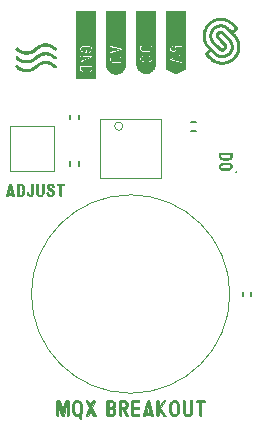
<source format=gbr>
%TF.GenerationSoftware,KiCad,Pcbnew,(5.99.0-11441-g1a5e63bcab)*%
%TF.CreationDate,2021-07-19T16:29:47+02:00*%
%TF.ProjectId,MQ Breakout,4d512042-7265-4616-9b6f-75742e6b6963,rev?*%
%TF.SameCoordinates,Original*%
%TF.FileFunction,Legend,Top*%
%TF.FilePolarity,Positive*%
%FSLAX46Y46*%
G04 Gerber Fmt 4.6, Leading zero omitted, Abs format (unit mm)*
G04 Created by KiCad (PCBNEW (5.99.0-11441-g1a5e63bcab)) date 2021-07-19 16:29:47*
%MOMM*%
%LPD*%
G01*
G04 APERTURE LIST*
%ADD10C,0.150000*%
%ADD11C,0.010000*%
%ADD12C,0.200000*%
%ADD13C,0.120000*%
%ADD14C,0.060000*%
G04 APERTURE END LIST*
D10*
%TO.C,*%
D11*
X95760000Y-126360000D02*
X95860000Y-126360000D01*
X95860000Y-126360000D02*
X95890000Y-126270000D01*
X95890000Y-126270000D02*
X95890000Y-125760000D01*
X95890000Y-125760000D02*
X95910000Y-125700000D01*
X95910000Y-125700000D02*
X96140000Y-126270000D01*
X96140000Y-126270000D02*
X96170000Y-126360000D01*
X96170000Y-126360000D02*
X96270000Y-126360000D01*
X96270000Y-126360000D02*
X96330000Y-126300000D01*
X96330000Y-126300000D02*
X96560000Y-125410000D01*
X96560000Y-125410000D02*
X96590000Y-125360000D01*
X96590000Y-125360000D02*
X96590000Y-126280000D01*
X96590000Y-126280000D02*
X96630000Y-126360000D01*
X96630000Y-126360000D02*
X96730000Y-126360000D01*
X96730000Y-126360000D02*
X96760000Y-126270000D01*
X96760000Y-126270000D02*
X96760000Y-125050000D01*
X96760000Y-125050000D02*
X96690000Y-124990000D01*
X96690000Y-124990000D02*
X96590000Y-124990000D01*
X96590000Y-124990000D02*
X96500000Y-125010000D01*
X96500000Y-125010000D02*
X96470000Y-125110000D01*
X96470000Y-125110000D02*
X96280000Y-125580000D01*
X96280000Y-125580000D02*
X96240000Y-125660000D01*
X96240000Y-125660000D02*
X96200000Y-125570000D01*
X96200000Y-125570000D02*
X96010000Y-125090000D01*
X96010000Y-125090000D02*
X95980000Y-125000000D01*
X95980000Y-125000000D02*
X95770000Y-124990000D01*
X95770000Y-124990000D02*
X95720000Y-125060000D01*
X95720000Y-125060000D02*
X95720000Y-126280000D01*
X95720000Y-126280000D02*
X95760000Y-126360000D01*
X95760000Y-126360000D02*
X95760000Y-126360000D01*
G36*
X96760000Y-125050000D02*
G01*
X96760000Y-126270000D01*
X96730000Y-126360000D01*
X96630000Y-126360000D01*
X96590000Y-126280000D01*
X96590000Y-125360000D01*
X96560000Y-125410000D01*
X96330000Y-126300000D01*
X96270000Y-126360000D01*
X96170000Y-126360000D01*
X96140000Y-126270000D01*
X95910000Y-125700000D01*
X95890000Y-125760000D01*
X95890000Y-126270000D01*
X95860000Y-126360000D01*
X95760000Y-126360000D01*
X95720000Y-126280000D01*
X95720000Y-125060000D01*
X95770000Y-124990000D01*
X95980000Y-125000000D01*
X96010000Y-125090000D01*
X96200000Y-125570000D01*
X96240000Y-125660000D01*
X96280000Y-125580000D01*
X96470000Y-125110000D01*
X96500000Y-125010000D01*
X96590000Y-124990000D01*
X96690000Y-124990000D01*
X96760000Y-125050000D01*
G37*
X96760000Y-125050000D02*
X96760000Y-126270000D01*
X96730000Y-126360000D01*
X96630000Y-126360000D01*
X96590000Y-126280000D01*
X96590000Y-125360000D01*
X96560000Y-125410000D01*
X96330000Y-126300000D01*
X96270000Y-126360000D01*
X96170000Y-126360000D01*
X96140000Y-126270000D01*
X95910000Y-125700000D01*
X95890000Y-125760000D01*
X95890000Y-126270000D01*
X95860000Y-126360000D01*
X95760000Y-126360000D01*
X95720000Y-126280000D01*
X95720000Y-125060000D01*
X95770000Y-124990000D01*
X95980000Y-125000000D01*
X96010000Y-125090000D01*
X96200000Y-125570000D01*
X96240000Y-125660000D01*
X96280000Y-125580000D01*
X96470000Y-125110000D01*
X96500000Y-125010000D01*
X96590000Y-124990000D01*
X96690000Y-124990000D01*
X96760000Y-125050000D01*
X97810000Y-126420000D02*
X97760000Y-126320000D01*
X97760000Y-126320000D02*
X97790000Y-126230000D01*
X97790000Y-126230000D02*
X97840000Y-126150000D01*
X97840000Y-126150000D02*
X97860000Y-126060000D01*
X97860000Y-126060000D02*
X97880000Y-125950000D01*
X97880000Y-125950000D02*
X97880000Y-125860000D01*
X97880000Y-125860000D02*
X97880000Y-125760000D01*
X97880000Y-125760000D02*
X97880000Y-125640000D01*
X97880000Y-125640000D02*
X97880000Y-125530000D01*
X97880000Y-125530000D02*
X97880000Y-125440000D01*
X97880000Y-125440000D02*
X97870000Y-125340000D01*
X97870000Y-125340000D02*
X97840000Y-125240000D01*
X97840000Y-125240000D02*
X97810000Y-125170000D01*
X97810000Y-125170000D02*
X97750000Y-125100000D01*
X97750000Y-125100000D02*
X97660000Y-125020000D01*
X97660000Y-125020000D02*
X97560000Y-124980000D01*
X97560000Y-124980000D02*
X97360000Y-124980000D01*
X97360000Y-124980000D02*
X97250000Y-125040000D01*
X97250000Y-125040000D02*
X97180000Y-125110000D01*
X97180000Y-125110000D02*
X97130000Y-125180000D01*
X97130000Y-125180000D02*
X97090000Y-125260000D01*
X97090000Y-125260000D02*
X97070000Y-125360000D01*
X97070000Y-125360000D02*
X97060000Y-125450000D01*
X97060000Y-125450000D02*
X97050000Y-125550000D01*
X97050000Y-125550000D02*
X97050000Y-125670000D01*
X97050000Y-125670000D02*
X97050000Y-125780000D01*
X97050000Y-125780000D02*
X97060000Y-125880000D01*
X97060000Y-125880000D02*
X97070000Y-125970000D01*
X97070000Y-125970000D02*
X97090000Y-126070000D01*
X97090000Y-126070000D02*
X97130000Y-126150000D01*
X97130000Y-126150000D02*
X97180000Y-126210000D01*
X97180000Y-126210000D02*
X97300000Y-126120000D01*
X97300000Y-126120000D02*
X97260000Y-126030000D01*
X97260000Y-126030000D02*
X97240000Y-125930000D01*
X97240000Y-125930000D02*
X97230000Y-125840000D01*
X97230000Y-125840000D02*
X97230000Y-125740000D01*
X97230000Y-125740000D02*
X97230000Y-125620000D01*
X97230000Y-125620000D02*
X97230000Y-125510000D01*
X97230000Y-125510000D02*
X97230000Y-125420000D01*
X97230000Y-125420000D02*
X97250000Y-125310000D01*
X97250000Y-125310000D02*
X97280000Y-125240000D01*
X97280000Y-125240000D02*
X97350000Y-125160000D01*
X97350000Y-125160000D02*
X97450000Y-125130000D01*
X97450000Y-125130000D02*
X97550000Y-125130000D01*
X97550000Y-125130000D02*
X97630000Y-125210000D01*
X97630000Y-125210000D02*
X97680000Y-125280000D01*
X97680000Y-125280000D02*
X97700000Y-125380000D01*
X97700000Y-125380000D02*
X97710000Y-125470000D01*
X97710000Y-125470000D02*
X97710000Y-125570000D01*
X97710000Y-125570000D02*
X97710000Y-125800000D01*
X97710000Y-125800000D02*
X97710000Y-125890000D01*
X97710000Y-125890000D02*
X97690000Y-126000000D01*
X97690000Y-126000000D02*
X97660000Y-126080000D01*
X97660000Y-126080000D02*
X97600000Y-126150000D01*
X97600000Y-126150000D02*
X97500000Y-126190000D01*
X97500000Y-126190000D02*
X97400000Y-126190000D01*
X97400000Y-126190000D02*
X97320000Y-126140000D01*
X97320000Y-126140000D02*
X97300000Y-126120000D01*
X97300000Y-126120000D02*
X97180000Y-126220000D01*
X97180000Y-126220000D02*
X97260000Y-126290000D01*
X97260000Y-126290000D02*
X97370000Y-126340000D01*
X97370000Y-126340000D02*
X97570000Y-126340000D01*
X97570000Y-126340000D02*
X97630000Y-126410000D01*
X97630000Y-126410000D02*
X97660000Y-126500000D01*
X97660000Y-126500000D02*
X97730000Y-126560000D01*
X97730000Y-126560000D02*
X97830000Y-126560000D01*
X97830000Y-126560000D02*
X97840000Y-126490000D01*
X97840000Y-126490000D02*
X97810000Y-126420000D01*
X97810000Y-126420000D02*
X97810000Y-126420000D01*
G36*
X97660000Y-125020000D02*
G01*
X97750000Y-125100000D01*
X97810000Y-125170000D01*
X97840000Y-125240000D01*
X97870000Y-125340000D01*
X97880000Y-125440000D01*
X97880000Y-125950000D01*
X97860000Y-126060000D01*
X97840000Y-126150000D01*
X97790000Y-126230000D01*
X97760000Y-126320000D01*
X97810000Y-126420000D01*
X97840000Y-126490000D01*
X97830000Y-126560000D01*
X97730000Y-126560000D01*
X97660000Y-126500000D01*
X97630000Y-126410000D01*
X97570000Y-126340000D01*
X97370000Y-126340000D01*
X97260000Y-126290000D01*
X97180000Y-126220000D01*
X97300000Y-126120000D01*
X97320000Y-126140000D01*
X97400000Y-126190000D01*
X97500000Y-126190000D01*
X97600000Y-126150000D01*
X97660000Y-126080000D01*
X97690000Y-126000000D01*
X97710000Y-125890000D01*
X97710000Y-125470000D01*
X97700000Y-125380000D01*
X97680000Y-125280000D01*
X97630000Y-125210000D01*
X97550000Y-125130000D01*
X97450000Y-125130000D01*
X97350000Y-125160000D01*
X97280000Y-125240000D01*
X97250000Y-125310000D01*
X97230000Y-125420000D01*
X97230000Y-125840000D01*
X97240000Y-125930000D01*
X97260000Y-126030000D01*
X97300000Y-126120000D01*
X97180000Y-126210000D01*
X97130000Y-126150000D01*
X97090000Y-126070000D01*
X97070000Y-125970000D01*
X97060000Y-125880000D01*
X97050000Y-125780000D01*
X97050000Y-125550000D01*
X97060000Y-125450000D01*
X97070000Y-125360000D01*
X97090000Y-125260000D01*
X97130000Y-125180000D01*
X97180000Y-125110000D01*
X97250000Y-125040000D01*
X97360000Y-124980000D01*
X97560000Y-124980000D01*
X97660000Y-125020000D01*
G37*
X97660000Y-125020000D02*
X97750000Y-125100000D01*
X97810000Y-125170000D01*
X97840000Y-125240000D01*
X97870000Y-125340000D01*
X97880000Y-125440000D01*
X97880000Y-125950000D01*
X97860000Y-126060000D01*
X97840000Y-126150000D01*
X97790000Y-126230000D01*
X97760000Y-126320000D01*
X97810000Y-126420000D01*
X97840000Y-126490000D01*
X97830000Y-126560000D01*
X97730000Y-126560000D01*
X97660000Y-126500000D01*
X97630000Y-126410000D01*
X97570000Y-126340000D01*
X97370000Y-126340000D01*
X97260000Y-126290000D01*
X97180000Y-126220000D01*
X97300000Y-126120000D01*
X97320000Y-126140000D01*
X97400000Y-126190000D01*
X97500000Y-126190000D01*
X97600000Y-126150000D01*
X97660000Y-126080000D01*
X97690000Y-126000000D01*
X97710000Y-125890000D01*
X97710000Y-125470000D01*
X97700000Y-125380000D01*
X97680000Y-125280000D01*
X97630000Y-125210000D01*
X97550000Y-125130000D01*
X97450000Y-125130000D01*
X97350000Y-125160000D01*
X97280000Y-125240000D01*
X97250000Y-125310000D01*
X97230000Y-125420000D01*
X97230000Y-125840000D01*
X97240000Y-125930000D01*
X97260000Y-126030000D01*
X97300000Y-126120000D01*
X97180000Y-126210000D01*
X97130000Y-126150000D01*
X97090000Y-126070000D01*
X97070000Y-125970000D01*
X97060000Y-125880000D01*
X97050000Y-125780000D01*
X97050000Y-125550000D01*
X97060000Y-125450000D01*
X97070000Y-125360000D01*
X97090000Y-125260000D01*
X97130000Y-125180000D01*
X97180000Y-125110000D01*
X97250000Y-125040000D01*
X97360000Y-124980000D01*
X97560000Y-124980000D01*
X97660000Y-125020000D01*
X98230000Y-126360000D02*
X98330000Y-126360000D01*
X98330000Y-126360000D02*
X98410000Y-126310000D01*
X98410000Y-126310000D02*
X98580000Y-126060000D01*
X98580000Y-126060000D02*
X98650000Y-126050000D01*
X98650000Y-126050000D02*
X98820000Y-126300000D01*
X98820000Y-126300000D02*
X98890000Y-126360000D01*
X98890000Y-126360000D02*
X98990000Y-126360000D01*
X98990000Y-126360000D02*
X99040000Y-126300000D01*
X99040000Y-126300000D02*
X98730000Y-125670000D01*
X98730000Y-125670000D02*
X98750000Y-125580000D01*
X98750000Y-125580000D02*
X98970000Y-125120000D01*
X98970000Y-125120000D02*
X99010000Y-125030000D01*
X99010000Y-125030000D02*
X98930000Y-124990000D01*
X98930000Y-124990000D02*
X98840000Y-125010000D01*
X98840000Y-125010000D02*
X98660000Y-125250000D01*
X98660000Y-125250000D02*
X98590000Y-125270000D01*
X98590000Y-125270000D02*
X98410000Y-125030000D01*
X98410000Y-125030000D02*
X98330000Y-124990000D01*
X98330000Y-124990000D02*
X98230000Y-125010000D01*
X98230000Y-125010000D02*
X98250000Y-125100000D01*
X98250000Y-125100000D02*
X98520000Y-125640000D01*
X98520000Y-125640000D02*
X98220000Y-126280000D01*
X98220000Y-126280000D02*
X98230000Y-126360000D01*
X98230000Y-126360000D02*
X98230000Y-126360000D01*
G36*
X99010000Y-125030000D02*
G01*
X98970000Y-125120000D01*
X98750000Y-125580000D01*
X98730000Y-125670000D01*
X99040000Y-126300000D01*
X98990000Y-126360000D01*
X98890000Y-126360000D01*
X98820000Y-126300000D01*
X98650000Y-126050000D01*
X98580000Y-126060000D01*
X98410000Y-126310000D01*
X98330000Y-126360000D01*
X98230000Y-126360000D01*
X98220000Y-126280000D01*
X98520000Y-125640000D01*
X98250000Y-125100000D01*
X98230000Y-125010000D01*
X98330000Y-124990000D01*
X98410000Y-125030000D01*
X98590000Y-125270000D01*
X98660000Y-125250000D01*
X98840000Y-125010000D01*
X98930000Y-124990000D01*
X99010000Y-125030000D01*
G37*
X99010000Y-125030000D02*
X98970000Y-125120000D01*
X98750000Y-125580000D01*
X98730000Y-125670000D01*
X99040000Y-126300000D01*
X98990000Y-126360000D01*
X98890000Y-126360000D01*
X98820000Y-126300000D01*
X98650000Y-126050000D01*
X98580000Y-126060000D01*
X98410000Y-126310000D01*
X98330000Y-126360000D01*
X98230000Y-126360000D01*
X98220000Y-126280000D01*
X98520000Y-125640000D01*
X98250000Y-125100000D01*
X98230000Y-125010000D01*
X98330000Y-124990000D01*
X98410000Y-125030000D01*
X98590000Y-125270000D01*
X98660000Y-125250000D01*
X98840000Y-125010000D01*
X98930000Y-124990000D01*
X99010000Y-125030000D01*
X100060000Y-126360000D02*
X100360000Y-126360000D01*
X100360000Y-126360000D02*
X100470000Y-126340000D01*
X100470000Y-126340000D02*
X100430000Y-126190000D01*
X100430000Y-126190000D02*
X100330000Y-126200000D01*
X100330000Y-126200000D02*
X100130000Y-126200000D01*
X100130000Y-126200000D02*
X100130000Y-125790000D01*
X100130000Y-125790000D02*
X100200000Y-125760000D01*
X100200000Y-125760000D02*
X100410000Y-125760000D01*
X100410000Y-125760000D02*
X100490000Y-125850000D01*
X100490000Y-125850000D02*
X100530000Y-125930000D01*
X100530000Y-125930000D02*
X100530000Y-126010000D01*
X100530000Y-126010000D02*
X100500000Y-126100000D01*
X100500000Y-126100000D02*
X100430000Y-126180000D01*
X100430000Y-126180000D02*
X100470000Y-126340000D01*
X100470000Y-126340000D02*
X100570000Y-126270000D01*
X100570000Y-126270000D02*
X100630000Y-126210000D01*
X100630000Y-126210000D02*
X100680000Y-126140000D01*
X100680000Y-126140000D02*
X100700000Y-126040000D01*
X100700000Y-126040000D02*
X100710000Y-125940000D01*
X100710000Y-125940000D02*
X100690000Y-125840000D01*
X100690000Y-125840000D02*
X100640000Y-125740000D01*
X100640000Y-125740000D02*
X100580000Y-125660000D01*
X100580000Y-125660000D02*
X100620000Y-125580000D01*
X100620000Y-125580000D02*
X100670000Y-125480000D01*
X100670000Y-125480000D02*
X100690000Y-125380000D01*
X100690000Y-125380000D02*
X100680000Y-125280000D01*
X100680000Y-125280000D02*
X100650000Y-125180000D01*
X100650000Y-125180000D02*
X100610000Y-125110000D01*
X100610000Y-125110000D02*
X100530000Y-125050000D01*
X100530000Y-125050000D02*
X100420000Y-125170000D01*
X100420000Y-125170000D02*
X100480000Y-125260000D01*
X100480000Y-125260000D02*
X100510000Y-125350000D01*
X100510000Y-125350000D02*
X100500000Y-125430000D01*
X100500000Y-125430000D02*
X100460000Y-125530000D01*
X100460000Y-125530000D02*
X100380000Y-125590000D01*
X100380000Y-125590000D02*
X100330000Y-125590000D01*
X100330000Y-125590000D02*
X100220000Y-125590000D01*
X100220000Y-125590000D02*
X100130000Y-125580000D01*
X100130000Y-125580000D02*
X100130000Y-125170000D01*
X100130000Y-125170000D02*
X100220000Y-125160000D01*
X100220000Y-125160000D02*
X100320000Y-125160000D01*
X100320000Y-125160000D02*
X100420000Y-125160000D01*
X100420000Y-125160000D02*
X100530000Y-125050000D01*
X100530000Y-125050000D02*
X100420000Y-124990000D01*
X100420000Y-124990000D02*
X100010000Y-124990000D01*
X100010000Y-124990000D02*
X99960000Y-125060000D01*
X99960000Y-125060000D02*
X99960000Y-126280000D01*
X99960000Y-126280000D02*
X100000000Y-126360000D01*
X100000000Y-126360000D02*
X100060000Y-126360000D01*
X100060000Y-126360000D02*
X100060000Y-126360000D01*
G36*
X100530000Y-125050000D02*
G01*
X100420000Y-125160000D01*
X100220000Y-125160000D01*
X100130000Y-125170000D01*
X100130000Y-125580000D01*
X100220000Y-125590000D01*
X100380000Y-125590000D01*
X100460000Y-125530000D01*
X100500000Y-125430000D01*
X100510000Y-125350000D01*
X100480000Y-125260000D01*
X100420000Y-125170000D01*
X100530000Y-125050000D01*
X100610000Y-125110000D01*
X100650000Y-125180000D01*
X100680000Y-125280000D01*
X100690000Y-125380000D01*
X100670000Y-125480000D01*
X100580000Y-125660000D01*
X100640000Y-125740000D01*
X100690000Y-125840000D01*
X100710000Y-125940000D01*
X100700000Y-126040000D01*
X100680000Y-126140000D01*
X100630000Y-126210000D01*
X100570000Y-126270000D01*
X100470000Y-126340000D01*
X100430000Y-126180000D01*
X100500000Y-126100000D01*
X100530000Y-126010000D01*
X100530000Y-125930000D01*
X100490000Y-125850000D01*
X100410000Y-125760000D01*
X100200000Y-125760000D01*
X100130000Y-125790000D01*
X100130000Y-126200000D01*
X100330000Y-126200000D01*
X100430000Y-126190000D01*
X100470000Y-126340000D01*
X100360000Y-126360000D01*
X100000000Y-126360000D01*
X99960000Y-126280000D01*
X99960000Y-125060000D01*
X100010000Y-124990000D01*
X100420000Y-124990000D01*
X100530000Y-125050000D01*
G37*
X100530000Y-125050000D02*
X100420000Y-125160000D01*
X100220000Y-125160000D01*
X100130000Y-125170000D01*
X100130000Y-125580000D01*
X100220000Y-125590000D01*
X100380000Y-125590000D01*
X100460000Y-125530000D01*
X100500000Y-125430000D01*
X100510000Y-125350000D01*
X100480000Y-125260000D01*
X100420000Y-125170000D01*
X100530000Y-125050000D01*
X100610000Y-125110000D01*
X100650000Y-125180000D01*
X100680000Y-125280000D01*
X100690000Y-125380000D01*
X100670000Y-125480000D01*
X100580000Y-125660000D01*
X100640000Y-125740000D01*
X100690000Y-125840000D01*
X100710000Y-125940000D01*
X100700000Y-126040000D01*
X100680000Y-126140000D01*
X100630000Y-126210000D01*
X100570000Y-126270000D01*
X100470000Y-126340000D01*
X100430000Y-126180000D01*
X100500000Y-126100000D01*
X100530000Y-126010000D01*
X100530000Y-125930000D01*
X100490000Y-125850000D01*
X100410000Y-125760000D01*
X100200000Y-125760000D01*
X100130000Y-125790000D01*
X100130000Y-126200000D01*
X100330000Y-126200000D01*
X100430000Y-126190000D01*
X100470000Y-126340000D01*
X100360000Y-126360000D01*
X100000000Y-126360000D01*
X99960000Y-126280000D01*
X99960000Y-125060000D01*
X100010000Y-124990000D01*
X100420000Y-124990000D01*
X100530000Y-125050000D01*
X101110000Y-126360000D02*
X101200000Y-126330000D01*
X101200000Y-126330000D02*
X101200000Y-125820000D01*
X101200000Y-125820000D02*
X101240000Y-125760000D01*
X101240000Y-125760000D02*
X101340000Y-125760000D01*
X101340000Y-125760000D02*
X101380000Y-125850000D01*
X101380000Y-125850000D02*
X101580000Y-126320000D01*
X101580000Y-126320000D02*
X101650000Y-126360000D01*
X101650000Y-126360000D02*
X101750000Y-126360000D01*
X101750000Y-126360000D02*
X101760000Y-126260000D01*
X101760000Y-126260000D02*
X101560000Y-125800000D01*
X101560000Y-125800000D02*
X101580000Y-125710000D01*
X101580000Y-125710000D02*
X101660000Y-125650000D01*
X101660000Y-125650000D02*
X101720000Y-125570000D01*
X101720000Y-125570000D02*
X101760000Y-125480000D01*
X101760000Y-125480000D02*
X101770000Y-125370000D01*
X101770000Y-125370000D02*
X101750000Y-125270000D01*
X101750000Y-125270000D02*
X101720000Y-125180000D01*
X101720000Y-125180000D02*
X101670000Y-125120000D01*
X101670000Y-125120000D02*
X101590000Y-125050000D01*
X101590000Y-125050000D02*
X101490000Y-125190000D01*
X101490000Y-125190000D02*
X101560000Y-125270000D01*
X101560000Y-125270000D02*
X101590000Y-125360000D01*
X101590000Y-125360000D02*
X101580000Y-125440000D01*
X101580000Y-125440000D02*
X101530000Y-125520000D01*
X101530000Y-125520000D02*
X101450000Y-125590000D01*
X101450000Y-125590000D02*
X101390000Y-125590000D01*
X101390000Y-125590000D02*
X101290000Y-125590000D01*
X101290000Y-125590000D02*
X101200000Y-125580000D01*
X101200000Y-125580000D02*
X101200000Y-125170000D01*
X101200000Y-125170000D02*
X101290000Y-125170000D01*
X101290000Y-125170000D02*
X101390000Y-125170000D01*
X101390000Y-125170000D02*
X101490000Y-125180000D01*
X101490000Y-125180000D02*
X101580000Y-125050000D01*
X101580000Y-125050000D02*
X101480000Y-124990000D01*
X101480000Y-124990000D02*
X101070000Y-124990000D01*
X101070000Y-124990000D02*
X101020000Y-125060000D01*
X101020000Y-125060000D02*
X101020000Y-126280000D01*
X101020000Y-126280000D02*
X101070000Y-126360000D01*
X101070000Y-126360000D02*
X101110000Y-126360000D01*
X101110000Y-126360000D02*
X101110000Y-126360000D01*
G36*
X101580000Y-125050000D02*
G01*
X101490000Y-125180000D01*
X101390000Y-125170000D01*
X101200000Y-125170000D01*
X101200000Y-125580000D01*
X101290000Y-125590000D01*
X101450000Y-125590000D01*
X101530000Y-125520000D01*
X101580000Y-125440000D01*
X101590000Y-125360000D01*
X101560000Y-125270000D01*
X101490000Y-125190000D01*
X101590000Y-125050000D01*
X101670000Y-125120000D01*
X101720000Y-125180000D01*
X101750000Y-125270000D01*
X101770000Y-125370000D01*
X101760000Y-125480000D01*
X101720000Y-125570000D01*
X101660000Y-125650000D01*
X101580000Y-125710000D01*
X101560000Y-125800000D01*
X101760000Y-126260000D01*
X101750000Y-126360000D01*
X101650000Y-126360000D01*
X101580000Y-126320000D01*
X101380000Y-125850000D01*
X101340000Y-125760000D01*
X101240000Y-125760000D01*
X101200000Y-125820000D01*
X101200000Y-126330000D01*
X101110000Y-126360000D01*
X101070000Y-126360000D01*
X101020000Y-126280000D01*
X101020000Y-125060000D01*
X101070000Y-124990000D01*
X101480000Y-124990000D01*
X101580000Y-125050000D01*
G37*
X101580000Y-125050000D02*
X101490000Y-125180000D01*
X101390000Y-125170000D01*
X101200000Y-125170000D01*
X101200000Y-125580000D01*
X101290000Y-125590000D01*
X101450000Y-125590000D01*
X101530000Y-125520000D01*
X101580000Y-125440000D01*
X101590000Y-125360000D01*
X101560000Y-125270000D01*
X101490000Y-125190000D01*
X101590000Y-125050000D01*
X101670000Y-125120000D01*
X101720000Y-125180000D01*
X101750000Y-125270000D01*
X101770000Y-125370000D01*
X101760000Y-125480000D01*
X101720000Y-125570000D01*
X101660000Y-125650000D01*
X101580000Y-125710000D01*
X101560000Y-125800000D01*
X101760000Y-126260000D01*
X101750000Y-126360000D01*
X101650000Y-126360000D01*
X101580000Y-126320000D01*
X101380000Y-125850000D01*
X101340000Y-125760000D01*
X101240000Y-125760000D01*
X101200000Y-125820000D01*
X101200000Y-126330000D01*
X101110000Y-126360000D01*
X101070000Y-126360000D01*
X101020000Y-126280000D01*
X101020000Y-125060000D01*
X101070000Y-124990000D01*
X101480000Y-124990000D01*
X101580000Y-125050000D01*
X102110000Y-126360000D02*
X102620000Y-126360000D01*
X102620000Y-126360000D02*
X102720000Y-126360000D01*
X102720000Y-126360000D02*
X102730000Y-126260000D01*
X102730000Y-126260000D02*
X102680000Y-126200000D01*
X102680000Y-126200000D02*
X102280000Y-126200000D01*
X102280000Y-126200000D02*
X102240000Y-126130000D01*
X102240000Y-126130000D02*
X102240000Y-125830000D01*
X102240000Y-125830000D02*
X102270000Y-125760000D01*
X102270000Y-125760000D02*
X102680000Y-125760000D01*
X102680000Y-125760000D02*
X102710000Y-125680000D01*
X102710000Y-125680000D02*
X102680000Y-125590000D01*
X102680000Y-125590000D02*
X102270000Y-125590000D01*
X102270000Y-125590000D02*
X102240000Y-125520000D01*
X102240000Y-125520000D02*
X102240000Y-125220000D01*
X102240000Y-125220000D02*
X102280000Y-125160000D01*
X102280000Y-125160000D02*
X102690000Y-125160000D01*
X102690000Y-125160000D02*
X102730000Y-125090000D01*
X102730000Y-125090000D02*
X102710000Y-125000000D01*
X102710000Y-125000000D02*
X102610000Y-124990000D01*
X102610000Y-124990000D02*
X102110000Y-124990000D01*
X102110000Y-124990000D02*
X102070000Y-125080000D01*
X102070000Y-125080000D02*
X102070000Y-126280000D01*
X102070000Y-126280000D02*
X102110000Y-126360000D01*
X102110000Y-126360000D02*
X102110000Y-126360000D01*
G36*
X102710000Y-125000000D02*
G01*
X102730000Y-125090000D01*
X102690000Y-125160000D01*
X102280000Y-125160000D01*
X102240000Y-125220000D01*
X102240000Y-125520000D01*
X102270000Y-125590000D01*
X102680000Y-125590000D01*
X102710000Y-125680000D01*
X102680000Y-125760000D01*
X102270000Y-125760000D01*
X102240000Y-125830000D01*
X102240000Y-126130000D01*
X102280000Y-126200000D01*
X102680000Y-126200000D01*
X102730000Y-126260000D01*
X102720000Y-126360000D01*
X102110000Y-126360000D01*
X102070000Y-126280000D01*
X102070000Y-125080000D01*
X102110000Y-124990000D01*
X102610000Y-124990000D01*
X102710000Y-125000000D01*
G37*
X102710000Y-125000000D02*
X102730000Y-125090000D01*
X102690000Y-125160000D01*
X102280000Y-125160000D01*
X102240000Y-125220000D01*
X102240000Y-125520000D01*
X102270000Y-125590000D01*
X102680000Y-125590000D01*
X102710000Y-125680000D01*
X102680000Y-125760000D01*
X102270000Y-125760000D01*
X102240000Y-125830000D01*
X102240000Y-126130000D01*
X102280000Y-126200000D01*
X102680000Y-126200000D01*
X102730000Y-126260000D01*
X102720000Y-126360000D01*
X102110000Y-126360000D01*
X102070000Y-126280000D01*
X102070000Y-125080000D01*
X102110000Y-124990000D01*
X102610000Y-124990000D01*
X102710000Y-125000000D01*
X103130000Y-126360000D02*
X103210000Y-126330000D01*
X103210000Y-126330000D02*
X103260000Y-126250000D01*
X103260000Y-126250000D02*
X103340000Y-126210000D01*
X103340000Y-126210000D02*
X103370000Y-126050000D01*
X103370000Y-126050000D02*
X103350000Y-125980000D01*
X103350000Y-125980000D02*
X103440000Y-125380000D01*
X103440000Y-125380000D02*
X103470000Y-125330000D01*
X103470000Y-125330000D02*
X103580000Y-125930000D01*
X103580000Y-125930000D02*
X103600000Y-126030000D01*
X103600000Y-126030000D02*
X103570000Y-126050000D01*
X103570000Y-126050000D02*
X103370000Y-126050000D01*
X103370000Y-126050000D02*
X103350000Y-126210000D01*
X103350000Y-126210000D02*
X103550000Y-126210000D01*
X103550000Y-126210000D02*
X103650000Y-126220000D01*
X103650000Y-126220000D02*
X103700000Y-126300000D01*
X103700000Y-126300000D02*
X103770000Y-126360000D01*
X103770000Y-126360000D02*
X103870000Y-126360000D01*
X103870000Y-126360000D02*
X103890000Y-126280000D01*
X103890000Y-126280000D02*
X103560000Y-125010000D01*
X103560000Y-125010000D02*
X103470000Y-124990000D01*
X103470000Y-124990000D02*
X103370000Y-125020000D01*
X103370000Y-125020000D02*
X103040000Y-126280000D01*
X103040000Y-126280000D02*
X103070000Y-126360000D01*
X103070000Y-126360000D02*
X103130000Y-126360000D01*
X103130000Y-126360000D02*
X103130000Y-126360000D01*
G36*
X103560000Y-125010000D02*
G01*
X103890000Y-126280000D01*
X103870000Y-126360000D01*
X103770000Y-126360000D01*
X103700000Y-126300000D01*
X103650000Y-126220000D01*
X103550000Y-126210000D01*
X103350000Y-126210000D01*
X103370000Y-126050000D01*
X103570000Y-126050000D01*
X103600000Y-126030000D01*
X103580000Y-125930000D01*
X103470000Y-125330000D01*
X103440000Y-125380000D01*
X103350000Y-125980000D01*
X103370000Y-126050000D01*
X103340000Y-126210000D01*
X103260000Y-126250000D01*
X103210000Y-126330000D01*
X103130000Y-126360000D01*
X103070000Y-126360000D01*
X103040000Y-126280000D01*
X103370000Y-125020000D01*
X103470000Y-124990000D01*
X103560000Y-125010000D01*
G37*
X103560000Y-125010000D02*
X103890000Y-126280000D01*
X103870000Y-126360000D01*
X103770000Y-126360000D01*
X103700000Y-126300000D01*
X103650000Y-126220000D01*
X103550000Y-126210000D01*
X103350000Y-126210000D01*
X103370000Y-126050000D01*
X103570000Y-126050000D01*
X103600000Y-126030000D01*
X103580000Y-125930000D01*
X103470000Y-125330000D01*
X103440000Y-125380000D01*
X103350000Y-125980000D01*
X103370000Y-126050000D01*
X103340000Y-126210000D01*
X103260000Y-126250000D01*
X103210000Y-126330000D01*
X103130000Y-126360000D01*
X103070000Y-126360000D01*
X103040000Y-126280000D01*
X103370000Y-125020000D01*
X103470000Y-124990000D01*
X103560000Y-125010000D01*
X104240000Y-126360000D02*
X104340000Y-126360000D01*
X104340000Y-126360000D02*
X104370000Y-126280000D01*
X104370000Y-126280000D02*
X104370000Y-125870000D01*
X104370000Y-125870000D02*
X104370000Y-125780000D01*
X104370000Y-125780000D02*
X104430000Y-125850000D01*
X104430000Y-125850000D02*
X104710000Y-126270000D01*
X104710000Y-126270000D02*
X104770000Y-126350000D01*
X104770000Y-126350000D02*
X104870000Y-126360000D01*
X104870000Y-126360000D02*
X104960000Y-126330000D01*
X104960000Y-126330000D02*
X104910000Y-126250000D01*
X104910000Y-126250000D02*
X104580000Y-125740000D01*
X104580000Y-125740000D02*
X104530000Y-125650000D01*
X104530000Y-125650000D02*
X104590000Y-125570000D01*
X104590000Y-125570000D02*
X104930000Y-125070000D01*
X104930000Y-125070000D02*
X104910000Y-124990000D01*
X104910000Y-124990000D02*
X104810000Y-124990000D01*
X104810000Y-124990000D02*
X104750000Y-125060000D01*
X104750000Y-125060000D02*
X104450000Y-125470000D01*
X104450000Y-125470000D02*
X104390000Y-125550000D01*
X104390000Y-125550000D02*
X104370000Y-125480000D01*
X104370000Y-125480000D02*
X104370000Y-125080000D01*
X104370000Y-125080000D02*
X104330000Y-124990000D01*
X104330000Y-124990000D02*
X104230000Y-124990000D01*
X104230000Y-124990000D02*
X104190000Y-125070000D01*
X104190000Y-125070000D02*
X104190000Y-126280000D01*
X104190000Y-126280000D02*
X104240000Y-126360000D01*
X104240000Y-126360000D02*
X104240000Y-126360000D01*
G36*
X104370000Y-125080000D02*
G01*
X104370000Y-125480000D01*
X104390000Y-125550000D01*
X104450000Y-125470000D01*
X104750000Y-125060000D01*
X104810000Y-124990000D01*
X104910000Y-124990000D01*
X104930000Y-125070000D01*
X104590000Y-125570000D01*
X104530000Y-125650000D01*
X104580000Y-125740000D01*
X104910000Y-126250000D01*
X104960000Y-126330000D01*
X104870000Y-126360000D01*
X104770000Y-126350000D01*
X104710000Y-126270000D01*
X104430000Y-125850000D01*
X104370000Y-125780000D01*
X104370000Y-126280000D01*
X104340000Y-126360000D01*
X104240000Y-126360000D01*
X104190000Y-126280000D01*
X104190000Y-125070000D01*
X104230000Y-124990000D01*
X104330000Y-124990000D01*
X104370000Y-125080000D01*
G37*
X104370000Y-125080000D02*
X104370000Y-125480000D01*
X104390000Y-125550000D01*
X104450000Y-125470000D01*
X104750000Y-125060000D01*
X104810000Y-124990000D01*
X104910000Y-124990000D01*
X104930000Y-125070000D01*
X104590000Y-125570000D01*
X104530000Y-125650000D01*
X104580000Y-125740000D01*
X104910000Y-126250000D01*
X104960000Y-126330000D01*
X104870000Y-126360000D01*
X104770000Y-126350000D01*
X104710000Y-126270000D01*
X104430000Y-125850000D01*
X104370000Y-125780000D01*
X104370000Y-126280000D01*
X104340000Y-126360000D01*
X104240000Y-126360000D01*
X104190000Y-126280000D01*
X104190000Y-125070000D01*
X104230000Y-124990000D01*
X104330000Y-124990000D01*
X104370000Y-125080000D01*
X105570000Y-126360000D02*
X105770000Y-126360000D01*
X105770000Y-126360000D02*
X105880000Y-126320000D01*
X105880000Y-126320000D02*
X105970000Y-126240000D01*
X105970000Y-126240000D02*
X106030000Y-126180000D01*
X106030000Y-126180000D02*
X106060000Y-126110000D01*
X106060000Y-126110000D02*
X106090000Y-126010000D01*
X106090000Y-126010000D02*
X106100000Y-125910000D01*
X106100000Y-125910000D02*
X106100000Y-125810000D01*
X106100000Y-125810000D02*
X106100000Y-125700000D01*
X106100000Y-125700000D02*
X106100000Y-125580000D01*
X106100000Y-125580000D02*
X106100000Y-125480000D01*
X106100000Y-125480000D02*
X106090000Y-125390000D01*
X106090000Y-125390000D02*
X106070000Y-125290000D01*
X106070000Y-125290000D02*
X106040000Y-125210000D01*
X106040000Y-125210000D02*
X105990000Y-125140000D01*
X105990000Y-125140000D02*
X105920000Y-125070000D01*
X105920000Y-125070000D02*
X105820000Y-124990000D01*
X105820000Y-124990000D02*
X105610000Y-124990000D01*
X105610000Y-124990000D02*
X105630000Y-125150000D01*
X105630000Y-125150000D02*
X105730000Y-125150000D01*
X105730000Y-125150000D02*
X105820000Y-125200000D01*
X105820000Y-125200000D02*
X105880000Y-125270000D01*
X105880000Y-125270000D02*
X105920000Y-125350000D01*
X105920000Y-125350000D02*
X105930000Y-125460000D01*
X105930000Y-125460000D02*
X105930000Y-125670000D01*
X105930000Y-125670000D02*
X105930000Y-125880000D01*
X105930000Y-125880000D02*
X105920000Y-125980000D01*
X105920000Y-125980000D02*
X105890000Y-126070000D01*
X105890000Y-126070000D02*
X105840000Y-126140000D01*
X105840000Y-126140000D02*
X105760000Y-126200000D01*
X105760000Y-126200000D02*
X105660000Y-126200000D01*
X105660000Y-126200000D02*
X105560000Y-126160000D01*
X105560000Y-126160000D02*
X105500000Y-126090000D01*
X105500000Y-126090000D02*
X105470000Y-126010000D01*
X105470000Y-126010000D02*
X105450000Y-125900000D01*
X105450000Y-125900000D02*
X105450000Y-125810000D01*
X105450000Y-125810000D02*
X105440000Y-125700000D01*
X105440000Y-125700000D02*
X105450000Y-125580000D01*
X105450000Y-125580000D02*
X105450000Y-125480000D01*
X105450000Y-125480000D02*
X105460000Y-125380000D01*
X105460000Y-125380000D02*
X105480000Y-125290000D01*
X105480000Y-125290000D02*
X105540000Y-125220000D01*
X105540000Y-125220000D02*
X105630000Y-125150000D01*
X105630000Y-125150000D02*
X105610000Y-125000000D01*
X105610000Y-125000000D02*
X105510000Y-125030000D01*
X105510000Y-125030000D02*
X105420000Y-125110000D01*
X105420000Y-125110000D02*
X105360000Y-125180000D01*
X105360000Y-125180000D02*
X105320000Y-125250000D01*
X105320000Y-125250000D02*
X105290000Y-125340000D01*
X105290000Y-125340000D02*
X105280000Y-125440000D01*
X105280000Y-125440000D02*
X105270000Y-125530000D01*
X105270000Y-125530000D02*
X105270000Y-125640000D01*
X105270000Y-125640000D02*
X105270000Y-125760000D01*
X105270000Y-125760000D02*
X105280000Y-125870000D01*
X105280000Y-125870000D02*
X105280000Y-125960000D01*
X105280000Y-125960000D02*
X105300000Y-126060000D01*
X105300000Y-126060000D02*
X105340000Y-126140000D01*
X105340000Y-126140000D02*
X105380000Y-126210000D01*
X105380000Y-126210000D02*
X105450000Y-126280000D01*
X105450000Y-126280000D02*
X105560000Y-126360000D01*
X105560000Y-126360000D02*
X105570000Y-126360000D01*
X105570000Y-126360000D02*
X105570000Y-126360000D01*
G36*
X105920000Y-125070000D02*
G01*
X105990000Y-125140000D01*
X106040000Y-125210000D01*
X106070000Y-125290000D01*
X106090000Y-125390000D01*
X106100000Y-125480000D01*
X106100000Y-125910000D01*
X106090000Y-126010000D01*
X106060000Y-126110000D01*
X106030000Y-126180000D01*
X105970000Y-126240000D01*
X105880000Y-126320000D01*
X105770000Y-126360000D01*
X105560000Y-126360000D01*
X105450000Y-126280000D01*
X105380000Y-126210000D01*
X105340000Y-126140000D01*
X105300000Y-126060000D01*
X105280000Y-125960000D01*
X105280000Y-125870000D01*
X105270000Y-125760000D01*
X105270000Y-125530000D01*
X105280000Y-125440000D01*
X105290000Y-125340000D01*
X105320000Y-125250000D01*
X105360000Y-125180000D01*
X105420000Y-125110000D01*
X105510000Y-125030000D01*
X105610000Y-125000000D01*
X105630000Y-125150000D01*
X105540000Y-125220000D01*
X105480000Y-125290000D01*
X105460000Y-125380000D01*
X105450000Y-125480000D01*
X105450000Y-125580000D01*
X105440000Y-125700000D01*
X105450000Y-125810000D01*
X105450000Y-125900000D01*
X105470000Y-126010000D01*
X105500000Y-126090000D01*
X105560000Y-126160000D01*
X105660000Y-126200000D01*
X105760000Y-126200000D01*
X105840000Y-126140000D01*
X105890000Y-126070000D01*
X105920000Y-125980000D01*
X105930000Y-125880000D01*
X105930000Y-125460000D01*
X105920000Y-125350000D01*
X105880000Y-125270000D01*
X105820000Y-125200000D01*
X105730000Y-125150000D01*
X105630000Y-125150000D01*
X105610000Y-124990000D01*
X105820000Y-124990000D01*
X105920000Y-125070000D01*
G37*
X105920000Y-125070000D02*
X105990000Y-125140000D01*
X106040000Y-125210000D01*
X106070000Y-125290000D01*
X106090000Y-125390000D01*
X106100000Y-125480000D01*
X106100000Y-125910000D01*
X106090000Y-126010000D01*
X106060000Y-126110000D01*
X106030000Y-126180000D01*
X105970000Y-126240000D01*
X105880000Y-126320000D01*
X105770000Y-126360000D01*
X105560000Y-126360000D01*
X105450000Y-126280000D01*
X105380000Y-126210000D01*
X105340000Y-126140000D01*
X105300000Y-126060000D01*
X105280000Y-125960000D01*
X105280000Y-125870000D01*
X105270000Y-125760000D01*
X105270000Y-125530000D01*
X105280000Y-125440000D01*
X105290000Y-125340000D01*
X105320000Y-125250000D01*
X105360000Y-125180000D01*
X105420000Y-125110000D01*
X105510000Y-125030000D01*
X105610000Y-125000000D01*
X105630000Y-125150000D01*
X105540000Y-125220000D01*
X105480000Y-125290000D01*
X105460000Y-125380000D01*
X105450000Y-125480000D01*
X105450000Y-125580000D01*
X105440000Y-125700000D01*
X105450000Y-125810000D01*
X105450000Y-125900000D01*
X105470000Y-126010000D01*
X105500000Y-126090000D01*
X105560000Y-126160000D01*
X105660000Y-126200000D01*
X105760000Y-126200000D01*
X105840000Y-126140000D01*
X105890000Y-126070000D01*
X105920000Y-125980000D01*
X105930000Y-125880000D01*
X105930000Y-125460000D01*
X105920000Y-125350000D01*
X105880000Y-125270000D01*
X105820000Y-125200000D01*
X105730000Y-125150000D01*
X105630000Y-125150000D01*
X105610000Y-124990000D01*
X105820000Y-124990000D01*
X105920000Y-125070000D01*
X106620000Y-126360000D02*
X106930000Y-126360000D01*
X106930000Y-126360000D02*
X107030000Y-126320000D01*
X107030000Y-126320000D02*
X107100000Y-126230000D01*
X107100000Y-126230000D02*
X107160000Y-126140000D01*
X107160000Y-126140000D02*
X107200000Y-126060000D01*
X107200000Y-126060000D02*
X107220000Y-125970000D01*
X107220000Y-125970000D02*
X107220000Y-125880000D01*
X107220000Y-125880000D02*
X107220000Y-125060000D01*
X107220000Y-125060000D02*
X107170000Y-124990000D01*
X107170000Y-124990000D02*
X107070000Y-125000000D01*
X107070000Y-125000000D02*
X107050000Y-125100000D01*
X107050000Y-125100000D02*
X107050000Y-125910000D01*
X107050000Y-125910000D02*
X107050000Y-126010000D01*
X107050000Y-126010000D02*
X107010000Y-126090000D01*
X107010000Y-126090000D02*
X106940000Y-126190000D01*
X106940000Y-126190000D02*
X106850000Y-126200000D01*
X106850000Y-126200000D02*
X106740000Y-126200000D01*
X106740000Y-126200000D02*
X106650000Y-126150000D01*
X106650000Y-126150000D02*
X106600000Y-126070000D01*
X106600000Y-126070000D02*
X106570000Y-125980000D01*
X106570000Y-125980000D02*
X106570000Y-125060000D01*
X106570000Y-125060000D02*
X106520000Y-124990000D01*
X106520000Y-124990000D02*
X106420000Y-125010000D01*
X106420000Y-125010000D02*
X106400000Y-125100000D01*
X106400000Y-125100000D02*
X106400000Y-125920000D01*
X106400000Y-125920000D02*
X106410000Y-126010000D01*
X106410000Y-126010000D02*
X106430000Y-126090000D01*
X106430000Y-126090000D02*
X106480000Y-126180000D01*
X106480000Y-126180000D02*
X106540000Y-126270000D01*
X106540000Y-126270000D02*
X106620000Y-126360000D01*
X106620000Y-126360000D02*
X106620000Y-126360000D01*
G36*
X107220000Y-125060000D02*
G01*
X107220000Y-125970000D01*
X107200000Y-126060000D01*
X107160000Y-126140000D01*
X107100000Y-126230000D01*
X107030000Y-126320000D01*
X106930000Y-126360000D01*
X106620000Y-126360000D01*
X106540000Y-126270000D01*
X106480000Y-126180000D01*
X106430000Y-126090000D01*
X106410000Y-126010000D01*
X106400000Y-125920000D01*
X106400000Y-125100000D01*
X106420000Y-125010000D01*
X106520000Y-124990000D01*
X106570000Y-125060000D01*
X106570000Y-125980000D01*
X106600000Y-126070000D01*
X106650000Y-126150000D01*
X106740000Y-126200000D01*
X106850000Y-126200000D01*
X106940000Y-126190000D01*
X107010000Y-126090000D01*
X107050000Y-126010000D01*
X107050000Y-125100000D01*
X107070000Y-125000000D01*
X107170000Y-124990000D01*
X107220000Y-125060000D01*
G37*
X107220000Y-125060000D02*
X107220000Y-125970000D01*
X107200000Y-126060000D01*
X107160000Y-126140000D01*
X107100000Y-126230000D01*
X107030000Y-126320000D01*
X106930000Y-126360000D01*
X106620000Y-126360000D01*
X106540000Y-126270000D01*
X106480000Y-126180000D01*
X106430000Y-126090000D01*
X106410000Y-126010000D01*
X106400000Y-125920000D01*
X106400000Y-125100000D01*
X106420000Y-125010000D01*
X106520000Y-124990000D01*
X106570000Y-125060000D01*
X106570000Y-125980000D01*
X106600000Y-126070000D01*
X106650000Y-126150000D01*
X106740000Y-126200000D01*
X106850000Y-126200000D01*
X106940000Y-126190000D01*
X107010000Y-126090000D01*
X107050000Y-126010000D01*
X107050000Y-125100000D01*
X107070000Y-125000000D01*
X107170000Y-124990000D01*
X107220000Y-125060000D01*
X107850000Y-126360000D02*
X107950000Y-126360000D01*
X107950000Y-126360000D02*
X107990000Y-126280000D01*
X107990000Y-126280000D02*
X107990000Y-125170000D01*
X107990000Y-125170000D02*
X108090000Y-125170000D01*
X108090000Y-125170000D02*
X108190000Y-125170000D01*
X108190000Y-125170000D02*
X108280000Y-125130000D01*
X108280000Y-125130000D02*
X108280000Y-125040000D01*
X108280000Y-125040000D02*
X108200000Y-124990000D01*
X108200000Y-124990000D02*
X107600000Y-124990000D01*
X107600000Y-124990000D02*
X107530000Y-125040000D01*
X107530000Y-125040000D02*
X107530000Y-125140000D01*
X107530000Y-125140000D02*
X107620000Y-125170000D01*
X107620000Y-125170000D02*
X107820000Y-125170000D01*
X107820000Y-125170000D02*
X107820000Y-125260000D01*
X107820000Y-125260000D02*
X107820000Y-126270000D01*
X107820000Y-126270000D02*
X107850000Y-126360000D01*
X107850000Y-126360000D02*
X107850000Y-126360000D01*
G36*
X108280000Y-125040000D02*
G01*
X108280000Y-125130000D01*
X108190000Y-125170000D01*
X107990000Y-125170000D01*
X107990000Y-126280000D01*
X107950000Y-126360000D01*
X107850000Y-126360000D01*
X107820000Y-126270000D01*
X107820000Y-125170000D01*
X107620000Y-125170000D01*
X107530000Y-125140000D01*
X107530000Y-125040000D01*
X107600000Y-124990000D01*
X108200000Y-124990000D01*
X108280000Y-125040000D01*
G37*
X108280000Y-125040000D02*
X108280000Y-125130000D01*
X108190000Y-125170000D01*
X107990000Y-125170000D01*
X107990000Y-126280000D01*
X107950000Y-126360000D01*
X107850000Y-126360000D01*
X107820000Y-126270000D01*
X107820000Y-125170000D01*
X107620000Y-125170000D01*
X107530000Y-125140000D01*
X107530000Y-125040000D01*
X107600000Y-124990000D01*
X108200000Y-124990000D01*
X108280000Y-125040000D01*
X106610000Y-92360000D02*
X106610000Y-92040000D01*
X106610000Y-92040000D02*
X106570000Y-92000000D01*
X106570000Y-92000000D02*
X105060000Y-92000000D01*
X105060000Y-92000000D02*
X105010000Y-92030000D01*
X105010000Y-92030000D02*
X105010000Y-96880000D01*
X105010000Y-96880000D02*
X105490000Y-95470000D01*
X105490000Y-95470000D02*
X105430000Y-95440000D01*
X105430000Y-95440000D02*
X105350000Y-95390000D01*
X105350000Y-95390000D02*
X105290000Y-95320000D01*
X105290000Y-95320000D02*
X105290000Y-95160000D01*
X105290000Y-95160000D02*
X105330000Y-95030000D01*
X105330000Y-95030000D02*
X105380000Y-94970000D01*
X105380000Y-94970000D02*
X105430000Y-94930000D01*
X105430000Y-94930000D02*
X105500000Y-94910000D01*
X105500000Y-94910000D02*
X105550000Y-94950000D01*
X105550000Y-94950000D02*
X105550000Y-95030000D01*
X105550000Y-95030000D02*
X105490000Y-95050000D01*
X105490000Y-95050000D02*
X105420000Y-95110000D01*
X105420000Y-95110000D02*
X105400000Y-95190000D01*
X105400000Y-95190000D02*
X105400000Y-95270000D01*
X105400000Y-95270000D02*
X105470000Y-95320000D01*
X105470000Y-95320000D02*
X105540000Y-95350000D01*
X105540000Y-95350000D02*
X105610000Y-95360000D01*
X105610000Y-95360000D02*
X105680000Y-95340000D01*
X105680000Y-95340000D02*
X105750000Y-95290000D01*
X105750000Y-95290000D02*
X105770000Y-95220000D01*
X105770000Y-95220000D02*
X105760000Y-95140000D01*
X105760000Y-95140000D02*
X105710000Y-95070000D01*
X105710000Y-95070000D02*
X105680000Y-95020000D01*
X105680000Y-95020000D02*
X105700000Y-94950000D01*
X105700000Y-94950000D02*
X105780000Y-94940000D01*
X105780000Y-94940000D02*
X106340000Y-94940000D01*
X106340000Y-94940000D02*
X106360000Y-95010000D01*
X106360000Y-95010000D02*
X106360000Y-95400000D01*
X106360000Y-95400000D02*
X106320000Y-95450000D01*
X106320000Y-95450000D02*
X106350000Y-95730000D01*
X106350000Y-95730000D02*
X106360000Y-95800000D01*
X106360000Y-95800000D02*
X106340000Y-95860000D01*
X106340000Y-95860000D02*
X105570000Y-96050000D01*
X105570000Y-96050000D02*
X105520000Y-96080000D01*
X105520000Y-96080000D02*
X105600000Y-96100000D01*
X105600000Y-96100000D02*
X106290000Y-96260000D01*
X106290000Y-96260000D02*
X106360000Y-96290000D01*
X106360000Y-96290000D02*
X106360000Y-96370000D01*
X106360000Y-96370000D02*
X106320000Y-96410000D01*
X106320000Y-96410000D02*
X106240000Y-96400000D01*
X106240000Y-96400000D02*
X105320000Y-96150000D01*
X105320000Y-96150000D02*
X105290000Y-96090000D01*
X105290000Y-96090000D02*
X105290000Y-96020000D01*
X105290000Y-96020000D02*
X105290000Y-96010000D01*
X105290000Y-96010000D02*
X105350000Y-95980000D01*
X105350000Y-95980000D02*
X106280000Y-95730000D01*
X106280000Y-95730000D02*
X106350000Y-95730000D01*
X106350000Y-95730000D02*
X106320000Y-95450000D01*
X106320000Y-95450000D02*
X106250000Y-95430000D01*
X106250000Y-95430000D02*
X106250000Y-95110000D01*
X106250000Y-95110000D02*
X106220000Y-95060000D01*
X106220000Y-95060000D02*
X105900000Y-95060000D01*
X105900000Y-95060000D02*
X105850000Y-95090000D01*
X105850000Y-95090000D02*
X105880000Y-95150000D01*
X105880000Y-95150000D02*
X105880000Y-95240000D01*
X105880000Y-95240000D02*
X105880000Y-95320000D01*
X105880000Y-95320000D02*
X105830000Y-95390000D01*
X105830000Y-95390000D02*
X105760000Y-95440000D01*
X105760000Y-95440000D02*
X105690000Y-95470000D01*
X105690000Y-95470000D02*
X105620000Y-95490000D01*
X105620000Y-95490000D02*
X105560000Y-95490000D01*
X105560000Y-95490000D02*
X105490000Y-95470000D01*
X105490000Y-95470000D02*
X105010000Y-96890000D01*
X105010000Y-96890000D02*
X105040000Y-96950000D01*
X105040000Y-96950000D02*
X105750000Y-97300000D01*
X105750000Y-97300000D02*
X105830000Y-97320000D01*
X105830000Y-97320000D02*
X106540000Y-96970000D01*
X106540000Y-96970000D02*
X106610000Y-96930000D01*
X106610000Y-96930000D02*
X106610000Y-92400000D01*
X106610000Y-92400000D02*
X106610000Y-92360000D01*
X106610000Y-92360000D02*
X106610000Y-92360000D01*
G36*
X106610000Y-92040000D02*
G01*
X106610000Y-96930000D01*
X106540000Y-96970000D01*
X105830000Y-97320000D01*
X105750000Y-97300000D01*
X105040000Y-96950000D01*
X105010000Y-96890000D01*
X105290000Y-96061667D01*
X105290000Y-96090000D01*
X105320000Y-96150000D01*
X106240000Y-96400000D01*
X106320000Y-96410000D01*
X106360000Y-96370000D01*
X106360000Y-96290000D01*
X106290000Y-96260000D01*
X105600000Y-96100000D01*
X105520000Y-96080000D01*
X105570000Y-96050000D01*
X106340000Y-95860000D01*
X106360000Y-95800000D01*
X106350000Y-95730000D01*
X106280000Y-95730000D01*
X105350000Y-95980000D01*
X105311017Y-95999492D01*
X105290000Y-96061667D01*
X105290000Y-96057500D01*
X105309487Y-96000256D01*
X105311017Y-95999492D01*
X105490000Y-95470000D01*
X105560000Y-95490000D01*
X105620000Y-95490000D01*
X105690000Y-95470000D01*
X105760000Y-95440000D01*
X105830000Y-95390000D01*
X105880000Y-95320000D01*
X105880000Y-95150000D01*
X105850000Y-95090000D01*
X105900000Y-95060000D01*
X106220000Y-95060000D01*
X106250000Y-95110000D01*
X106250000Y-95430000D01*
X106320000Y-95450000D01*
X106360000Y-95400000D01*
X106360000Y-95010000D01*
X106340000Y-94940000D01*
X105780000Y-94940000D01*
X105700000Y-94950000D01*
X105680000Y-95020000D01*
X105710000Y-95070000D01*
X105760000Y-95140000D01*
X105770000Y-95220000D01*
X105750000Y-95290000D01*
X105680000Y-95340000D01*
X105610000Y-95360000D01*
X105540000Y-95350000D01*
X105470000Y-95320000D01*
X105400000Y-95270000D01*
X105400000Y-95190000D01*
X105420000Y-95110000D01*
X105490000Y-95050000D01*
X105550000Y-95030000D01*
X105550000Y-94950000D01*
X105500000Y-94910000D01*
X105430000Y-94930000D01*
X105380000Y-94970000D01*
X105330000Y-95030000D01*
X105290000Y-95160000D01*
X105290000Y-95320000D01*
X105350000Y-95390000D01*
X105430000Y-95440000D01*
X105490000Y-95470000D01*
X105309487Y-96000256D01*
X105290000Y-96010000D01*
X105290000Y-96057500D01*
X105010000Y-96880000D01*
X105010000Y-92030000D01*
X105060000Y-92000000D01*
X106570000Y-92000000D01*
X106610000Y-92040000D01*
G37*
X106610000Y-92040000D02*
X106610000Y-96930000D01*
X106540000Y-96970000D01*
X105830000Y-97320000D01*
X105750000Y-97300000D01*
X105040000Y-96950000D01*
X105010000Y-96890000D01*
X105290000Y-96061667D01*
X105290000Y-96090000D01*
X105320000Y-96150000D01*
X106240000Y-96400000D01*
X106320000Y-96410000D01*
X106360000Y-96370000D01*
X106360000Y-96290000D01*
X106290000Y-96260000D01*
X105600000Y-96100000D01*
X105520000Y-96080000D01*
X105570000Y-96050000D01*
X106340000Y-95860000D01*
X106360000Y-95800000D01*
X106350000Y-95730000D01*
X106280000Y-95730000D01*
X105350000Y-95980000D01*
X105311017Y-95999492D01*
X105290000Y-96061667D01*
X105290000Y-96057500D01*
X105309487Y-96000256D01*
X105311017Y-95999492D01*
X105490000Y-95470000D01*
X105560000Y-95490000D01*
X105620000Y-95490000D01*
X105690000Y-95470000D01*
X105760000Y-95440000D01*
X105830000Y-95390000D01*
X105880000Y-95320000D01*
X105880000Y-95150000D01*
X105850000Y-95090000D01*
X105900000Y-95060000D01*
X106220000Y-95060000D01*
X106250000Y-95110000D01*
X106250000Y-95430000D01*
X106320000Y-95450000D01*
X106360000Y-95400000D01*
X106360000Y-95010000D01*
X106340000Y-94940000D01*
X105780000Y-94940000D01*
X105700000Y-94950000D01*
X105680000Y-95020000D01*
X105710000Y-95070000D01*
X105760000Y-95140000D01*
X105770000Y-95220000D01*
X105750000Y-95290000D01*
X105680000Y-95340000D01*
X105610000Y-95360000D01*
X105540000Y-95350000D01*
X105470000Y-95320000D01*
X105400000Y-95270000D01*
X105400000Y-95190000D01*
X105420000Y-95110000D01*
X105490000Y-95050000D01*
X105550000Y-95030000D01*
X105550000Y-94950000D01*
X105500000Y-94910000D01*
X105430000Y-94930000D01*
X105380000Y-94970000D01*
X105330000Y-95030000D01*
X105290000Y-95160000D01*
X105290000Y-95320000D01*
X105350000Y-95390000D01*
X105430000Y-95440000D01*
X105490000Y-95470000D01*
X105309487Y-96000256D01*
X105290000Y-96010000D01*
X105290000Y-96057500D01*
X105010000Y-96880000D01*
X105010000Y-92030000D01*
X105060000Y-92000000D01*
X106570000Y-92000000D01*
X106610000Y-92040000D01*
X102890000Y-96170000D02*
X102960000Y-96210000D01*
X102960000Y-96210000D02*
X103040000Y-96230000D01*
X103040000Y-96230000D02*
X103110000Y-96240000D01*
X103110000Y-96240000D02*
X103180000Y-96240000D01*
X103180000Y-96240000D02*
X103280000Y-96240000D01*
X103280000Y-96240000D02*
X103370000Y-96240000D01*
X103370000Y-96240000D02*
X103450000Y-96240000D01*
X103450000Y-96240000D02*
X103520000Y-96230000D01*
X103520000Y-96230000D02*
X103600000Y-96210000D01*
X103600000Y-96210000D02*
X103670000Y-96180000D01*
X103670000Y-96180000D02*
X103710000Y-96130000D01*
X103710000Y-96130000D02*
X103710000Y-95970000D01*
X103710000Y-95970000D02*
X103650000Y-95930000D01*
X103650000Y-95930000D02*
X103580000Y-95900000D01*
X103580000Y-95900000D02*
X103500000Y-95890000D01*
X103500000Y-95890000D02*
X103430000Y-95880000D01*
X103430000Y-95880000D02*
X103350000Y-95880000D01*
X103350000Y-95880000D02*
X103250000Y-95880000D01*
X103250000Y-95880000D02*
X103160000Y-95880000D01*
X103160000Y-95880000D02*
X103090000Y-95890000D01*
X103090000Y-95890000D02*
X103010000Y-95900000D01*
X103010000Y-95900000D02*
X102940000Y-95930000D01*
X102940000Y-95930000D02*
X102870000Y-95960000D01*
X102870000Y-95960000D02*
X102860000Y-96030000D01*
X102860000Y-96030000D02*
X102860000Y-96110000D01*
X102860000Y-96110000D02*
X102890000Y-96170000D01*
X102890000Y-96170000D02*
X102890000Y-96170000D01*
G36*
X103500000Y-95890000D02*
G01*
X103580000Y-95900000D01*
X103650000Y-95930000D01*
X103710000Y-95970000D01*
X103710000Y-96130000D01*
X103670000Y-96180000D01*
X103600000Y-96210000D01*
X103520000Y-96230000D01*
X103450000Y-96240000D01*
X103110000Y-96240000D01*
X103040000Y-96230000D01*
X102960000Y-96210000D01*
X102890000Y-96170000D01*
X102860000Y-96110000D01*
X102860000Y-96030000D01*
X102870000Y-95960000D01*
X103010000Y-95900000D01*
X103090000Y-95890000D01*
X103160000Y-95880000D01*
X103430000Y-95880000D01*
X103500000Y-95890000D01*
G37*
X103500000Y-95890000D02*
X103580000Y-95900000D01*
X103650000Y-95930000D01*
X103710000Y-95970000D01*
X103710000Y-96130000D01*
X103670000Y-96180000D01*
X103600000Y-96210000D01*
X103520000Y-96230000D01*
X103450000Y-96240000D01*
X103110000Y-96240000D01*
X103040000Y-96230000D01*
X102960000Y-96210000D01*
X102890000Y-96170000D01*
X102860000Y-96110000D01*
X102860000Y-96030000D01*
X102870000Y-95960000D01*
X103010000Y-95900000D01*
X103090000Y-95890000D01*
X103160000Y-95880000D01*
X103430000Y-95880000D01*
X103500000Y-95890000D01*
X102880000Y-95200000D02*
X102910000Y-95280000D01*
X102910000Y-95280000D02*
X102960000Y-95330000D01*
X102960000Y-95330000D02*
X103020000Y-95360000D01*
X103020000Y-95360000D02*
X103110000Y-95370000D01*
X103110000Y-95370000D02*
X103180000Y-95370000D01*
X103180000Y-95370000D02*
X103360000Y-95370000D01*
X103360000Y-95370000D02*
X103440000Y-95370000D01*
X103440000Y-95370000D02*
X103510000Y-95370000D01*
X103510000Y-95370000D02*
X103590000Y-95350000D01*
X103590000Y-95350000D02*
X103640000Y-95310000D01*
X103640000Y-95310000D02*
X103690000Y-95240000D01*
X103690000Y-95240000D02*
X103690000Y-95080000D01*
X103690000Y-95080000D02*
X103650000Y-95040000D01*
X103650000Y-95040000D02*
X102940000Y-95040000D01*
X102940000Y-95040000D02*
X102880000Y-95060000D01*
X102880000Y-95060000D02*
X102880000Y-95140000D01*
X102880000Y-95140000D02*
X102880000Y-95200000D01*
X102880000Y-95200000D02*
X102880000Y-95200000D01*
G36*
X103690000Y-95080000D02*
G01*
X103690000Y-95240000D01*
X103640000Y-95310000D01*
X103590000Y-95350000D01*
X103510000Y-95370000D01*
X103110000Y-95370000D01*
X103020000Y-95360000D01*
X102960000Y-95330000D01*
X102910000Y-95280000D01*
X102880000Y-95200000D01*
X102880000Y-95060000D01*
X102940000Y-95040000D01*
X103650000Y-95040000D01*
X103690000Y-95080000D01*
G37*
X103690000Y-95080000D02*
X103690000Y-95240000D01*
X103640000Y-95310000D01*
X103590000Y-95350000D01*
X103510000Y-95370000D01*
X103110000Y-95370000D01*
X103020000Y-95360000D01*
X102960000Y-95330000D01*
X102910000Y-95280000D01*
X102880000Y-95200000D01*
X102880000Y-95060000D01*
X102940000Y-95040000D01*
X103650000Y-95040000D01*
X103690000Y-95080000D01*
X104070000Y-92370000D02*
X104070000Y-92050000D01*
X104070000Y-92050000D02*
X104040000Y-92000000D01*
X104040000Y-92000000D02*
X102530000Y-92000000D01*
X102530000Y-92000000D02*
X102470000Y-92020000D01*
X102470000Y-92020000D02*
X102470000Y-96480000D01*
X102470000Y-96480000D02*
X102480000Y-96560000D01*
X102480000Y-96560000D02*
X102490000Y-96640000D01*
X102490000Y-96640000D02*
X102510000Y-96720000D01*
X102510000Y-96720000D02*
X102530000Y-96790000D01*
X102530000Y-96790000D02*
X102570000Y-96870000D01*
X102570000Y-96870000D02*
X102610000Y-96930000D01*
X102610000Y-96930000D02*
X102650000Y-97000000D01*
X102650000Y-97000000D02*
X102710000Y-97060000D01*
X102710000Y-97060000D02*
X102770000Y-97110000D01*
X102770000Y-97110000D02*
X102830000Y-97160000D01*
X102830000Y-97160000D02*
X102900000Y-97200000D01*
X102900000Y-97200000D02*
X102970000Y-97230000D01*
X102970000Y-97230000D02*
X103050000Y-97260000D01*
X103050000Y-97260000D02*
X103120000Y-97280000D01*
X103120000Y-97280000D02*
X103200000Y-97290000D01*
X103200000Y-97290000D02*
X103280000Y-97290000D01*
X103280000Y-97290000D02*
X103360000Y-97290000D01*
X103360000Y-97290000D02*
X103440000Y-97270000D01*
X103440000Y-97270000D02*
X103520000Y-97250000D01*
X103520000Y-97250000D02*
X103590000Y-97220000D01*
X103590000Y-97220000D02*
X103660000Y-97190000D01*
X103660000Y-97190000D02*
X103730000Y-97140000D01*
X103730000Y-97140000D02*
X103790000Y-97100000D01*
X103790000Y-97100000D02*
X103850000Y-97040000D01*
X103850000Y-97040000D02*
X103900000Y-96980000D01*
X103900000Y-96980000D02*
X103950000Y-96910000D01*
X103950000Y-96910000D02*
X103990000Y-96840000D01*
X103990000Y-96840000D02*
X104020000Y-96770000D01*
X104020000Y-96770000D02*
X104040000Y-96690000D01*
X104040000Y-96690000D02*
X104060000Y-96620000D01*
X104060000Y-96620000D02*
X104060000Y-96540000D01*
X104060000Y-96540000D02*
X104070000Y-96460000D01*
X104070000Y-96460000D02*
X103650000Y-95460000D01*
X103650000Y-95460000D02*
X103590000Y-95490000D01*
X103590000Y-95490000D02*
X103510000Y-95500000D01*
X103510000Y-95500000D02*
X103360000Y-95510000D01*
X103360000Y-95510000D02*
X103180000Y-95510000D01*
X103180000Y-95510000D02*
X103210000Y-95750000D01*
X103210000Y-95750000D02*
X103300000Y-95750000D01*
X103300000Y-95750000D02*
X103390000Y-95750000D01*
X103390000Y-95750000D02*
X103470000Y-95750000D01*
X103470000Y-95750000D02*
X103540000Y-95760000D01*
X103540000Y-95760000D02*
X103620000Y-95780000D01*
X103620000Y-95780000D02*
X103680000Y-95810000D01*
X103680000Y-95810000D02*
X103730000Y-95850000D01*
X103730000Y-95850000D02*
X103790000Y-95920000D01*
X103790000Y-95920000D02*
X103820000Y-96000000D01*
X103820000Y-96000000D02*
X103820000Y-96080000D01*
X103820000Y-96080000D02*
X103810000Y-96160000D01*
X103810000Y-96160000D02*
X103760000Y-96240000D01*
X103760000Y-96240000D02*
X103710000Y-96300000D01*
X103710000Y-96300000D02*
X103660000Y-96330000D01*
X103660000Y-96330000D02*
X103580000Y-96350000D01*
X103580000Y-96350000D02*
X103500000Y-96370000D01*
X103500000Y-96370000D02*
X103430000Y-96370000D01*
X103430000Y-96370000D02*
X103350000Y-96370000D01*
X103350000Y-96370000D02*
X103250000Y-96380000D01*
X103250000Y-96380000D02*
X103170000Y-96370000D01*
X103170000Y-96370000D02*
X103090000Y-96370000D01*
X103090000Y-96370000D02*
X103020000Y-96360000D01*
X103020000Y-96360000D02*
X102940000Y-96340000D01*
X102940000Y-96340000D02*
X102880000Y-96310000D01*
X102880000Y-96310000D02*
X102830000Y-96260000D01*
X102830000Y-96260000D02*
X102780000Y-96190000D01*
X102780000Y-96190000D02*
X102750000Y-96110000D01*
X102750000Y-96110000D02*
X102750000Y-96030000D01*
X102750000Y-96030000D02*
X102750000Y-95980000D01*
X102750000Y-95980000D02*
X102810000Y-95890000D01*
X102810000Y-95890000D02*
X102860000Y-95840000D01*
X102860000Y-95840000D02*
X102910000Y-95800000D01*
X102910000Y-95800000D02*
X102980000Y-95770000D01*
X102980000Y-95770000D02*
X103060000Y-95760000D01*
X103060000Y-95760000D02*
X103130000Y-95750000D01*
X103130000Y-95750000D02*
X103210000Y-95750000D01*
X103210000Y-95750000D02*
X103170000Y-95510000D01*
X103170000Y-95510000D02*
X103100000Y-95500000D01*
X103100000Y-95500000D02*
X103020000Y-95500000D01*
X103020000Y-95500000D02*
X102950000Y-95480000D01*
X102950000Y-95480000D02*
X102890000Y-95450000D01*
X102890000Y-95450000D02*
X102840000Y-95400000D01*
X102840000Y-95400000D02*
X102780000Y-95330000D01*
X102780000Y-95330000D02*
X102750000Y-95250000D01*
X102750000Y-95250000D02*
X102750000Y-95010000D01*
X102750000Y-95010000D02*
X102770000Y-94910000D01*
X102770000Y-94910000D02*
X102850000Y-94900000D01*
X102850000Y-94900000D02*
X103800000Y-94900000D01*
X103800000Y-94900000D02*
X103820000Y-94970000D01*
X103820000Y-94970000D02*
X103820000Y-95290000D01*
X103820000Y-95290000D02*
X103760000Y-95370000D01*
X103760000Y-95370000D02*
X103710000Y-95430000D01*
X103710000Y-95430000D02*
X103660000Y-95460000D01*
X103660000Y-95460000D02*
X104070000Y-96460000D01*
X104070000Y-96460000D02*
X104070000Y-92400000D01*
X104070000Y-92400000D02*
X104070000Y-92370000D01*
X104070000Y-92370000D02*
X104070000Y-92370000D01*
G36*
X104070000Y-92050000D02*
G01*
X104070000Y-96460000D01*
X103660000Y-95460000D01*
X103710000Y-95430000D01*
X103760000Y-95370000D01*
X103820000Y-95290000D01*
X103820000Y-94970000D01*
X103800000Y-94900000D01*
X102850000Y-94900000D01*
X102770000Y-94910000D01*
X102750000Y-95010000D01*
X102750000Y-95250000D01*
X102780000Y-95330000D01*
X102840000Y-95400000D01*
X102890000Y-95450000D01*
X102950000Y-95480000D01*
X103020000Y-95500000D01*
X103100000Y-95500000D01*
X103170000Y-95510000D01*
X103210000Y-95750000D01*
X103130000Y-95750000D01*
X103060000Y-95760000D01*
X102980000Y-95770000D01*
X102910000Y-95800000D01*
X102860000Y-95840000D01*
X102810000Y-95890000D01*
X102750000Y-95980000D01*
X102750000Y-96110000D01*
X102780000Y-96190000D01*
X102830000Y-96260000D01*
X102880000Y-96310000D01*
X102940000Y-96340000D01*
X103020000Y-96360000D01*
X103090000Y-96370000D01*
X103170000Y-96370000D01*
X103250000Y-96380000D01*
X103350000Y-96370000D01*
X103500000Y-96370000D01*
X103660000Y-96330000D01*
X103710000Y-96300000D01*
X103760000Y-96240000D01*
X103810000Y-96160000D01*
X103820000Y-96080000D01*
X103820000Y-96000000D01*
X103790000Y-95920000D01*
X103730000Y-95850000D01*
X103680000Y-95810000D01*
X103620000Y-95780000D01*
X103540000Y-95760000D01*
X103470000Y-95750000D01*
X103210000Y-95750000D01*
X103180000Y-95510000D01*
X103360000Y-95510000D01*
X103510000Y-95500000D01*
X103590000Y-95490000D01*
X103650000Y-95460000D01*
X104070000Y-96460000D01*
X104060000Y-96540000D01*
X104060000Y-96620000D01*
X104040000Y-96690000D01*
X104020000Y-96770000D01*
X103990000Y-96840000D01*
X103950000Y-96910000D01*
X103900000Y-96980000D01*
X103850000Y-97040000D01*
X103790000Y-97100000D01*
X103730000Y-97140000D01*
X103660000Y-97190000D01*
X103520000Y-97250000D01*
X103360000Y-97290000D01*
X103200000Y-97290000D01*
X103120000Y-97280000D01*
X103050000Y-97260000D01*
X102970000Y-97230000D01*
X102900000Y-97200000D01*
X102830000Y-97160000D01*
X102710000Y-97060000D01*
X102650000Y-97000000D01*
X102610000Y-96930000D01*
X102570000Y-96870000D01*
X102530000Y-96790000D01*
X102510000Y-96720000D01*
X102490000Y-96640000D01*
X102470000Y-96480000D01*
X102470000Y-92020000D01*
X102530000Y-92000000D01*
X104040000Y-92000000D01*
X104070000Y-92050000D01*
G37*
X104070000Y-92050000D02*
X104070000Y-96460000D01*
X103660000Y-95460000D01*
X103710000Y-95430000D01*
X103760000Y-95370000D01*
X103820000Y-95290000D01*
X103820000Y-94970000D01*
X103800000Y-94900000D01*
X102850000Y-94900000D01*
X102770000Y-94910000D01*
X102750000Y-95010000D01*
X102750000Y-95250000D01*
X102780000Y-95330000D01*
X102840000Y-95400000D01*
X102890000Y-95450000D01*
X102950000Y-95480000D01*
X103020000Y-95500000D01*
X103100000Y-95500000D01*
X103170000Y-95510000D01*
X103210000Y-95750000D01*
X103130000Y-95750000D01*
X103060000Y-95760000D01*
X102980000Y-95770000D01*
X102910000Y-95800000D01*
X102860000Y-95840000D01*
X102810000Y-95890000D01*
X102750000Y-95980000D01*
X102750000Y-96110000D01*
X102780000Y-96190000D01*
X102830000Y-96260000D01*
X102880000Y-96310000D01*
X102940000Y-96340000D01*
X103020000Y-96360000D01*
X103090000Y-96370000D01*
X103170000Y-96370000D01*
X103250000Y-96380000D01*
X103350000Y-96370000D01*
X103500000Y-96370000D01*
X103660000Y-96330000D01*
X103710000Y-96300000D01*
X103760000Y-96240000D01*
X103810000Y-96160000D01*
X103820000Y-96080000D01*
X103820000Y-96000000D01*
X103790000Y-95920000D01*
X103730000Y-95850000D01*
X103680000Y-95810000D01*
X103620000Y-95780000D01*
X103540000Y-95760000D01*
X103470000Y-95750000D01*
X103210000Y-95750000D01*
X103180000Y-95510000D01*
X103360000Y-95510000D01*
X103510000Y-95500000D01*
X103590000Y-95490000D01*
X103650000Y-95460000D01*
X104070000Y-96460000D01*
X104060000Y-96540000D01*
X104060000Y-96620000D01*
X104040000Y-96690000D01*
X104020000Y-96770000D01*
X103990000Y-96840000D01*
X103950000Y-96910000D01*
X103900000Y-96980000D01*
X103850000Y-97040000D01*
X103790000Y-97100000D01*
X103730000Y-97140000D01*
X103660000Y-97190000D01*
X103520000Y-97250000D01*
X103360000Y-97290000D01*
X103200000Y-97290000D01*
X103120000Y-97280000D01*
X103050000Y-97260000D01*
X102970000Y-97230000D01*
X102900000Y-97200000D01*
X102830000Y-97160000D01*
X102710000Y-97060000D01*
X102650000Y-97000000D01*
X102610000Y-96930000D01*
X102570000Y-96870000D01*
X102530000Y-96790000D01*
X102510000Y-96720000D01*
X102490000Y-96640000D01*
X102470000Y-96480000D01*
X102470000Y-92020000D01*
X102530000Y-92000000D01*
X104040000Y-92000000D01*
X104070000Y-92050000D01*
X100350000Y-96250000D02*
X100420000Y-96280000D01*
X100420000Y-96280000D02*
X100500000Y-96300000D01*
X100500000Y-96300000D02*
X100570000Y-96310000D01*
X100570000Y-96310000D02*
X100640000Y-96310000D01*
X100640000Y-96310000D02*
X100740000Y-96310000D01*
X100740000Y-96310000D02*
X100840000Y-96310000D01*
X100840000Y-96310000D02*
X100920000Y-96310000D01*
X100920000Y-96310000D02*
X100980000Y-96300000D01*
X100980000Y-96300000D02*
X101060000Y-96290000D01*
X101060000Y-96290000D02*
X101130000Y-96250000D01*
X101130000Y-96250000D02*
X101170000Y-96200000D01*
X101170000Y-96200000D02*
X101170000Y-96040000D01*
X101170000Y-96040000D02*
X101100000Y-96000000D01*
X101100000Y-96000000D02*
X101030000Y-95980000D01*
X101030000Y-95980000D02*
X100960000Y-95960000D01*
X100960000Y-95960000D02*
X100890000Y-95960000D01*
X100890000Y-95960000D02*
X100800000Y-95950000D01*
X100800000Y-95950000D02*
X100700000Y-95950000D01*
X100700000Y-95950000D02*
X100610000Y-95960000D01*
X100610000Y-95960000D02*
X100550000Y-95960000D01*
X100550000Y-95960000D02*
X100470000Y-95970000D01*
X100470000Y-95970000D02*
X100400000Y-96000000D01*
X100400000Y-96000000D02*
X100330000Y-96030000D01*
X100330000Y-96030000D02*
X100320000Y-96110000D01*
X100320000Y-96110000D02*
X100320000Y-96190000D01*
X100320000Y-96190000D02*
X100350000Y-96250000D01*
X100350000Y-96250000D02*
X100350000Y-96250000D01*
G36*
X100890000Y-95960000D02*
G01*
X100960000Y-95960000D01*
X101100000Y-96000000D01*
X101170000Y-96040000D01*
X101170000Y-96200000D01*
X101130000Y-96250000D01*
X101060000Y-96290000D01*
X100980000Y-96300000D01*
X100920000Y-96310000D01*
X100570000Y-96310000D01*
X100500000Y-96300000D01*
X100420000Y-96280000D01*
X100350000Y-96250000D01*
X100320000Y-96190000D01*
X100320000Y-96110000D01*
X100330000Y-96030000D01*
X100470000Y-95970000D01*
X100550000Y-95960000D01*
X100610000Y-95960000D01*
X100700000Y-95950000D01*
X100800000Y-95950000D01*
X100890000Y-95960000D01*
G37*
X100890000Y-95960000D02*
X100960000Y-95960000D01*
X101100000Y-96000000D01*
X101170000Y-96040000D01*
X101170000Y-96200000D01*
X101130000Y-96250000D01*
X101060000Y-96290000D01*
X100980000Y-96300000D01*
X100920000Y-96310000D01*
X100570000Y-96310000D01*
X100500000Y-96300000D01*
X100420000Y-96280000D01*
X100350000Y-96250000D01*
X100320000Y-96190000D01*
X100320000Y-96110000D01*
X100330000Y-96030000D01*
X100470000Y-95970000D01*
X100550000Y-95960000D01*
X100610000Y-95960000D01*
X100700000Y-95950000D01*
X100800000Y-95950000D01*
X100890000Y-95960000D01*
X100460000Y-95350000D02*
X100540000Y-95340000D01*
X100540000Y-95340000D02*
X101010000Y-95260000D01*
X101010000Y-95260000D02*
X100990000Y-95230000D01*
X100990000Y-95230000D02*
X100510000Y-95160000D01*
X100510000Y-95160000D02*
X100460000Y-95170000D01*
X100460000Y-95170000D02*
X100460000Y-95330000D01*
X100460000Y-95330000D02*
X100460000Y-95350000D01*
X100460000Y-95350000D02*
X100460000Y-95350000D01*
G36*
X100990000Y-95230000D02*
G01*
X101010000Y-95260000D01*
X100540000Y-95340000D01*
X100460000Y-95350000D01*
X100460000Y-95170000D01*
X100510000Y-95160000D01*
X100990000Y-95230000D01*
G37*
X100990000Y-95230000D02*
X101010000Y-95260000D01*
X100540000Y-95340000D01*
X100460000Y-95350000D01*
X100460000Y-95170000D01*
X100510000Y-95160000D01*
X100990000Y-95230000D01*
X101530000Y-92320000D02*
X101530000Y-92000000D01*
X101530000Y-92000000D02*
X100010000Y-92000000D01*
X100010000Y-92000000D02*
X99930000Y-92000000D01*
X99930000Y-92000000D02*
X99930000Y-96540000D01*
X99930000Y-96540000D02*
X100220000Y-95580000D01*
X100220000Y-95580000D02*
X100210000Y-95510000D01*
X100210000Y-95510000D02*
X100240000Y-95440000D01*
X100240000Y-95440000D02*
X100310000Y-95400000D01*
X100310000Y-95400000D02*
X100330000Y-95330000D01*
X100330000Y-95330000D02*
X100330000Y-95170000D01*
X100330000Y-95170000D02*
X100310000Y-95100000D01*
X100310000Y-95100000D02*
X100250000Y-95050000D01*
X100250000Y-95050000D02*
X100210000Y-95000000D01*
X100210000Y-95000000D02*
X100230000Y-94910000D01*
X100230000Y-94910000D02*
X100310000Y-94920000D01*
X100310000Y-94920000D02*
X101240000Y-95170000D01*
X101240000Y-95170000D02*
X101280000Y-95220000D01*
X101280000Y-95220000D02*
X101280000Y-95300000D01*
X101280000Y-95300000D02*
X101220000Y-95330000D01*
X101220000Y-95330000D02*
X100300000Y-95580000D01*
X100300000Y-95580000D02*
X100440000Y-95840000D01*
X100440000Y-95840000D02*
X100520000Y-95830000D01*
X100520000Y-95830000D02*
X100590000Y-95820000D01*
X100590000Y-95820000D02*
X100670000Y-95820000D01*
X100670000Y-95820000D02*
X100760000Y-95820000D01*
X100760000Y-95820000D02*
X100850000Y-95820000D01*
X100850000Y-95820000D02*
X100930000Y-95820000D01*
X100930000Y-95820000D02*
X101000000Y-95830000D01*
X101000000Y-95830000D02*
X101080000Y-95850000D01*
X101080000Y-95850000D02*
X101140000Y-95890000D01*
X101140000Y-95890000D02*
X101190000Y-95920000D01*
X101190000Y-95920000D02*
X101250000Y-95990000D01*
X101250000Y-95990000D02*
X101280000Y-96080000D01*
X101280000Y-96080000D02*
X101280000Y-96160000D01*
X101280000Y-96160000D02*
X101270000Y-96240000D01*
X101270000Y-96240000D02*
X101220000Y-96310000D01*
X101220000Y-96310000D02*
X101170000Y-96370000D01*
X101170000Y-96370000D02*
X101110000Y-96400000D01*
X101110000Y-96400000D02*
X101040000Y-96430000D01*
X101040000Y-96430000D02*
X100960000Y-96440000D01*
X100960000Y-96440000D02*
X100890000Y-96440000D01*
X100890000Y-96440000D02*
X100810000Y-96450000D01*
X100810000Y-96450000D02*
X100710000Y-96450000D01*
X100710000Y-96450000D02*
X100630000Y-96440000D01*
X100630000Y-96440000D02*
X100550000Y-96440000D01*
X100550000Y-96440000D02*
X100480000Y-96430000D01*
X100480000Y-96430000D02*
X100400000Y-96410000D01*
X100400000Y-96410000D02*
X100340000Y-96380000D01*
X100340000Y-96380000D02*
X100290000Y-96330000D01*
X100290000Y-96330000D02*
X100240000Y-96260000D01*
X100240000Y-96260000D02*
X100210000Y-96180000D01*
X100210000Y-96180000D02*
X100210000Y-96100000D01*
X100210000Y-96100000D02*
X100210000Y-96050000D01*
X100210000Y-96050000D02*
X100270000Y-95970000D01*
X100270000Y-95970000D02*
X100320000Y-95910000D01*
X100320000Y-95910000D02*
X100370000Y-95870000D01*
X100370000Y-95870000D02*
X100440000Y-95850000D01*
X100440000Y-95850000D02*
X100300000Y-95580000D01*
X100300000Y-95580000D02*
X100220000Y-95580000D01*
X100220000Y-95580000D02*
X99930000Y-96540000D01*
X99930000Y-96540000D02*
X99940000Y-96620000D01*
X99940000Y-96620000D02*
X99950000Y-96700000D01*
X99950000Y-96700000D02*
X99960000Y-96780000D01*
X99960000Y-96780000D02*
X99990000Y-96850000D01*
X99990000Y-96850000D02*
X100020000Y-96930000D01*
X100020000Y-96930000D02*
X100060000Y-97000000D01*
X100060000Y-97000000D02*
X100110000Y-97060000D01*
X100110000Y-97060000D02*
X100160000Y-97120000D01*
X100160000Y-97120000D02*
X100220000Y-97180000D01*
X100220000Y-97180000D02*
X100280000Y-97220000D01*
X100280000Y-97220000D02*
X100350000Y-97260000D01*
X100350000Y-97260000D02*
X100420000Y-97300000D01*
X100420000Y-97300000D02*
X100500000Y-97330000D01*
X100500000Y-97330000D02*
X100570000Y-97350000D01*
X100570000Y-97350000D02*
X100650000Y-97360000D01*
X100650000Y-97360000D02*
X100730000Y-97360000D01*
X100730000Y-97360000D02*
X100810000Y-97360000D01*
X100810000Y-97360000D02*
X100890000Y-97350000D01*
X100890000Y-97350000D02*
X100970000Y-97330000D01*
X100970000Y-97330000D02*
X101040000Y-97300000D01*
X101040000Y-97300000D02*
X101110000Y-97260000D01*
X101110000Y-97260000D02*
X101180000Y-97220000D01*
X101180000Y-97220000D02*
X101240000Y-97170000D01*
X101240000Y-97170000D02*
X101300000Y-97120000D01*
X101300000Y-97120000D02*
X101350000Y-97060000D01*
X101350000Y-97060000D02*
X101400000Y-96990000D01*
X101400000Y-96990000D02*
X101440000Y-96930000D01*
X101440000Y-96930000D02*
X101470000Y-96850000D01*
X101470000Y-96850000D02*
X101500000Y-96780000D01*
X101500000Y-96780000D02*
X101510000Y-96700000D01*
X101510000Y-96700000D02*
X101520000Y-96620000D01*
X101520000Y-96620000D02*
X101530000Y-96540000D01*
X101530000Y-96540000D02*
X101530000Y-92400000D01*
X101530000Y-92400000D02*
X101530000Y-92320000D01*
X101530000Y-92320000D02*
X101530000Y-92320000D01*
G36*
X101530000Y-92000000D02*
G01*
X101530000Y-96540000D01*
X101500000Y-96780000D01*
X101470000Y-96850000D01*
X101440000Y-96930000D01*
X101400000Y-96990000D01*
X101350000Y-97060000D01*
X101300000Y-97120000D01*
X101180000Y-97220000D01*
X101040000Y-97300000D01*
X100970000Y-97330000D01*
X100890000Y-97350000D01*
X100810000Y-97360000D01*
X100650000Y-97360000D01*
X100570000Y-97350000D01*
X100500000Y-97330000D01*
X100420000Y-97300000D01*
X100280000Y-97220000D01*
X100220000Y-97180000D01*
X100160000Y-97120000D01*
X100060000Y-97000000D01*
X100020000Y-96930000D01*
X99990000Y-96850000D01*
X99960000Y-96780000D01*
X99930000Y-96540000D01*
X99930000Y-95000000D01*
X100210000Y-95000000D01*
X100250000Y-95050000D01*
X100310000Y-95100000D01*
X100330000Y-95170000D01*
X100330000Y-95330000D01*
X100310000Y-95400000D01*
X100240000Y-95440000D01*
X100210000Y-95510000D01*
X100220000Y-95580000D01*
X100300000Y-95580000D01*
X100440000Y-95850000D01*
X100370000Y-95870000D01*
X100320000Y-95910000D01*
X100270000Y-95970000D01*
X100210000Y-96050000D01*
X100210000Y-96180000D01*
X100240000Y-96260000D01*
X100290000Y-96330000D01*
X100340000Y-96380000D01*
X100400000Y-96410000D01*
X100480000Y-96430000D01*
X100550000Y-96440000D01*
X100630000Y-96440000D01*
X100710000Y-96450000D01*
X100810000Y-96450000D01*
X100890000Y-96440000D01*
X100960000Y-96440000D01*
X101040000Y-96430000D01*
X101110000Y-96400000D01*
X101170000Y-96370000D01*
X101220000Y-96310000D01*
X101270000Y-96240000D01*
X101280000Y-96160000D01*
X101280000Y-96080000D01*
X101250000Y-95990000D01*
X101190000Y-95920000D01*
X101140000Y-95890000D01*
X101080000Y-95850000D01*
X101000000Y-95830000D01*
X100930000Y-95820000D01*
X100590000Y-95820000D01*
X100520000Y-95830000D01*
X100440000Y-95840000D01*
X100300000Y-95580000D01*
X101220000Y-95330000D01*
X101280000Y-95300000D01*
X101280000Y-95220000D01*
X101240000Y-95170000D01*
X100310000Y-94920000D01*
X100230000Y-94910000D01*
X100210000Y-95000000D01*
X99930000Y-95000000D01*
X99930000Y-92000000D01*
X101530000Y-92000000D01*
G37*
X101530000Y-92000000D02*
X101530000Y-96540000D01*
X101500000Y-96780000D01*
X101470000Y-96850000D01*
X101440000Y-96930000D01*
X101400000Y-96990000D01*
X101350000Y-97060000D01*
X101300000Y-97120000D01*
X101180000Y-97220000D01*
X101040000Y-97300000D01*
X100970000Y-97330000D01*
X100890000Y-97350000D01*
X100810000Y-97360000D01*
X100650000Y-97360000D01*
X100570000Y-97350000D01*
X100500000Y-97330000D01*
X100420000Y-97300000D01*
X100280000Y-97220000D01*
X100220000Y-97180000D01*
X100160000Y-97120000D01*
X100060000Y-97000000D01*
X100020000Y-96930000D01*
X99990000Y-96850000D01*
X99960000Y-96780000D01*
X99930000Y-96540000D01*
X99930000Y-95000000D01*
X100210000Y-95000000D01*
X100250000Y-95050000D01*
X100310000Y-95100000D01*
X100330000Y-95170000D01*
X100330000Y-95330000D01*
X100310000Y-95400000D01*
X100240000Y-95440000D01*
X100210000Y-95510000D01*
X100220000Y-95580000D01*
X100300000Y-95580000D01*
X100440000Y-95850000D01*
X100370000Y-95870000D01*
X100320000Y-95910000D01*
X100270000Y-95970000D01*
X100210000Y-96050000D01*
X100210000Y-96180000D01*
X100240000Y-96260000D01*
X100290000Y-96330000D01*
X100340000Y-96380000D01*
X100400000Y-96410000D01*
X100480000Y-96430000D01*
X100550000Y-96440000D01*
X100630000Y-96440000D01*
X100710000Y-96450000D01*
X100810000Y-96450000D01*
X100890000Y-96440000D01*
X100960000Y-96440000D01*
X101040000Y-96430000D01*
X101110000Y-96400000D01*
X101170000Y-96370000D01*
X101220000Y-96310000D01*
X101270000Y-96240000D01*
X101280000Y-96160000D01*
X101280000Y-96080000D01*
X101250000Y-95990000D01*
X101190000Y-95920000D01*
X101140000Y-95890000D01*
X101080000Y-95850000D01*
X101000000Y-95830000D01*
X100930000Y-95820000D01*
X100590000Y-95820000D01*
X100520000Y-95830000D01*
X100440000Y-95840000D01*
X100300000Y-95580000D01*
X101220000Y-95330000D01*
X101280000Y-95300000D01*
X101280000Y-95220000D01*
X101240000Y-95170000D01*
X100310000Y-94920000D01*
X100230000Y-94910000D01*
X100210000Y-95000000D01*
X99930000Y-95000000D01*
X99930000Y-92000000D01*
X101530000Y-92000000D01*
X97800000Y-96960000D02*
X97860000Y-97030000D01*
X97860000Y-97030000D02*
X97910000Y-97070000D01*
X97910000Y-97070000D02*
X97990000Y-97090000D01*
X97990000Y-97090000D02*
X98060000Y-97090000D01*
X98060000Y-97090000D02*
X98140000Y-97090000D01*
X98140000Y-97090000D02*
X98320000Y-97090000D01*
X98320000Y-97090000D02*
X98390000Y-97090000D01*
X98390000Y-97090000D02*
X98480000Y-97080000D01*
X98480000Y-97080000D02*
X98530000Y-97050000D01*
X98530000Y-97050000D02*
X98590000Y-97000000D01*
X98590000Y-97000000D02*
X98610000Y-96920000D01*
X98610000Y-96920000D02*
X98610000Y-96760000D01*
X98610000Y-96760000D02*
X97820000Y-96760000D01*
X97820000Y-96760000D02*
X97800000Y-96820000D01*
X97800000Y-96820000D02*
X97800000Y-96900000D01*
X97800000Y-96900000D02*
X97800000Y-96960000D01*
X97800000Y-96960000D02*
X97800000Y-96960000D01*
G36*
X98610000Y-96920000D02*
G01*
X98590000Y-97000000D01*
X98530000Y-97050000D01*
X98480000Y-97080000D01*
X98390000Y-97090000D01*
X97990000Y-97090000D01*
X97910000Y-97070000D01*
X97860000Y-97030000D01*
X97800000Y-96960000D01*
X97800000Y-96820000D01*
X97820000Y-96760000D01*
X98610000Y-96760000D01*
X98610000Y-96920000D01*
G37*
X98610000Y-96920000D02*
X98590000Y-97000000D01*
X98530000Y-97050000D01*
X98480000Y-97080000D01*
X98390000Y-97090000D01*
X97990000Y-97090000D01*
X97910000Y-97070000D01*
X97860000Y-97030000D01*
X97800000Y-96960000D01*
X97800000Y-96820000D01*
X97820000Y-96760000D01*
X98610000Y-96760000D01*
X98610000Y-96920000D01*
X98990000Y-92360000D02*
X98990000Y-92040000D01*
X98990000Y-92040000D02*
X98950000Y-92000000D01*
X98950000Y-92000000D02*
X97440000Y-92000000D01*
X97440000Y-92000000D02*
X97390000Y-92030000D01*
X97390000Y-92030000D02*
X97390000Y-97680000D01*
X97390000Y-97680000D02*
X97910000Y-95540000D01*
X97910000Y-95540000D02*
X97840000Y-95520000D01*
X97840000Y-95520000D02*
X97750000Y-95790000D01*
X97750000Y-95790000D02*
X98710000Y-95790000D01*
X98710000Y-95790000D02*
X98740000Y-95840000D01*
X98740000Y-95840000D02*
X98740000Y-95920000D01*
X98740000Y-95920000D02*
X98700000Y-95970000D01*
X98700000Y-95970000D02*
X97950000Y-96240000D01*
X97950000Y-96240000D02*
X97960000Y-96260000D01*
X97960000Y-96260000D02*
X98680000Y-96260000D01*
X98680000Y-96260000D02*
X98740000Y-96280000D01*
X98740000Y-96280000D02*
X98740000Y-96360000D01*
X98740000Y-96360000D02*
X98680000Y-96380000D01*
X98680000Y-96380000D02*
X98690000Y-96620000D01*
X98690000Y-96620000D02*
X98740000Y-96660000D01*
X98740000Y-96660000D02*
X98740000Y-96980000D01*
X98740000Y-96980000D02*
X98710000Y-97060000D01*
X98710000Y-97060000D02*
X98650000Y-97120000D01*
X98650000Y-97120000D02*
X98600000Y-97170000D01*
X98600000Y-97170000D02*
X98540000Y-97200000D01*
X98540000Y-97200000D02*
X98470000Y-97220000D01*
X98470000Y-97220000D02*
X98390000Y-97220000D01*
X98390000Y-97220000D02*
X98320000Y-97230000D01*
X98320000Y-97230000D02*
X98130000Y-97230000D01*
X98130000Y-97230000D02*
X97980000Y-97220000D01*
X97980000Y-97220000D02*
X97900000Y-97210000D01*
X97900000Y-97210000D02*
X97840000Y-97180000D01*
X97840000Y-97180000D02*
X97780000Y-97150000D01*
X97780000Y-97150000D02*
X97730000Y-97090000D01*
X97730000Y-97090000D02*
X97670000Y-97010000D01*
X97670000Y-97010000D02*
X97670000Y-96690000D01*
X97670000Y-96690000D02*
X97670000Y-96650000D01*
X97670000Y-96650000D02*
X97730000Y-96620000D01*
X97730000Y-96620000D02*
X98690000Y-96620000D01*
X98690000Y-96620000D02*
X98670000Y-96380000D01*
X98670000Y-96380000D02*
X97720000Y-96380000D01*
X97720000Y-96380000D02*
X97670000Y-96340000D01*
X97670000Y-96340000D02*
X97670000Y-96260000D01*
X97670000Y-96260000D02*
X97710000Y-96200000D01*
X97710000Y-96200000D02*
X98460000Y-95940000D01*
X98460000Y-95940000D02*
X98440000Y-95920000D01*
X98440000Y-95920000D02*
X97720000Y-95920000D01*
X97720000Y-95920000D02*
X97670000Y-95880000D01*
X97670000Y-95880000D02*
X97680000Y-95800000D01*
X97680000Y-95800000D02*
X97750000Y-95790000D01*
X97750000Y-95790000D02*
X97840000Y-95520000D01*
X97840000Y-95520000D02*
X97790000Y-95480000D01*
X97790000Y-95480000D02*
X97730000Y-95420000D01*
X97730000Y-95420000D02*
X97680000Y-95350000D01*
X97680000Y-95350000D02*
X97670000Y-95260000D01*
X97670000Y-95260000D02*
X97670000Y-95180000D01*
X97670000Y-95180000D02*
X97730000Y-95060000D01*
X97730000Y-95060000D02*
X97780000Y-95000000D01*
X97780000Y-95000000D02*
X97830000Y-94960000D01*
X97830000Y-94960000D02*
X97900000Y-94940000D01*
X97900000Y-94940000D02*
X97980000Y-94920000D01*
X97980000Y-94920000D02*
X98050000Y-94910000D01*
X98050000Y-94910000D02*
X98120000Y-94910000D01*
X98120000Y-94910000D02*
X98310000Y-94910000D01*
X98310000Y-94910000D02*
X98380000Y-94920000D01*
X98380000Y-94920000D02*
X98450000Y-94920000D01*
X98450000Y-94920000D02*
X98530000Y-94940000D01*
X98530000Y-94940000D02*
X98590000Y-94970000D01*
X98590000Y-94970000D02*
X98640000Y-95010000D01*
X98640000Y-95010000D02*
X98700000Y-95080000D01*
X98700000Y-95080000D02*
X98740000Y-95160000D01*
X98740000Y-95160000D02*
X98740000Y-95320000D01*
X98740000Y-95320000D02*
X98730000Y-95400000D01*
X98730000Y-95400000D02*
X98660000Y-95460000D01*
X98660000Y-95460000D02*
X98590000Y-95510000D01*
X98590000Y-95510000D02*
X98530000Y-95540000D01*
X98530000Y-95540000D02*
X98460000Y-95560000D01*
X98460000Y-95560000D02*
X98430000Y-95500000D01*
X98430000Y-95500000D02*
X98440000Y-95430000D01*
X98440000Y-95430000D02*
X98510000Y-95410000D01*
X98510000Y-95410000D02*
X98570000Y-95370000D01*
X98570000Y-95370000D02*
X98620000Y-95300000D01*
X98620000Y-95300000D02*
X98620000Y-95220000D01*
X98620000Y-95220000D02*
X98590000Y-95140000D01*
X98590000Y-95140000D02*
X98530000Y-95090000D01*
X98530000Y-95090000D02*
X98470000Y-95070000D01*
X98470000Y-95070000D02*
X98390000Y-95050000D01*
X98390000Y-95050000D02*
X98310000Y-95050000D01*
X98310000Y-95050000D02*
X98230000Y-95050000D01*
X98230000Y-95050000D02*
X98140000Y-95050000D01*
X98140000Y-95050000D02*
X98060000Y-95050000D01*
X98060000Y-95050000D02*
X97980000Y-95060000D01*
X97980000Y-95060000D02*
X97910000Y-95080000D01*
X97910000Y-95080000D02*
X97850000Y-95110000D01*
X97850000Y-95110000D02*
X97800000Y-95180000D01*
X97800000Y-95180000D02*
X97800000Y-95260000D01*
X97800000Y-95260000D02*
X97810000Y-95340000D01*
X97810000Y-95340000D02*
X97890000Y-95380000D01*
X97890000Y-95380000D02*
X97960000Y-95410000D01*
X97960000Y-95410000D02*
X98030000Y-95420000D01*
X98030000Y-95420000D02*
X98110000Y-95420000D01*
X98110000Y-95420000D02*
X98150000Y-95380000D01*
X98150000Y-95380000D02*
X98150000Y-95300000D01*
X98150000Y-95300000D02*
X98190000Y-95250000D01*
X98190000Y-95250000D02*
X98270000Y-95270000D01*
X98270000Y-95270000D02*
X98270000Y-95350000D01*
X98270000Y-95350000D02*
X98270000Y-95500000D01*
X98270000Y-95500000D02*
X98230000Y-95560000D01*
X98230000Y-95560000D02*
X97990000Y-95550000D01*
X97990000Y-95550000D02*
X97910000Y-95540000D01*
X97910000Y-95540000D02*
X97390000Y-97680000D01*
X97390000Y-97680000D02*
X97410000Y-97740000D01*
X97410000Y-97740000D02*
X98920000Y-97740000D01*
X98920000Y-97740000D02*
X98990000Y-97730000D01*
X98990000Y-97730000D02*
X98990000Y-92400000D01*
X98990000Y-92400000D02*
X98990000Y-92360000D01*
X98990000Y-92360000D02*
X98990000Y-92360000D01*
G36*
X97440000Y-92000000D02*
G01*
X98950000Y-92000000D01*
X98990000Y-92040000D01*
X98990000Y-97730000D01*
X98920000Y-97740000D01*
X97410000Y-97740000D01*
X97390000Y-97680000D01*
X97390000Y-96650000D01*
X97670000Y-96650000D01*
X97670000Y-97010000D01*
X97730000Y-97090000D01*
X97780000Y-97150000D01*
X97900000Y-97210000D01*
X97980000Y-97220000D01*
X98130000Y-97230000D01*
X98320000Y-97230000D01*
X98390000Y-97220000D01*
X98470000Y-97220000D01*
X98540000Y-97200000D01*
X98600000Y-97170000D01*
X98710000Y-97060000D01*
X98740000Y-96980000D01*
X98740000Y-96660000D01*
X98690000Y-96620000D01*
X97730000Y-96620000D01*
X97670000Y-96650000D01*
X97390000Y-96650000D01*
X97390000Y-96260000D01*
X97670000Y-96260000D01*
X97670000Y-96340000D01*
X97708185Y-96370548D01*
X97720000Y-96380000D01*
X98670000Y-96380000D01*
X98690000Y-96620000D01*
X98680000Y-96380000D01*
X98740000Y-96360000D01*
X98740000Y-96280000D01*
X98680000Y-96260000D01*
X97960000Y-96260000D01*
X97950000Y-96240000D01*
X98700000Y-95970000D01*
X98740000Y-95920000D01*
X98740000Y-95840000D01*
X98710000Y-95790000D01*
X97849252Y-95790000D01*
X97817664Y-95920000D01*
X98440000Y-95920000D01*
X98460000Y-95940000D01*
X97753271Y-96184999D01*
X97708185Y-96370548D01*
X97753271Y-96184999D01*
X97710000Y-96200000D01*
X97670000Y-96260000D01*
X97390000Y-96260000D01*
X97390000Y-95880000D01*
X97670000Y-95880000D01*
X97720000Y-95920000D01*
X97817664Y-95920000D01*
X97849252Y-95790000D01*
X97750000Y-95790000D01*
X97680000Y-95800000D01*
X97670000Y-95880000D01*
X97390000Y-95880000D01*
X97390000Y-95180000D01*
X97670000Y-95180000D01*
X97670000Y-95260000D01*
X97680000Y-95350000D01*
X97730000Y-95420000D01*
X97790000Y-95480000D01*
X97840000Y-95520000D01*
X97910000Y-95540000D01*
X97990000Y-95550000D01*
X98230000Y-95560000D01*
X98270000Y-95500000D01*
X98270000Y-95270000D01*
X98190000Y-95250000D01*
X98150000Y-95300000D01*
X98150000Y-95380000D01*
X98110000Y-95420000D01*
X98030000Y-95420000D01*
X97960000Y-95410000D01*
X97890000Y-95380000D01*
X97810000Y-95340000D01*
X97800000Y-95260000D01*
X97800000Y-95180000D01*
X97850000Y-95110000D01*
X97910000Y-95080000D01*
X97980000Y-95060000D01*
X98060000Y-95050000D01*
X98390000Y-95050000D01*
X98470000Y-95070000D01*
X98530000Y-95090000D01*
X98590000Y-95140000D01*
X98620000Y-95220000D01*
X98620000Y-95300000D01*
X98570000Y-95370000D01*
X98510000Y-95410000D01*
X98440000Y-95430000D01*
X98430000Y-95500000D01*
X98460000Y-95560000D01*
X98530000Y-95540000D01*
X98590000Y-95510000D01*
X98660000Y-95460000D01*
X98730000Y-95400000D01*
X98740000Y-95320000D01*
X98740000Y-95160000D01*
X98700000Y-95080000D01*
X98640000Y-95010000D01*
X98590000Y-94970000D01*
X98530000Y-94940000D01*
X98450000Y-94920000D01*
X98380000Y-94920000D01*
X98310000Y-94910000D01*
X98050000Y-94910000D01*
X97980000Y-94920000D01*
X97900000Y-94940000D01*
X97830000Y-94960000D01*
X97780000Y-95000000D01*
X97730000Y-95060000D01*
X97670000Y-95180000D01*
X97390000Y-95180000D01*
X97390000Y-92030000D01*
X97440000Y-92000000D01*
G37*
X97440000Y-92000000D02*
X98950000Y-92000000D01*
X98990000Y-92040000D01*
X98990000Y-97730000D01*
X98920000Y-97740000D01*
X97410000Y-97740000D01*
X97390000Y-97680000D01*
X97390000Y-96650000D01*
X97670000Y-96650000D01*
X97670000Y-97010000D01*
X97730000Y-97090000D01*
X97780000Y-97150000D01*
X97900000Y-97210000D01*
X97980000Y-97220000D01*
X98130000Y-97230000D01*
X98320000Y-97230000D01*
X98390000Y-97220000D01*
X98470000Y-97220000D01*
X98540000Y-97200000D01*
X98600000Y-97170000D01*
X98710000Y-97060000D01*
X98740000Y-96980000D01*
X98740000Y-96660000D01*
X98690000Y-96620000D01*
X97730000Y-96620000D01*
X97670000Y-96650000D01*
X97390000Y-96650000D01*
X97390000Y-96260000D01*
X97670000Y-96260000D01*
X97670000Y-96340000D01*
X97708185Y-96370548D01*
X97720000Y-96380000D01*
X98670000Y-96380000D01*
X98690000Y-96620000D01*
X98680000Y-96380000D01*
X98740000Y-96360000D01*
X98740000Y-96280000D01*
X98680000Y-96260000D01*
X97960000Y-96260000D01*
X97950000Y-96240000D01*
X98700000Y-95970000D01*
X98740000Y-95920000D01*
X98740000Y-95840000D01*
X98710000Y-95790000D01*
X97849252Y-95790000D01*
X97817664Y-95920000D01*
X98440000Y-95920000D01*
X98460000Y-95940000D01*
X97753271Y-96184999D01*
X97708185Y-96370548D01*
X97753271Y-96184999D01*
X97710000Y-96200000D01*
X97670000Y-96260000D01*
X97390000Y-96260000D01*
X97390000Y-95880000D01*
X97670000Y-95880000D01*
X97720000Y-95920000D01*
X97817664Y-95920000D01*
X97849252Y-95790000D01*
X97750000Y-95790000D01*
X97680000Y-95800000D01*
X97670000Y-95880000D01*
X97390000Y-95880000D01*
X97390000Y-95180000D01*
X97670000Y-95180000D01*
X97670000Y-95260000D01*
X97680000Y-95350000D01*
X97730000Y-95420000D01*
X97790000Y-95480000D01*
X97840000Y-95520000D01*
X97910000Y-95540000D01*
X97990000Y-95550000D01*
X98230000Y-95560000D01*
X98270000Y-95500000D01*
X98270000Y-95270000D01*
X98190000Y-95250000D01*
X98150000Y-95300000D01*
X98150000Y-95380000D01*
X98110000Y-95420000D01*
X98030000Y-95420000D01*
X97960000Y-95410000D01*
X97890000Y-95380000D01*
X97810000Y-95340000D01*
X97800000Y-95260000D01*
X97800000Y-95180000D01*
X97850000Y-95110000D01*
X97910000Y-95080000D01*
X97980000Y-95060000D01*
X98060000Y-95050000D01*
X98390000Y-95050000D01*
X98470000Y-95070000D01*
X98530000Y-95090000D01*
X98590000Y-95140000D01*
X98620000Y-95220000D01*
X98620000Y-95300000D01*
X98570000Y-95370000D01*
X98510000Y-95410000D01*
X98440000Y-95430000D01*
X98430000Y-95500000D01*
X98460000Y-95560000D01*
X98530000Y-95540000D01*
X98590000Y-95510000D01*
X98660000Y-95460000D01*
X98730000Y-95400000D01*
X98740000Y-95320000D01*
X98740000Y-95160000D01*
X98700000Y-95080000D01*
X98640000Y-95010000D01*
X98590000Y-94970000D01*
X98530000Y-94940000D01*
X98450000Y-94920000D01*
X98380000Y-94920000D01*
X98310000Y-94910000D01*
X98050000Y-94910000D01*
X97980000Y-94920000D01*
X97900000Y-94940000D01*
X97830000Y-94960000D01*
X97780000Y-95000000D01*
X97730000Y-95060000D01*
X97670000Y-95180000D01*
X97390000Y-95180000D01*
X97390000Y-92030000D01*
X97440000Y-92000000D01*
X109480000Y-105170000D02*
X109480000Y-105240000D01*
X109480000Y-105240000D02*
X109520000Y-105330000D01*
X109520000Y-105330000D02*
X109590000Y-105280000D01*
X109590000Y-105280000D02*
X109590000Y-105120000D01*
X109590000Y-105120000D02*
X109630000Y-105070000D01*
X109630000Y-105070000D02*
X109700000Y-105040000D01*
X109700000Y-105040000D02*
X109780000Y-105010000D01*
X109780000Y-105010000D02*
X109840000Y-105010000D01*
X109840000Y-105010000D02*
X109920000Y-105000000D01*
X109920000Y-105000000D02*
X110010000Y-105000000D01*
X110010000Y-105000000D02*
X110110000Y-105000000D01*
X110110000Y-105000000D02*
X110190000Y-105010000D01*
X110190000Y-105010000D02*
X110250000Y-105010000D01*
X110250000Y-105010000D02*
X110330000Y-105030000D01*
X110330000Y-105030000D02*
X110400000Y-105060000D01*
X110400000Y-105060000D02*
X110440000Y-105120000D01*
X110440000Y-105120000D02*
X110440000Y-105280000D01*
X110440000Y-105280000D02*
X110380000Y-105320000D01*
X110380000Y-105320000D02*
X110310000Y-105340000D01*
X110310000Y-105340000D02*
X110230000Y-105350000D01*
X110230000Y-105350000D02*
X110160000Y-105360000D01*
X110160000Y-105360000D02*
X110080000Y-105360000D01*
X110080000Y-105360000D02*
X109980000Y-105360000D01*
X109980000Y-105360000D02*
X109890000Y-105360000D01*
X109890000Y-105360000D02*
X109820000Y-105350000D01*
X109820000Y-105350000D02*
X109750000Y-105340000D01*
X109750000Y-105340000D02*
X109670000Y-105320000D01*
X109670000Y-105320000D02*
X109600000Y-105290000D01*
X109600000Y-105290000D02*
X109600000Y-105280000D01*
X109600000Y-105280000D02*
X109520000Y-105330000D01*
X109520000Y-105330000D02*
X109570000Y-105390000D01*
X109570000Y-105390000D02*
X109620000Y-105440000D01*
X109620000Y-105440000D02*
X109680000Y-105460000D01*
X109680000Y-105460000D02*
X109760000Y-105480000D01*
X109760000Y-105480000D02*
X109830000Y-105490000D01*
X109830000Y-105490000D02*
X109910000Y-105490000D01*
X109910000Y-105490000D02*
X110000000Y-105500000D01*
X110000000Y-105500000D02*
X110090000Y-105500000D01*
X110090000Y-105500000D02*
X110170000Y-105490000D01*
X110170000Y-105490000D02*
X110240000Y-105490000D01*
X110240000Y-105490000D02*
X110320000Y-105470000D01*
X110320000Y-105470000D02*
X110390000Y-105450000D01*
X110390000Y-105450000D02*
X110440000Y-105410000D01*
X110440000Y-105410000D02*
X110490000Y-105350000D01*
X110490000Y-105350000D02*
X110550000Y-105280000D01*
X110550000Y-105280000D02*
X110550000Y-105190000D01*
X110550000Y-105190000D02*
X110550000Y-105120000D01*
X110550000Y-105120000D02*
X110510000Y-105030000D01*
X110510000Y-105030000D02*
X110460000Y-104970000D01*
X110460000Y-104970000D02*
X110410000Y-104930000D01*
X110410000Y-104930000D02*
X110340000Y-104900000D01*
X110340000Y-104900000D02*
X110260000Y-104880000D01*
X110260000Y-104880000D02*
X110200000Y-104870000D01*
X110200000Y-104870000D02*
X110120000Y-104870000D01*
X110120000Y-104870000D02*
X110030000Y-104870000D01*
X110030000Y-104870000D02*
X109940000Y-104870000D01*
X109940000Y-104870000D02*
X109860000Y-104870000D01*
X109860000Y-104870000D02*
X109790000Y-104880000D01*
X109790000Y-104880000D02*
X109710000Y-104890000D01*
X109710000Y-104890000D02*
X109640000Y-104920000D01*
X109640000Y-104920000D02*
X109590000Y-104960000D01*
X109590000Y-104960000D02*
X109540000Y-105020000D01*
X109540000Y-105020000D02*
X109480000Y-105100000D01*
X109480000Y-105100000D02*
X109480000Y-105170000D01*
X109480000Y-105170000D02*
X109480000Y-105170000D01*
G36*
X110260000Y-104880000D02*
G01*
X110340000Y-104900000D01*
X110410000Y-104930000D01*
X110460000Y-104970000D01*
X110510000Y-105030000D01*
X110550000Y-105120000D01*
X110550000Y-105280000D01*
X110490000Y-105350000D01*
X110440000Y-105410000D01*
X110390000Y-105450000D01*
X110320000Y-105470000D01*
X110240000Y-105490000D01*
X110170000Y-105490000D01*
X110090000Y-105500000D01*
X110000000Y-105500000D01*
X109910000Y-105490000D01*
X109830000Y-105490000D01*
X109760000Y-105480000D01*
X109680000Y-105460000D01*
X109620000Y-105440000D01*
X109570000Y-105390000D01*
X109520000Y-105330000D01*
X109600000Y-105280000D01*
X109600000Y-105290000D01*
X109670000Y-105320000D01*
X109750000Y-105340000D01*
X109890000Y-105360000D01*
X110160000Y-105360000D01*
X110230000Y-105350000D01*
X110310000Y-105340000D01*
X110380000Y-105320000D01*
X110440000Y-105280000D01*
X110440000Y-105120000D01*
X110400000Y-105060000D01*
X110330000Y-105030000D01*
X110250000Y-105010000D01*
X110190000Y-105010000D01*
X110110000Y-105000000D01*
X109920000Y-105000000D01*
X109840000Y-105010000D01*
X109780000Y-105010000D01*
X109700000Y-105040000D01*
X109630000Y-105070000D01*
X109590000Y-105120000D01*
X109590000Y-105280000D01*
X109520000Y-105330000D01*
X109480000Y-105240000D01*
X109480000Y-105100000D01*
X109540000Y-105020000D01*
X109590000Y-104960000D01*
X109640000Y-104920000D01*
X109710000Y-104890000D01*
X109790000Y-104880000D01*
X109860000Y-104870000D01*
X110200000Y-104870000D01*
X110260000Y-104880000D01*
G37*
X110260000Y-104880000D02*
X110340000Y-104900000D01*
X110410000Y-104930000D01*
X110460000Y-104970000D01*
X110510000Y-105030000D01*
X110550000Y-105120000D01*
X110550000Y-105280000D01*
X110490000Y-105350000D01*
X110440000Y-105410000D01*
X110390000Y-105450000D01*
X110320000Y-105470000D01*
X110240000Y-105490000D01*
X110170000Y-105490000D01*
X110090000Y-105500000D01*
X110000000Y-105500000D01*
X109910000Y-105490000D01*
X109830000Y-105490000D01*
X109760000Y-105480000D01*
X109680000Y-105460000D01*
X109620000Y-105440000D01*
X109570000Y-105390000D01*
X109520000Y-105330000D01*
X109600000Y-105280000D01*
X109600000Y-105290000D01*
X109670000Y-105320000D01*
X109750000Y-105340000D01*
X109890000Y-105360000D01*
X110160000Y-105360000D01*
X110230000Y-105350000D01*
X110310000Y-105340000D01*
X110380000Y-105320000D01*
X110440000Y-105280000D01*
X110440000Y-105120000D01*
X110400000Y-105060000D01*
X110330000Y-105030000D01*
X110250000Y-105010000D01*
X110190000Y-105010000D01*
X110110000Y-105000000D01*
X109920000Y-105000000D01*
X109840000Y-105010000D01*
X109780000Y-105010000D01*
X109700000Y-105040000D01*
X109630000Y-105070000D01*
X109590000Y-105120000D01*
X109590000Y-105280000D01*
X109520000Y-105330000D01*
X109480000Y-105240000D01*
X109480000Y-105100000D01*
X109540000Y-105020000D01*
X109590000Y-104960000D01*
X109640000Y-104920000D01*
X109710000Y-104890000D01*
X109790000Y-104880000D01*
X109860000Y-104870000D01*
X110200000Y-104870000D01*
X110260000Y-104880000D01*
X109480000Y-104080000D02*
X109480000Y-104400000D01*
X109480000Y-104400000D02*
X109530000Y-104480000D01*
X109530000Y-104480000D02*
X109590000Y-104540000D01*
X109590000Y-104540000D02*
X109670000Y-104440000D01*
X109670000Y-104440000D02*
X109620000Y-104380000D01*
X109620000Y-104380000D02*
X109610000Y-104320000D01*
X109610000Y-104320000D02*
X109610000Y-104160000D01*
X109610000Y-104160000D02*
X110410000Y-104160000D01*
X110410000Y-104160000D02*
X110420000Y-104220000D01*
X110420000Y-104220000D02*
X110420000Y-104300000D01*
X110420000Y-104300000D02*
X110410000Y-104390000D01*
X110410000Y-104390000D02*
X110350000Y-104450000D01*
X110350000Y-104450000D02*
X110300000Y-104480000D01*
X110300000Y-104480000D02*
X110210000Y-104490000D01*
X110210000Y-104490000D02*
X110140000Y-104490000D01*
X110140000Y-104490000D02*
X109970000Y-104490000D01*
X109970000Y-104490000D02*
X109810000Y-104490000D01*
X109810000Y-104490000D02*
X109730000Y-104470000D01*
X109730000Y-104470000D02*
X109680000Y-104440000D01*
X109680000Y-104440000D02*
X109590000Y-104540000D01*
X109590000Y-104540000D02*
X109640000Y-104580000D01*
X109640000Y-104580000D02*
X109700000Y-104610000D01*
X109700000Y-104610000D02*
X109790000Y-104620000D01*
X109790000Y-104620000D02*
X109940000Y-104630000D01*
X109940000Y-104630000D02*
X110120000Y-104630000D01*
X110120000Y-104630000D02*
X110190000Y-104630000D01*
X110190000Y-104630000D02*
X110270000Y-104620000D01*
X110270000Y-104620000D02*
X110350000Y-104600000D01*
X110350000Y-104600000D02*
X110400000Y-104570000D01*
X110400000Y-104570000D02*
X110460000Y-104530000D01*
X110460000Y-104530000D02*
X110520000Y-104460000D01*
X110520000Y-104460000D02*
X110550000Y-104380000D01*
X110550000Y-104380000D02*
X110550000Y-104060000D01*
X110550000Y-104060000D02*
X110500000Y-104020000D01*
X110500000Y-104020000D02*
X109540000Y-104020000D01*
X109540000Y-104020000D02*
X109480000Y-104060000D01*
X109480000Y-104060000D02*
X109480000Y-104080000D01*
X109480000Y-104080000D02*
X109480000Y-104080000D01*
G36*
X110550000Y-104060000D02*
G01*
X110550000Y-104380000D01*
X110520000Y-104460000D01*
X110460000Y-104530000D01*
X110400000Y-104570000D01*
X110350000Y-104600000D01*
X110270000Y-104620000D01*
X110190000Y-104630000D01*
X109940000Y-104630000D01*
X109790000Y-104620000D01*
X109700000Y-104610000D01*
X109640000Y-104580000D01*
X109590000Y-104540000D01*
X109680000Y-104440000D01*
X109730000Y-104470000D01*
X109810000Y-104490000D01*
X110210000Y-104490000D01*
X110300000Y-104480000D01*
X110350000Y-104450000D01*
X110410000Y-104390000D01*
X110420000Y-104300000D01*
X110420000Y-104220000D01*
X110410000Y-104160000D01*
X109610000Y-104160000D01*
X109610000Y-104320000D01*
X109620000Y-104380000D01*
X109670000Y-104440000D01*
X109590000Y-104540000D01*
X109530000Y-104480000D01*
X109480000Y-104400000D01*
X109480000Y-104060000D01*
X109540000Y-104020000D01*
X110500000Y-104020000D01*
X110550000Y-104060000D01*
G37*
X110550000Y-104060000D02*
X110550000Y-104380000D01*
X110520000Y-104460000D01*
X110460000Y-104530000D01*
X110400000Y-104570000D01*
X110350000Y-104600000D01*
X110270000Y-104620000D01*
X110190000Y-104630000D01*
X109940000Y-104630000D01*
X109790000Y-104620000D01*
X109700000Y-104610000D01*
X109640000Y-104580000D01*
X109590000Y-104540000D01*
X109680000Y-104440000D01*
X109730000Y-104470000D01*
X109810000Y-104490000D01*
X110210000Y-104490000D01*
X110300000Y-104480000D01*
X110350000Y-104450000D01*
X110410000Y-104390000D01*
X110420000Y-104300000D01*
X110420000Y-104220000D01*
X110410000Y-104160000D01*
X109610000Y-104160000D01*
X109610000Y-104320000D01*
X109620000Y-104380000D01*
X109670000Y-104440000D01*
X109590000Y-104540000D01*
X109530000Y-104480000D01*
X109480000Y-104400000D01*
X109480000Y-104060000D01*
X109540000Y-104020000D01*
X110500000Y-104020000D01*
X110550000Y-104060000D01*
X96010000Y-107720000D02*
X96080000Y-107720000D01*
X96080000Y-107720000D02*
X96120000Y-107660000D01*
X96120000Y-107660000D02*
X96120000Y-106780000D01*
X96120000Y-106780000D02*
X96190000Y-106780000D01*
X96190000Y-106780000D02*
X96270000Y-106780000D01*
X96270000Y-106780000D02*
X96340000Y-106760000D01*
X96340000Y-106760000D02*
X96340000Y-106680000D01*
X96340000Y-106680000D02*
X96280000Y-106650000D01*
X96280000Y-106650000D02*
X95810000Y-106650000D01*
X95810000Y-106650000D02*
X95750000Y-106680000D01*
X95750000Y-106680000D02*
X95750000Y-106760000D01*
X95750000Y-106760000D02*
X95820000Y-106780000D01*
X95820000Y-106780000D02*
X95980000Y-106780000D01*
X95980000Y-106780000D02*
X95980000Y-106860000D01*
X95980000Y-106860000D02*
X95980000Y-107650000D01*
X95980000Y-107650000D02*
X96010000Y-107720000D01*
X96010000Y-107720000D02*
X96010000Y-107720000D01*
G36*
X96340000Y-106680000D02*
G01*
X96340000Y-106760000D01*
X96270000Y-106780000D01*
X96120000Y-106780000D01*
X96120000Y-107660000D01*
X96080000Y-107720000D01*
X96010000Y-107720000D01*
X95980000Y-107650000D01*
X95980000Y-106780000D01*
X95820000Y-106780000D01*
X95750000Y-106760000D01*
X95750000Y-106680000D01*
X95810000Y-106650000D01*
X96280000Y-106650000D01*
X96340000Y-106680000D01*
G37*
X96340000Y-106680000D02*
X96340000Y-106760000D01*
X96270000Y-106780000D01*
X96120000Y-106780000D01*
X96120000Y-107660000D01*
X96080000Y-107720000D01*
X96010000Y-107720000D01*
X95980000Y-107650000D01*
X95980000Y-106780000D01*
X95820000Y-106780000D01*
X95750000Y-106760000D01*
X95750000Y-106680000D01*
X95810000Y-106650000D01*
X96280000Y-106650000D01*
X96340000Y-106680000D01*
X95110000Y-107720000D02*
X95270000Y-107720000D01*
X95270000Y-107720000D02*
X95360000Y-107680000D01*
X95360000Y-107680000D02*
X95430000Y-107630000D01*
X95430000Y-107630000D02*
X95470000Y-107580000D01*
X95470000Y-107580000D02*
X95500000Y-107520000D01*
X95500000Y-107520000D02*
X95520000Y-107440000D01*
X95520000Y-107440000D02*
X95520000Y-107360000D01*
X95520000Y-107360000D02*
X95500000Y-107280000D01*
X95500000Y-107280000D02*
X95460000Y-107210000D01*
X95460000Y-107210000D02*
X95410000Y-107160000D01*
X95410000Y-107160000D02*
X95340000Y-107120000D01*
X95340000Y-107120000D02*
X95180000Y-107060000D01*
X95180000Y-107060000D02*
X95110000Y-107030000D01*
X95110000Y-107030000D02*
X95060000Y-106980000D01*
X95060000Y-106980000D02*
X95050000Y-106900000D01*
X95050000Y-106900000D02*
X95070000Y-106840000D01*
X95070000Y-106840000D02*
X95140000Y-106770000D01*
X95140000Y-106770000D02*
X95220000Y-106770000D01*
X95220000Y-106770000D02*
X95300000Y-106780000D01*
X95300000Y-106780000D02*
X95350000Y-106850000D01*
X95350000Y-106850000D02*
X95380000Y-106910000D01*
X95380000Y-106910000D02*
X95410000Y-106970000D01*
X95410000Y-106970000D02*
X95490000Y-106960000D01*
X95490000Y-106960000D02*
X95510000Y-106900000D01*
X95510000Y-106900000D02*
X95490000Y-106840000D01*
X95490000Y-106840000D02*
X95460000Y-106770000D01*
X95460000Y-106770000D02*
X95410000Y-106700000D01*
X95410000Y-106700000D02*
X95330000Y-106650000D01*
X95330000Y-106650000D02*
X95180000Y-106650000D01*
X95180000Y-106650000D02*
X95090000Y-106670000D01*
X95090000Y-106670000D02*
X95010000Y-106720000D01*
X95010000Y-106720000D02*
X94960000Y-106760000D01*
X94960000Y-106760000D02*
X94930000Y-106820000D01*
X94930000Y-106820000D02*
X94920000Y-106900000D01*
X94920000Y-106900000D02*
X94920000Y-106980000D01*
X94920000Y-106980000D02*
X94940000Y-107060000D01*
X94940000Y-107060000D02*
X94980000Y-107130000D01*
X94980000Y-107130000D02*
X95030000Y-107180000D01*
X95030000Y-107180000D02*
X95100000Y-107210000D01*
X95100000Y-107210000D02*
X95180000Y-107240000D01*
X95180000Y-107240000D02*
X95270000Y-107270000D01*
X95270000Y-107270000D02*
X95330000Y-107310000D01*
X95330000Y-107310000D02*
X95370000Y-107360000D01*
X95370000Y-107360000D02*
X95380000Y-107440000D01*
X95380000Y-107440000D02*
X95360000Y-107500000D01*
X95360000Y-107500000D02*
X95310000Y-107570000D01*
X95310000Y-107570000D02*
X95230000Y-107590000D01*
X95230000Y-107590000D02*
X95150000Y-107590000D01*
X95150000Y-107590000D02*
X95080000Y-107550000D01*
X95080000Y-107550000D02*
X95030000Y-107480000D01*
X95030000Y-107480000D02*
X95020000Y-107420000D01*
X95020000Y-107420000D02*
X94990000Y-107360000D01*
X94990000Y-107360000D02*
X94910000Y-107360000D01*
X94910000Y-107360000D02*
X94880000Y-107430000D01*
X94880000Y-107430000D02*
X94890000Y-107510000D01*
X94890000Y-107510000D02*
X94920000Y-107580000D01*
X94920000Y-107580000D02*
X94960000Y-107620000D01*
X94960000Y-107620000D02*
X95030000Y-107670000D01*
X95030000Y-107670000D02*
X95110000Y-107720000D01*
X95110000Y-107720000D02*
X95110000Y-107720000D01*
G36*
X95410000Y-106700000D02*
G01*
X95460000Y-106770000D01*
X95490000Y-106840000D01*
X95510000Y-106900000D01*
X95490000Y-106960000D01*
X95410000Y-106970000D01*
X95350000Y-106850000D01*
X95300000Y-106780000D01*
X95220000Y-106770000D01*
X95140000Y-106770000D01*
X95070000Y-106840000D01*
X95050000Y-106900000D01*
X95060000Y-106980000D01*
X95110000Y-107030000D01*
X95180000Y-107060000D01*
X95340000Y-107120000D01*
X95410000Y-107160000D01*
X95460000Y-107210000D01*
X95500000Y-107280000D01*
X95520000Y-107360000D01*
X95520000Y-107440000D01*
X95500000Y-107520000D01*
X95470000Y-107580000D01*
X95430000Y-107630000D01*
X95360000Y-107680000D01*
X95270000Y-107720000D01*
X95110000Y-107720000D01*
X95030000Y-107670000D01*
X94960000Y-107620000D01*
X94920000Y-107580000D01*
X94890000Y-107510000D01*
X94880000Y-107430000D01*
X94910000Y-107360000D01*
X94990000Y-107360000D01*
X95020000Y-107420000D01*
X95030000Y-107480000D01*
X95080000Y-107550000D01*
X95150000Y-107590000D01*
X95230000Y-107590000D01*
X95310000Y-107570000D01*
X95360000Y-107500000D01*
X95380000Y-107440000D01*
X95370000Y-107360000D01*
X95330000Y-107310000D01*
X95270000Y-107270000D01*
X95180000Y-107240000D01*
X95100000Y-107210000D01*
X95030000Y-107180000D01*
X94980000Y-107130000D01*
X94940000Y-107060000D01*
X94920000Y-106980000D01*
X94920000Y-106900000D01*
X94930000Y-106820000D01*
X94960000Y-106760000D01*
X95010000Y-106720000D01*
X95090000Y-106670000D01*
X95180000Y-106650000D01*
X95330000Y-106650000D01*
X95410000Y-106700000D01*
G37*
X95410000Y-106700000D02*
X95460000Y-106770000D01*
X95490000Y-106840000D01*
X95510000Y-106900000D01*
X95490000Y-106960000D01*
X95410000Y-106970000D01*
X95350000Y-106850000D01*
X95300000Y-106780000D01*
X95220000Y-106770000D01*
X95140000Y-106770000D01*
X95070000Y-106840000D01*
X95050000Y-106900000D01*
X95060000Y-106980000D01*
X95110000Y-107030000D01*
X95180000Y-107060000D01*
X95340000Y-107120000D01*
X95410000Y-107160000D01*
X95460000Y-107210000D01*
X95500000Y-107280000D01*
X95520000Y-107360000D01*
X95520000Y-107440000D01*
X95500000Y-107520000D01*
X95470000Y-107580000D01*
X95430000Y-107630000D01*
X95360000Y-107680000D01*
X95270000Y-107720000D01*
X95110000Y-107720000D01*
X95030000Y-107670000D01*
X94960000Y-107620000D01*
X94920000Y-107580000D01*
X94890000Y-107510000D01*
X94880000Y-107430000D01*
X94910000Y-107360000D01*
X94990000Y-107360000D01*
X95020000Y-107420000D01*
X95030000Y-107480000D01*
X95080000Y-107550000D01*
X95150000Y-107590000D01*
X95230000Y-107590000D01*
X95310000Y-107570000D01*
X95360000Y-107500000D01*
X95380000Y-107440000D01*
X95370000Y-107360000D01*
X95330000Y-107310000D01*
X95270000Y-107270000D01*
X95180000Y-107240000D01*
X95100000Y-107210000D01*
X95030000Y-107180000D01*
X94980000Y-107130000D01*
X94940000Y-107060000D01*
X94920000Y-106980000D01*
X94920000Y-106900000D01*
X94930000Y-106820000D01*
X94960000Y-106760000D01*
X95010000Y-106720000D01*
X95090000Y-106670000D01*
X95180000Y-106650000D01*
X95330000Y-106650000D01*
X95410000Y-106700000D01*
X94170000Y-107720000D02*
X94410000Y-107720000D01*
X94410000Y-107720000D02*
X94480000Y-107690000D01*
X94480000Y-107690000D02*
X94540000Y-107620000D01*
X94540000Y-107620000D02*
X94590000Y-107550000D01*
X94590000Y-107550000D02*
X94620000Y-107480000D01*
X94620000Y-107480000D02*
X94630000Y-107410000D01*
X94630000Y-107410000D02*
X94640000Y-107340000D01*
X94640000Y-107340000D02*
X94640000Y-106700000D01*
X94640000Y-106700000D02*
X94590000Y-106650000D01*
X94590000Y-106650000D02*
X94510000Y-106650000D01*
X94510000Y-106650000D02*
X94500000Y-106730000D01*
X94500000Y-106730000D02*
X94500000Y-107370000D01*
X94500000Y-107370000D02*
X94500000Y-107440000D01*
X94500000Y-107440000D02*
X94470000Y-107510000D01*
X94470000Y-107510000D02*
X94420000Y-107580000D01*
X94420000Y-107580000D02*
X94340000Y-107590000D01*
X94340000Y-107590000D02*
X94260000Y-107590000D01*
X94260000Y-107590000D02*
X94190000Y-107550000D01*
X94190000Y-107550000D02*
X94140000Y-107490000D01*
X94140000Y-107490000D02*
X94130000Y-107420000D01*
X94130000Y-107420000D02*
X94130000Y-106700000D01*
X94130000Y-106700000D02*
X94090000Y-106650000D01*
X94090000Y-106650000D02*
X94010000Y-106660000D01*
X94010000Y-106660000D02*
X93990000Y-106730000D01*
X93990000Y-106730000D02*
X93990000Y-107370000D01*
X93990000Y-107370000D02*
X94000000Y-107440000D01*
X94000000Y-107440000D02*
X94020000Y-107510000D01*
X94020000Y-107510000D02*
X94050000Y-107580000D01*
X94050000Y-107580000D02*
X94100000Y-107650000D01*
X94100000Y-107650000D02*
X94170000Y-107720000D01*
X94170000Y-107720000D02*
X94170000Y-107720000D01*
G36*
X94640000Y-106700000D02*
G01*
X94640000Y-107340000D01*
X94620000Y-107480000D01*
X94590000Y-107550000D01*
X94540000Y-107620000D01*
X94480000Y-107690000D01*
X94410000Y-107720000D01*
X94170000Y-107720000D01*
X94100000Y-107650000D01*
X94050000Y-107580000D01*
X94020000Y-107510000D01*
X94000000Y-107440000D01*
X93990000Y-107370000D01*
X93990000Y-106730000D01*
X94010000Y-106660000D01*
X94090000Y-106650000D01*
X94130000Y-106700000D01*
X94130000Y-107420000D01*
X94140000Y-107490000D01*
X94190000Y-107550000D01*
X94260000Y-107590000D01*
X94340000Y-107590000D01*
X94420000Y-107580000D01*
X94470000Y-107510000D01*
X94500000Y-107440000D01*
X94500000Y-106730000D01*
X94510000Y-106650000D01*
X94590000Y-106650000D01*
X94640000Y-106700000D01*
G37*
X94640000Y-106700000D02*
X94640000Y-107340000D01*
X94620000Y-107480000D01*
X94590000Y-107550000D01*
X94540000Y-107620000D01*
X94480000Y-107690000D01*
X94410000Y-107720000D01*
X94170000Y-107720000D01*
X94100000Y-107650000D01*
X94050000Y-107580000D01*
X94020000Y-107510000D01*
X94000000Y-107440000D01*
X93990000Y-107370000D01*
X93990000Y-106730000D01*
X94010000Y-106660000D01*
X94090000Y-106650000D01*
X94130000Y-106700000D01*
X94130000Y-107420000D01*
X94140000Y-107490000D01*
X94190000Y-107550000D01*
X94260000Y-107590000D01*
X94340000Y-107590000D01*
X94420000Y-107580000D01*
X94470000Y-107510000D01*
X94500000Y-107440000D01*
X94500000Y-106730000D01*
X94510000Y-106650000D01*
X94590000Y-106650000D01*
X94640000Y-106700000D01*
X93390000Y-107720000D02*
X93560000Y-107720000D01*
X93560000Y-107720000D02*
X93630000Y-107690000D01*
X93630000Y-107690000D02*
X93680000Y-107620000D01*
X93680000Y-107620000D02*
X93720000Y-107540000D01*
X93720000Y-107540000D02*
X93740000Y-107470000D01*
X93740000Y-107470000D02*
X93740000Y-107400000D01*
X93740000Y-107400000D02*
X93740000Y-106680000D01*
X93740000Y-106680000D02*
X93680000Y-106650000D01*
X93680000Y-106650000D02*
X93610000Y-106670000D01*
X93610000Y-106670000D02*
X93610000Y-106750000D01*
X93610000Y-106750000D02*
X93610000Y-107390000D01*
X93610000Y-107390000D02*
X93600000Y-107470000D01*
X93600000Y-107470000D02*
X93580000Y-107540000D01*
X93580000Y-107540000D02*
X93520000Y-107590000D01*
X93520000Y-107590000D02*
X93440000Y-107590000D01*
X93440000Y-107590000D02*
X93380000Y-107540000D01*
X93380000Y-107540000D02*
X93340000Y-107470000D01*
X93340000Y-107470000D02*
X93340000Y-107400000D01*
X93340000Y-107400000D02*
X93280000Y-107370000D01*
X93280000Y-107370000D02*
X93210000Y-107390000D01*
X93210000Y-107390000D02*
X93210000Y-107470000D01*
X93210000Y-107470000D02*
X93230000Y-107550000D01*
X93230000Y-107550000D02*
X93260000Y-107610000D01*
X93260000Y-107610000D02*
X93310000Y-107660000D01*
X93310000Y-107660000D02*
X93390000Y-107720000D01*
X93390000Y-107720000D02*
X93390000Y-107720000D01*
G36*
X93740000Y-106680000D02*
G01*
X93740000Y-107470000D01*
X93720000Y-107540000D01*
X93680000Y-107620000D01*
X93630000Y-107690000D01*
X93560000Y-107720000D01*
X93390000Y-107720000D01*
X93310000Y-107660000D01*
X93260000Y-107610000D01*
X93230000Y-107550000D01*
X93210000Y-107470000D01*
X93210000Y-107390000D01*
X93280000Y-107370000D01*
X93340000Y-107400000D01*
X93340000Y-107470000D01*
X93380000Y-107540000D01*
X93440000Y-107590000D01*
X93520000Y-107590000D01*
X93580000Y-107540000D01*
X93600000Y-107470000D01*
X93610000Y-107390000D01*
X93610000Y-106670000D01*
X93680000Y-106650000D01*
X93740000Y-106680000D01*
G37*
X93740000Y-106680000D02*
X93740000Y-107470000D01*
X93720000Y-107540000D01*
X93680000Y-107620000D01*
X93630000Y-107690000D01*
X93560000Y-107720000D01*
X93390000Y-107720000D01*
X93310000Y-107660000D01*
X93260000Y-107610000D01*
X93230000Y-107550000D01*
X93210000Y-107470000D01*
X93210000Y-107390000D01*
X93280000Y-107370000D01*
X93340000Y-107400000D01*
X93340000Y-107470000D01*
X93380000Y-107540000D01*
X93440000Y-107590000D01*
X93520000Y-107590000D01*
X93580000Y-107540000D01*
X93600000Y-107470000D01*
X93610000Y-107390000D01*
X93610000Y-106670000D01*
X93680000Y-106650000D01*
X93740000Y-106680000D01*
X92430000Y-107720000D02*
X92750000Y-107720000D01*
X92750000Y-107720000D02*
X92830000Y-107670000D01*
X92830000Y-107670000D02*
X92890000Y-107610000D01*
X92890000Y-107610000D02*
X92790000Y-107530000D01*
X92790000Y-107530000D02*
X92730000Y-107580000D01*
X92730000Y-107580000D02*
X92670000Y-107590000D01*
X92670000Y-107590000D02*
X92510000Y-107590000D01*
X92510000Y-107590000D02*
X92510000Y-106790000D01*
X92510000Y-106790000D02*
X92580000Y-106780000D01*
X92580000Y-106780000D02*
X92660000Y-106780000D01*
X92660000Y-106780000D02*
X92740000Y-106790000D01*
X92740000Y-106790000D02*
X92800000Y-106850000D01*
X92800000Y-106850000D02*
X92830000Y-106900000D01*
X92830000Y-106900000D02*
X92840000Y-106990000D01*
X92840000Y-106990000D02*
X92840000Y-107060000D01*
X92840000Y-107060000D02*
X92850000Y-107230000D01*
X92850000Y-107230000D02*
X92840000Y-107390000D01*
X92840000Y-107390000D02*
X92820000Y-107470000D01*
X92820000Y-107470000D02*
X92800000Y-107520000D01*
X92800000Y-107520000D02*
X92890000Y-107610000D01*
X92890000Y-107610000D02*
X92930000Y-107560000D01*
X92930000Y-107560000D02*
X92960000Y-107500000D01*
X92960000Y-107500000D02*
X92980000Y-107410000D01*
X92980000Y-107410000D02*
X92980000Y-107260000D01*
X92980000Y-107260000D02*
X92980000Y-107080000D01*
X92980000Y-107080000D02*
X92980000Y-107010000D01*
X92980000Y-107010000D02*
X92970000Y-106930000D01*
X92970000Y-106930000D02*
X92950000Y-106850000D01*
X92950000Y-106850000D02*
X92930000Y-106800000D01*
X92930000Y-106800000D02*
X92880000Y-106740000D01*
X92880000Y-106740000D02*
X92820000Y-106680000D01*
X92820000Y-106680000D02*
X92730000Y-106650000D01*
X92730000Y-106650000D02*
X92410000Y-106650000D01*
X92410000Y-106650000D02*
X92380000Y-106700000D01*
X92380000Y-106700000D02*
X92380000Y-107660000D01*
X92380000Y-107660000D02*
X92410000Y-107720000D01*
X92410000Y-107720000D02*
X92430000Y-107720000D01*
X92430000Y-107720000D02*
X92430000Y-107720000D01*
G36*
X92820000Y-106680000D02*
G01*
X92880000Y-106740000D01*
X92930000Y-106800000D01*
X92950000Y-106850000D01*
X92970000Y-106930000D01*
X92980000Y-107010000D01*
X92980000Y-107410000D01*
X92960000Y-107500000D01*
X92930000Y-107560000D01*
X92890000Y-107610000D01*
X92800000Y-107520000D01*
X92820000Y-107470000D01*
X92840000Y-107390000D01*
X92850000Y-107230000D01*
X92840000Y-107060000D01*
X92840000Y-106990000D01*
X92830000Y-106900000D01*
X92800000Y-106850000D01*
X92740000Y-106790000D01*
X92660000Y-106780000D01*
X92580000Y-106780000D01*
X92510000Y-106790000D01*
X92510000Y-107590000D01*
X92670000Y-107590000D01*
X92730000Y-107580000D01*
X92790000Y-107530000D01*
X92890000Y-107610000D01*
X92830000Y-107670000D01*
X92750000Y-107720000D01*
X92410000Y-107720000D01*
X92380000Y-107660000D01*
X92380000Y-106700000D01*
X92410000Y-106650000D01*
X92730000Y-106650000D01*
X92820000Y-106680000D01*
G37*
X92820000Y-106680000D02*
X92880000Y-106740000D01*
X92930000Y-106800000D01*
X92950000Y-106850000D01*
X92970000Y-106930000D01*
X92980000Y-107010000D01*
X92980000Y-107410000D01*
X92960000Y-107500000D01*
X92930000Y-107560000D01*
X92890000Y-107610000D01*
X92800000Y-107520000D01*
X92820000Y-107470000D01*
X92840000Y-107390000D01*
X92850000Y-107230000D01*
X92840000Y-107060000D01*
X92840000Y-106990000D01*
X92830000Y-106900000D01*
X92800000Y-106850000D01*
X92740000Y-106790000D01*
X92660000Y-106780000D01*
X92580000Y-106780000D01*
X92510000Y-106790000D01*
X92510000Y-107590000D01*
X92670000Y-107590000D01*
X92730000Y-107580000D01*
X92790000Y-107530000D01*
X92890000Y-107610000D01*
X92830000Y-107670000D01*
X92750000Y-107720000D01*
X92410000Y-107720000D01*
X92380000Y-107660000D01*
X92380000Y-106700000D01*
X92410000Y-106650000D01*
X92730000Y-106650000D01*
X92820000Y-106680000D01*
X91540000Y-107720000D02*
X91600000Y-107700000D01*
X91600000Y-107700000D02*
X91650000Y-107630000D01*
X91650000Y-107630000D02*
X91710000Y-107600000D01*
X91710000Y-107600000D02*
X91730000Y-107470000D01*
X91730000Y-107470000D02*
X91710000Y-107420000D01*
X91710000Y-107420000D02*
X91790000Y-106950000D01*
X91790000Y-106950000D02*
X91810000Y-106910000D01*
X91810000Y-106910000D02*
X91890000Y-107380000D01*
X91890000Y-107380000D02*
X91910000Y-107460000D01*
X91910000Y-107460000D02*
X91890000Y-107470000D01*
X91890000Y-107470000D02*
X91730000Y-107470000D01*
X91730000Y-107470000D02*
X91710000Y-107600000D01*
X91710000Y-107600000D02*
X91870000Y-107600000D01*
X91870000Y-107600000D02*
X91950000Y-107610000D01*
X91950000Y-107610000D02*
X91990000Y-107670000D01*
X91990000Y-107670000D02*
X92040000Y-107720000D01*
X92040000Y-107720000D02*
X92120000Y-107720000D01*
X92120000Y-107720000D02*
X92140000Y-107650000D01*
X92140000Y-107650000D02*
X91880000Y-106660000D01*
X91880000Y-106660000D02*
X91810000Y-106650000D01*
X91810000Y-106650000D02*
X91730000Y-106660000D01*
X91730000Y-106660000D02*
X91470000Y-107660000D01*
X91470000Y-107660000D02*
X91490000Y-107720000D01*
X91490000Y-107720000D02*
X91540000Y-107720000D01*
X91540000Y-107720000D02*
X91540000Y-107720000D01*
G36*
X91600000Y-107700000D02*
G01*
X91540000Y-107720000D01*
X91490000Y-107720000D01*
X91470000Y-107660000D01*
X91532400Y-107420000D01*
X91710000Y-107420000D01*
X91730000Y-107470000D01*
X91890000Y-107470000D01*
X91910000Y-107460000D01*
X91890000Y-107380000D01*
X91810000Y-106910000D01*
X91790000Y-106950000D01*
X91710000Y-107420000D01*
X91532400Y-107420000D01*
X91730000Y-106660000D01*
X91810000Y-106650000D01*
X91880000Y-106660000D01*
X92140000Y-107650000D01*
X92120000Y-107720000D01*
X92040000Y-107720000D01*
X91990000Y-107670000D01*
X91950000Y-107610000D01*
X91870000Y-107600000D01*
X91710000Y-107600000D01*
X91650000Y-107630000D01*
X91600000Y-107700000D01*
G37*
X91600000Y-107700000D02*
X91540000Y-107720000D01*
X91490000Y-107720000D01*
X91470000Y-107660000D01*
X91532400Y-107420000D01*
X91710000Y-107420000D01*
X91730000Y-107470000D01*
X91890000Y-107470000D01*
X91910000Y-107460000D01*
X91890000Y-107380000D01*
X91810000Y-106910000D01*
X91790000Y-106950000D01*
X91710000Y-107420000D01*
X91532400Y-107420000D01*
X91730000Y-106660000D01*
X91810000Y-106650000D01*
X91880000Y-106660000D01*
X92140000Y-107650000D01*
X92120000Y-107720000D01*
X92040000Y-107720000D01*
X91990000Y-107670000D01*
X91950000Y-107610000D01*
X91870000Y-107600000D01*
X91710000Y-107600000D01*
X91650000Y-107630000D01*
X91600000Y-107700000D01*
%TO.C,G\u002A\u002A\u002A*%
G36*
X108297945Y-95650251D02*
G01*
X108298773Y-95641732D01*
X108300169Y-95634055D01*
X108302280Y-95625967D01*
X108303701Y-95621209D01*
X108311283Y-95599785D01*
X108320341Y-95581013D01*
X108331826Y-95562969D01*
X108334152Y-95559750D01*
X108337489Y-95555806D01*
X108343835Y-95548908D01*
X108352920Y-95539331D01*
X108364473Y-95527352D01*
X108378223Y-95513245D01*
X108393900Y-95497288D01*
X108411234Y-95479756D01*
X108429953Y-95460925D01*
X108449789Y-95441070D01*
X108470470Y-95420468D01*
X108478814Y-95412183D01*
X108612496Y-95279576D01*
X108564172Y-95231438D01*
X108514850Y-95180731D01*
X108469526Y-95130751D01*
X108427784Y-95080921D01*
X108389208Y-95030666D01*
X108353380Y-94979411D01*
X108319883Y-94926578D01*
X108288302Y-94871593D01*
X108258220Y-94813879D01*
X108250068Y-94797273D01*
X108216215Y-94722190D01*
X108186602Y-94645452D01*
X108161253Y-94567260D01*
X108140195Y-94487813D01*
X108123453Y-94407309D01*
X108111052Y-94325950D01*
X108103018Y-94243933D01*
X108099378Y-94161460D01*
X108099639Y-94133709D01*
X108357276Y-94133709D01*
X108357394Y-94159798D01*
X108357834Y-94184566D01*
X108358603Y-94207031D01*
X108359705Y-94226214D01*
X108360152Y-94231751D01*
X108369095Y-94309305D01*
X108382108Y-94384766D01*
X108399243Y-94458294D01*
X108420557Y-94530051D01*
X108446106Y-94600196D01*
X108475944Y-94668893D01*
X108510126Y-94736300D01*
X108548709Y-94802581D01*
X108564762Y-94827854D01*
X108577117Y-94846195D01*
X108591739Y-94866807D01*
X108607786Y-94888569D01*
X108624414Y-94910358D01*
X108640782Y-94931051D01*
X108656047Y-94949527D01*
X108656310Y-94949837D01*
X108660261Y-94954197D01*
X108667297Y-94961629D01*
X108677243Y-94971957D01*
X108689924Y-94985003D01*
X108705163Y-95000590D01*
X108722787Y-95018540D01*
X108742620Y-95038677D01*
X108764487Y-95060824D01*
X108788212Y-95084802D01*
X108813621Y-95110435D01*
X108840539Y-95137546D01*
X108868790Y-95165957D01*
X108898199Y-95195491D01*
X108928591Y-95225970D01*
X108959791Y-95257219D01*
X108985145Y-95282582D01*
X109023225Y-95320655D01*
X109058210Y-95355626D01*
X109090259Y-95387645D01*
X109119534Y-95416865D01*
X109146195Y-95443437D01*
X109170402Y-95467512D01*
X109192315Y-95489241D01*
X109212095Y-95508776D01*
X109229902Y-95526268D01*
X109245897Y-95541869D01*
X109260240Y-95555730D01*
X109273091Y-95568003D01*
X109284612Y-95578838D01*
X109294961Y-95588388D01*
X109304300Y-95596804D01*
X109312789Y-95604236D01*
X109320588Y-95610837D01*
X109327858Y-95616758D01*
X109334759Y-95622150D01*
X109341452Y-95627165D01*
X109348097Y-95631954D01*
X109354854Y-95636668D01*
X109361884Y-95641459D01*
X109369347Y-95646479D01*
X109373877Y-95649514D01*
X109415652Y-95674996D01*
X109460647Y-95697767D01*
X109508212Y-95717606D01*
X109557695Y-95734294D01*
X109608448Y-95747611D01*
X109659819Y-95757337D01*
X109710357Y-95763192D01*
X109722425Y-95763772D01*
X109738070Y-95763980D01*
X109756288Y-95763851D01*
X109776070Y-95763419D01*
X109796410Y-95762721D01*
X109816300Y-95761790D01*
X109834736Y-95760661D01*
X109850708Y-95759371D01*
X109863211Y-95757953D01*
X109863937Y-95757849D01*
X109920298Y-95747365D01*
X109975244Y-95732631D01*
X110028545Y-95713770D01*
X110079969Y-95690906D01*
X110129285Y-95664164D01*
X110176263Y-95633667D01*
X110220671Y-95599540D01*
X110262280Y-95561906D01*
X110297110Y-95525176D01*
X110333399Y-95480815D01*
X110365521Y-95434752D01*
X110393559Y-95386815D01*
X110417590Y-95336834D01*
X110437694Y-95284636D01*
X110453952Y-95230049D01*
X110466442Y-95172903D01*
X110469921Y-95152374D01*
X110471469Y-95139720D01*
X110472786Y-95123448D01*
X110473853Y-95104539D01*
X110474646Y-95083973D01*
X110475144Y-95062731D01*
X110475326Y-95041794D01*
X110475169Y-95022142D01*
X110474651Y-95004755D01*
X110473752Y-94990615D01*
X110473557Y-94988575D01*
X110465446Y-94930838D01*
X110453085Y-94874675D01*
X110436533Y-94820227D01*
X110415851Y-94767640D01*
X110391100Y-94717056D01*
X110362340Y-94668620D01*
X110329632Y-94622475D01*
X110308298Y-94596137D01*
X110304227Y-94591637D01*
X110297191Y-94584205D01*
X110287396Y-94574044D01*
X110275045Y-94561359D01*
X110260342Y-94546353D01*
X110243493Y-94529230D01*
X110224700Y-94510195D01*
X110204168Y-94489451D01*
X110182102Y-94467202D01*
X110158705Y-94443652D01*
X110134181Y-94419005D01*
X110108735Y-94393465D01*
X110082570Y-94367236D01*
X110055892Y-94340522D01*
X110028903Y-94313527D01*
X110001809Y-94286454D01*
X109974813Y-94259508D01*
X109948119Y-94232893D01*
X109921932Y-94206812D01*
X109896456Y-94181470D01*
X109871895Y-94157070D01*
X109848453Y-94133816D01*
X109826334Y-94111913D01*
X109805742Y-94091564D01*
X109786882Y-94072974D01*
X109769957Y-94056345D01*
X109755173Y-94041883D01*
X109742732Y-94029790D01*
X109732839Y-94020272D01*
X109725699Y-94013531D01*
X109721515Y-94009772D01*
X109720714Y-94009149D01*
X109696433Y-93995468D01*
X109671195Y-93986244D01*
X109645182Y-93981513D01*
X109618576Y-93981312D01*
X109597581Y-93984313D01*
X109574307Y-93991443D01*
X109552469Y-94002592D01*
X109532574Y-94017269D01*
X109515129Y-94034983D01*
X109500642Y-94055245D01*
X109489621Y-94077564D01*
X109484368Y-94093657D01*
X109481370Y-94110454D01*
X109480263Y-94129351D01*
X109481018Y-94148545D01*
X109483608Y-94166234D01*
X109485661Y-94174212D01*
X109486956Y-94178567D01*
X109488092Y-94182511D01*
X109489209Y-94186192D01*
X109490446Y-94189762D01*
X109491942Y-94193368D01*
X109493836Y-94197161D01*
X109496266Y-94201291D01*
X109499372Y-94205907D01*
X109503293Y-94211158D01*
X109508167Y-94217194D01*
X109514133Y-94224166D01*
X109521332Y-94232222D01*
X109529900Y-94241512D01*
X109539978Y-94252186D01*
X109551705Y-94264393D01*
X109565219Y-94278283D01*
X109580659Y-94294005D01*
X109598164Y-94311710D01*
X109617874Y-94331547D01*
X109639927Y-94353665D01*
X109664462Y-94378214D01*
X109691618Y-94405344D01*
X109721535Y-94435205D01*
X109754350Y-94467945D01*
X109790203Y-94503714D01*
X109810582Y-94524048D01*
X109847834Y-94561227D01*
X109881968Y-94595305D01*
X109913128Y-94626429D01*
X109941458Y-94654746D01*
X109967101Y-94680405D01*
X109990202Y-94703551D01*
X110010903Y-94724333D01*
X110029350Y-94742896D01*
X110045686Y-94759390D01*
X110060055Y-94773959D01*
X110072601Y-94786753D01*
X110083467Y-94797917D01*
X110092797Y-94807599D01*
X110100736Y-94815947D01*
X110107426Y-94823107D01*
X110113013Y-94829227D01*
X110117639Y-94834453D01*
X110121449Y-94838934D01*
X110124586Y-94842815D01*
X110127195Y-94846245D01*
X110129419Y-94849370D01*
X110131260Y-94852120D01*
X110151470Y-94886811D01*
X110167721Y-94923039D01*
X110180288Y-94961472D01*
X110186018Y-94985133D01*
X110188883Y-95002951D01*
X110190723Y-95023912D01*
X110191536Y-95046671D01*
X110191320Y-95069882D01*
X110190074Y-95092200D01*
X110187795Y-95112280D01*
X110186218Y-95121309D01*
X110176573Y-95159785D01*
X110163559Y-95195699D01*
X110146784Y-95230004D01*
X110129958Y-95257581D01*
X110124758Y-95265150D01*
X110119258Y-95272537D01*
X110113023Y-95280228D01*
X110105616Y-95288711D01*
X110096599Y-95298471D01*
X110085536Y-95309994D01*
X110071990Y-95323767D01*
X110056906Y-95338895D01*
X110037705Y-95357910D01*
X110021071Y-95373957D01*
X110006462Y-95387462D01*
X109993333Y-95398852D01*
X109981144Y-95408553D01*
X109969351Y-95416991D01*
X109957410Y-95424591D01*
X109944780Y-95431780D01*
X109930916Y-95438984D01*
X109926703Y-95441079D01*
X109906038Y-95450735D01*
X109886759Y-95458444D01*
X109867111Y-95464814D01*
X109845344Y-95470451D01*
X109835270Y-95472719D01*
X109826156Y-95474561D01*
X109817565Y-95475913D01*
X109808519Y-95476848D01*
X109798038Y-95477436D01*
X109785144Y-95477749D01*
X109768856Y-95477857D01*
X109764444Y-95477860D01*
X109747244Y-95477791D01*
X109733657Y-95477534D01*
X109722696Y-95477019D01*
X109713372Y-95476171D01*
X109704696Y-95474920D01*
X109695680Y-95473193D01*
X109693095Y-95472644D01*
X109651866Y-95461547D01*
X109612886Y-95446573D01*
X109576369Y-95427814D01*
X109550114Y-95410884D01*
X109546827Y-95408405D01*
X109542646Y-95404968D01*
X109537434Y-95400437D01*
X109531056Y-95394679D01*
X109523373Y-95387561D01*
X109514250Y-95378949D01*
X109503549Y-95368709D01*
X109491134Y-95356707D01*
X109476868Y-95342810D01*
X109460614Y-95326884D01*
X109442235Y-95308795D01*
X109421596Y-95288410D01*
X109398558Y-95265594D01*
X109372985Y-95240214D01*
X109344741Y-95212137D01*
X109313688Y-95181228D01*
X109279691Y-95147354D01*
X109242611Y-95110381D01*
X109234157Y-95101948D01*
X109203023Y-95070883D01*
X109172536Y-95040450D01*
X109142875Y-95010830D01*
X109114222Y-94982202D01*
X109086758Y-94954749D01*
X109060662Y-94928651D01*
X109036116Y-94904089D01*
X109013300Y-94881244D01*
X108992396Y-94860297D01*
X108973582Y-94841429D01*
X108957041Y-94824820D01*
X108942953Y-94810652D01*
X108931498Y-94799105D01*
X108922857Y-94790361D01*
X108917211Y-94784601D01*
X108915642Y-94782974D01*
X108882461Y-94745748D01*
X108850229Y-94704846D01*
X108819571Y-94661182D01*
X108791111Y-94615672D01*
X108765473Y-94569229D01*
X108753893Y-94545913D01*
X108727953Y-94486316D01*
X108706187Y-94424992D01*
X108688634Y-94362234D01*
X108675331Y-94298337D01*
X108666316Y-94233594D01*
X108661629Y-94168298D01*
X108661306Y-94102745D01*
X108665387Y-94037227D01*
X108673909Y-93972037D01*
X108676955Y-93954647D01*
X108688909Y-93899712D01*
X108704442Y-93844309D01*
X108723141Y-93789678D01*
X108744593Y-93737060D01*
X108761003Y-93702137D01*
X108793125Y-93642661D01*
X108828709Y-93586209D01*
X108867736Y-93532802D01*
X108910190Y-93482461D01*
X108956053Y-93435208D01*
X109005308Y-93391062D01*
X109045207Y-93359448D01*
X109098475Y-93322196D01*
X109154491Y-93288288D01*
X109212536Y-93258126D01*
X109271891Y-93232113D01*
X109274496Y-93231080D01*
X109336065Y-93209229D01*
X109399008Y-93191678D01*
X109463030Y-93178434D01*
X109527838Y-93169506D01*
X109593136Y-93164903D01*
X109658632Y-93164632D01*
X109724031Y-93168703D01*
X109789039Y-93177124D01*
X109853363Y-93189903D01*
X109916707Y-93207048D01*
X109932708Y-93212133D01*
X109974645Y-93227032D01*
X110017285Y-93244364D01*
X110059257Y-93263510D01*
X110099189Y-93283848D01*
X110131207Y-93302031D01*
X110149454Y-93313497D01*
X110170049Y-93327318D01*
X110191946Y-93342739D01*
X110214101Y-93359005D01*
X110235466Y-93375362D01*
X110254995Y-93391055D01*
X110257426Y-93393074D01*
X110264093Y-93398900D01*
X110273680Y-93407656D01*
X110285852Y-93419021D01*
X110300273Y-93432672D01*
X110316606Y-93448286D01*
X110334516Y-93465542D01*
X110353666Y-93484117D01*
X110373721Y-93503689D01*
X110394345Y-93523935D01*
X110413483Y-93542830D01*
X110437050Y-93566148D01*
X110457599Y-93586438D01*
X110475370Y-93603923D01*
X110490601Y-93618828D01*
X110503533Y-93631376D01*
X110514404Y-93641793D01*
X110523454Y-93650302D01*
X110530922Y-93657127D01*
X110537047Y-93662492D01*
X110542069Y-93666622D01*
X110546227Y-93669741D01*
X110549760Y-93672073D01*
X110552908Y-93673841D01*
X110553878Y-93674327D01*
X110573948Y-93681628D01*
X110595015Y-93684673D01*
X110616320Y-93683463D01*
X110637105Y-93677998D01*
X110645750Y-93674312D01*
X110650857Y-93671628D01*
X110656066Y-93668306D01*
X110661862Y-93663926D01*
X110668732Y-93658065D01*
X110677159Y-93650303D01*
X110687631Y-93640218D01*
X110700633Y-93627389D01*
X110706046Y-93621997D01*
X110720009Y-93607989D01*
X110731066Y-93596682D01*
X110739639Y-93587592D01*
X110746148Y-93580238D01*
X110751013Y-93574136D01*
X110754656Y-93568806D01*
X110757498Y-93563764D01*
X110758372Y-93561997D01*
X110766064Y-93541212D01*
X110769533Y-93520044D01*
X110768666Y-93499223D01*
X110768365Y-93497354D01*
X110767388Y-93491609D01*
X110766422Y-93486458D01*
X110765258Y-93481655D01*
X110763692Y-93476957D01*
X110761516Y-93472119D01*
X110758523Y-93466897D01*
X110754508Y-93461046D01*
X110749264Y-93454323D01*
X110742585Y-93446483D01*
X110734264Y-93437282D01*
X110724094Y-93426475D01*
X110711870Y-93413818D01*
X110697384Y-93399067D01*
X110680431Y-93381978D01*
X110660803Y-93362306D01*
X110638295Y-93339807D01*
X110618622Y-93320154D01*
X110592640Y-93294215D01*
X110569598Y-93271271D01*
X110549198Y-93251047D01*
X110531140Y-93233265D01*
X110515126Y-93217651D01*
X110500857Y-93203928D01*
X110488034Y-93191822D01*
X110476358Y-93181056D01*
X110465531Y-93171354D01*
X110455252Y-93162441D01*
X110445224Y-93154042D01*
X110435147Y-93145880D01*
X110424723Y-93137680D01*
X110413652Y-93129166D01*
X110401975Y-93120318D01*
X110338772Y-93075467D01*
X110273709Y-93034825D01*
X110206825Y-92998406D01*
X110138156Y-92966222D01*
X110067739Y-92938288D01*
X109995613Y-92914619D01*
X109921813Y-92895227D01*
X109846377Y-92880127D01*
X109769343Y-92869333D01*
X109718412Y-92864630D01*
X109702218Y-92863712D01*
X109682500Y-92863039D01*
X109660311Y-92862609D01*
X109636701Y-92862421D01*
X109612723Y-92862475D01*
X109589428Y-92862771D01*
X109567868Y-92863306D01*
X109549094Y-92864080D01*
X109537870Y-92864786D01*
X109460004Y-92872949D01*
X109383595Y-92885450D01*
X109308724Y-92902257D01*
X109235474Y-92923336D01*
X109163926Y-92948655D01*
X109094164Y-92978180D01*
X109026269Y-93011877D01*
X108960324Y-93049714D01*
X108896410Y-93091658D01*
X108834611Y-93137675D01*
X108806995Y-93160134D01*
X108760393Y-93201427D01*
X108714681Y-93246529D01*
X108670553Y-93294650D01*
X108628701Y-93345002D01*
X108589820Y-93396795D01*
X108558845Y-93442577D01*
X108519566Y-93507717D01*
X108484623Y-93574010D01*
X108453954Y-93641641D01*
X108427496Y-93710793D01*
X108405186Y-93781650D01*
X108386959Y-93854397D01*
X108372754Y-93929217D01*
X108362507Y-94006294D01*
X108361342Y-94017706D01*
X108359927Y-94035715D01*
X108358807Y-94057299D01*
X108357988Y-94081479D01*
X108357476Y-94107276D01*
X108357276Y-94133709D01*
X108099639Y-94133709D01*
X108100156Y-94078729D01*
X108105379Y-93995940D01*
X108115071Y-93913293D01*
X108127125Y-93841842D01*
X108144996Y-93761243D01*
X108167247Y-93681794D01*
X108193776Y-93603719D01*
X108224480Y-93527240D01*
X108259256Y-93452583D01*
X108298002Y-93379970D01*
X108340614Y-93309626D01*
X108386991Y-93241774D01*
X108426459Y-93189783D01*
X108480561Y-93125331D01*
X108537743Y-93064208D01*
X108597867Y-93006509D01*
X108660798Y-92952330D01*
X108726397Y-92901766D01*
X108794530Y-92854912D01*
X108865057Y-92811865D01*
X108937844Y-92772719D01*
X109012754Y-92737570D01*
X109089649Y-92706515D01*
X109146717Y-92686562D01*
X109227492Y-92662519D01*
X109309045Y-92642974D01*
X109391208Y-92627919D01*
X109473814Y-92617346D01*
X109556695Y-92611247D01*
X109639683Y-92609617D01*
X109722611Y-92612445D01*
X109805311Y-92619727D01*
X109887616Y-92631452D01*
X109969357Y-92647615D01*
X110050368Y-92668208D01*
X110130479Y-92693223D01*
X110209525Y-92722652D01*
X110240866Y-92735684D01*
X110310761Y-92767963D01*
X110379895Y-92804507D01*
X110447738Y-92844984D01*
X110513757Y-92889063D01*
X110577420Y-92936410D01*
X110626377Y-92976487D01*
X110631951Y-92981472D01*
X110640477Y-92989402D01*
X110651690Y-93000016D01*
X110665324Y-93013053D01*
X110681116Y-93028253D01*
X110698799Y-93045356D01*
X110718110Y-93064101D01*
X110738784Y-93084228D01*
X110760555Y-93105476D01*
X110783159Y-93127585D01*
X110806331Y-93150294D01*
X110829806Y-93173344D01*
X110853319Y-93196473D01*
X110876606Y-93219421D01*
X110899401Y-93241928D01*
X110921439Y-93263733D01*
X110942457Y-93284575D01*
X110962188Y-93304196D01*
X110980368Y-93322333D01*
X110996733Y-93338726D01*
X111011017Y-93353116D01*
X111022956Y-93365241D01*
X111032284Y-93374842D01*
X111038737Y-93381657D01*
X111041164Y-93384354D01*
X111057037Y-93404530D01*
X111069419Y-93424598D01*
X111079129Y-93446068D01*
X111086015Y-93466969D01*
X111088317Y-93476052D01*
X111089841Y-93484994D01*
X111090728Y-93495141D01*
X111091119Y-93507833D01*
X111091173Y-93515966D01*
X111090774Y-93534634D01*
X111089310Y-93550387D01*
X111086471Y-93564850D01*
X111081946Y-93579647D01*
X111076164Y-93594626D01*
X111073648Y-93600484D01*
X111070940Y-93606130D01*
X111067826Y-93611803D01*
X111064088Y-93617748D01*
X111059511Y-93624205D01*
X111053878Y-93631416D01*
X111046973Y-93639623D01*
X111038580Y-93649069D01*
X111028483Y-93659995D01*
X111016465Y-93672642D01*
X111002310Y-93687253D01*
X110985803Y-93704071D01*
X110966726Y-93723335D01*
X110944864Y-93745289D01*
X110920001Y-93770175D01*
X110913050Y-93777123D01*
X110779556Y-93910543D01*
X110837748Y-93969303D01*
X110861600Y-93993572D01*
X110882619Y-94015386D01*
X110901381Y-94035382D01*
X110918464Y-94054198D01*
X110934444Y-94072472D01*
X110949897Y-94090840D01*
X110965400Y-94109941D01*
X110968709Y-94114095D01*
X111005504Y-94162798D01*
X111041387Y-94214900D01*
X111075739Y-94269368D01*
X111107941Y-94325165D01*
X111137374Y-94381257D01*
X111163419Y-94436607D01*
X111168671Y-94448671D01*
X111200027Y-94527555D01*
X111226894Y-94607402D01*
X111249260Y-94688107D01*
X111267115Y-94769566D01*
X111280447Y-94851672D01*
X111289244Y-94934321D01*
X111293495Y-95017407D01*
X111293190Y-95100826D01*
X111288315Y-95184472D01*
X111278860Y-95268240D01*
X111266034Y-95345705D01*
X111248511Y-95425872D01*
X111226866Y-95504335D01*
X111201030Y-95581260D01*
X111170935Y-95656812D01*
X111136515Y-95731157D01*
X111097700Y-95804458D01*
X111054423Y-95876882D01*
X111035592Y-95906030D01*
X110992190Y-95968019D01*
X110944787Y-96028691D01*
X110893933Y-96087433D01*
X110840176Y-96143631D01*
X110784064Y-96196672D01*
X110746058Y-96229610D01*
X110679818Y-96282038D01*
X110611334Y-96330468D01*
X110540718Y-96374854D01*
X110468082Y-96415152D01*
X110393537Y-96451319D01*
X110317195Y-96483310D01*
X110239167Y-96511082D01*
X110159565Y-96534589D01*
X110078501Y-96553788D01*
X109996086Y-96568634D01*
X109912431Y-96579084D01*
X109850752Y-96583905D01*
X109837215Y-96584522D01*
X109820269Y-96585022D01*
X109800891Y-96585399D01*
X109780059Y-96585649D01*
X109758751Y-96585767D01*
X109737943Y-96585747D01*
X109718615Y-96585586D01*
X109701743Y-96585277D01*
X109688306Y-96584818D01*
X109686191Y-96584711D01*
X109657442Y-96582844D01*
X109626475Y-96580266D01*
X109594574Y-96577118D01*
X109563025Y-96573538D01*
X109533113Y-96569665D01*
X109506124Y-96565640D01*
X109498614Y-96564393D01*
X109489879Y-96562791D01*
X109477729Y-96560406D01*
X109463238Y-96557459D01*
X109447483Y-96554168D01*
X109431541Y-96550752D01*
X109429567Y-96550323D01*
X109349093Y-96530442D01*
X109270106Y-96506226D01*
X109192708Y-96477729D01*
X109117000Y-96445004D01*
X109043085Y-96408107D01*
X108971064Y-96367091D01*
X108901041Y-96322012D01*
X108833116Y-96272923D01*
X108767392Y-96219878D01*
X108706655Y-96165466D01*
X108696352Y-96155651D01*
X108683720Y-96143430D01*
X108669010Y-96129058D01*
X108652476Y-96112790D01*
X108634369Y-96094880D01*
X108614943Y-96075585D01*
X108594450Y-96055158D01*
X108573143Y-96033856D01*
X108551274Y-96011934D01*
X108529096Y-95989646D01*
X108506861Y-95967247D01*
X108484822Y-95944993D01*
X108463232Y-95923140D01*
X108442343Y-95901941D01*
X108422408Y-95881652D01*
X108403679Y-95862528D01*
X108386410Y-95844824D01*
X108370852Y-95828796D01*
X108357258Y-95814698D01*
X108345881Y-95802786D01*
X108336973Y-95793314D01*
X108330788Y-95786539D01*
X108327577Y-95782714D01*
X108327367Y-95782409D01*
X108315958Y-95762164D01*
X108306789Y-95739848D01*
X108302365Y-95725823D01*
X108300223Y-95717535D01*
X108298773Y-95709476D01*
X108297899Y-95700433D01*
X108297482Y-95689196D01*
X108297403Y-95674828D01*
X108297436Y-95671375D01*
X108626962Y-95671375D01*
X108628419Y-95691484D01*
X108633047Y-95709225D01*
X108641233Y-95725894D01*
X108644920Y-95731582D01*
X108648119Y-95735449D01*
X108654333Y-95742212D01*
X108663260Y-95751573D01*
X108674599Y-95763236D01*
X108688048Y-95776905D01*
X108703306Y-95792282D01*
X108720072Y-95809071D01*
X108738043Y-95826974D01*
X108756918Y-95845696D01*
X108776397Y-95864939D01*
X108796176Y-95884407D01*
X108815956Y-95903803D01*
X108835434Y-95922830D01*
X108854308Y-95941191D01*
X108872278Y-95958589D01*
X108889042Y-95974728D01*
X108904298Y-95989312D01*
X108917745Y-96002042D01*
X108929082Y-96012623D01*
X108938006Y-96020758D01*
X108943938Y-96025918D01*
X108997971Y-96068748D01*
X109052379Y-96107606D01*
X109108077Y-96143089D01*
X109165981Y-96175796D01*
X109198260Y-96192402D01*
X109233588Y-96209492D01*
X109266840Y-96224448D01*
X109299599Y-96237928D01*
X109333450Y-96250590D01*
X109362972Y-96260769D01*
X109435699Y-96282656D01*
X109509184Y-96300019D01*
X109583481Y-96312867D01*
X109658646Y-96321208D01*
X109734731Y-96325047D01*
X109811793Y-96324394D01*
X109824284Y-96323870D01*
X109899658Y-96318272D01*
X109973309Y-96308531D01*
X110045584Y-96294563D01*
X110116826Y-96276286D01*
X110187381Y-96253616D01*
X110257594Y-96226471D01*
X110292749Y-96211164D01*
X110356738Y-96179862D01*
X110419601Y-96144349D01*
X110480856Y-96104969D01*
X110540017Y-96062069D01*
X110596601Y-96015995D01*
X110650123Y-95967093D01*
X110688228Y-95928488D01*
X110726843Y-95886119D01*
X110761902Y-95844532D01*
X110794107Y-95802760D01*
X110824161Y-95759836D01*
X110852765Y-95714792D01*
X110880622Y-95666660D01*
X110888131Y-95652963D01*
X110919642Y-95590217D01*
X110947649Y-95524820D01*
X110972044Y-95457227D01*
X110992719Y-95387894D01*
X111009566Y-95317276D01*
X111022477Y-95245829D01*
X111031344Y-95174010D01*
X111036060Y-95102273D01*
X111036516Y-95031074D01*
X111036409Y-95026939D01*
X111032146Y-94949562D01*
X111023684Y-94873995D01*
X111010984Y-94800075D01*
X110994007Y-94727639D01*
X110972713Y-94656524D01*
X110947062Y-94586566D01*
X110917014Y-94517604D01*
X110908509Y-94499882D01*
X110880577Y-94445509D01*
X110851573Y-94394670D01*
X110820844Y-94346393D01*
X110787735Y-94299707D01*
X110751588Y-94253641D01*
X110711751Y-94207224D01*
X110708982Y-94204132D01*
X110704041Y-94198821D01*
X110696126Y-94190569D01*
X110685442Y-94179581D01*
X110672193Y-94166061D01*
X110656585Y-94150213D01*
X110638824Y-94132242D01*
X110619113Y-94112353D01*
X110597659Y-94090750D01*
X110574665Y-94067637D01*
X110550338Y-94043220D01*
X110524882Y-94017702D01*
X110498503Y-93991288D01*
X110471405Y-93964182D01*
X110443793Y-93936590D01*
X110415873Y-93908715D01*
X110387850Y-93880763D01*
X110359928Y-93852937D01*
X110332313Y-93825442D01*
X110305210Y-93798483D01*
X110278824Y-93772264D01*
X110253359Y-93746989D01*
X110229022Y-93722864D01*
X110206016Y-93700093D01*
X110184548Y-93678880D01*
X110164822Y-93659429D01*
X110147043Y-93641946D01*
X110131416Y-93626635D01*
X110118147Y-93613700D01*
X110107440Y-93603345D01*
X110099501Y-93595776D01*
X110094534Y-93591197D01*
X110093566Y-93590364D01*
X110054965Y-93560031D01*
X110016956Y-93533570D01*
X109978664Y-93510492D01*
X109939219Y-93490305D01*
X109897745Y-93472519D01*
X109859163Y-93458558D01*
X109829287Y-93449121D01*
X109800796Y-93441376D01*
X109771850Y-93434876D01*
X109740608Y-93429176D01*
X109732251Y-93427828D01*
X109716866Y-93425940D01*
X109697847Y-93424457D01*
X109676142Y-93423385D01*
X109652703Y-93422725D01*
X109628478Y-93422484D01*
X109604417Y-93422664D01*
X109581469Y-93423270D01*
X109560586Y-93424306D01*
X109542715Y-93425776D01*
X109533137Y-93426971D01*
X109474988Y-93437765D01*
X109419156Y-93452512D01*
X109365491Y-93471273D01*
X109313849Y-93494112D01*
X109264080Y-93521091D01*
X109216039Y-93552275D01*
X109183288Y-93576694D01*
X109169345Y-93588353D01*
X109153433Y-93602809D01*
X109136390Y-93619209D01*
X109119054Y-93636703D01*
X109102262Y-93654437D01*
X109086853Y-93671561D01*
X109073663Y-93687223D01*
X109069835Y-93692061D01*
X109036319Y-93738914D01*
X109006882Y-93787680D01*
X108981566Y-93838127D01*
X108960409Y-93890024D01*
X108943454Y-93943141D01*
X108930742Y-93997247D01*
X108922311Y-94052109D01*
X108918205Y-94107499D01*
X108918462Y-94163184D01*
X108923124Y-94218933D01*
X108932232Y-94274515D01*
X108945827Y-94329701D01*
X108953219Y-94353733D01*
X108972752Y-94406655D01*
X108995938Y-94456892D01*
X109022956Y-94504773D01*
X109053980Y-94550628D01*
X109068813Y-94570080D01*
X109072760Y-94574628D01*
X109079893Y-94582323D01*
X109090122Y-94593075D01*
X109103359Y-94606793D01*
X109119516Y-94623388D01*
X109138504Y-94642770D01*
X109160234Y-94664849D01*
X109184618Y-94689535D01*
X109211567Y-94716739D01*
X109240993Y-94746371D01*
X109272808Y-94778341D01*
X109306922Y-94812559D01*
X109343247Y-94848936D01*
X109377501Y-94883189D01*
X109414324Y-94919992D01*
X109448040Y-94953686D01*
X109478800Y-94984416D01*
X109506759Y-95012321D01*
X109532068Y-95037545D01*
X109554881Y-95060230D01*
X109575350Y-95080516D01*
X109593627Y-95098547D01*
X109609867Y-95114463D01*
X109624221Y-95128408D01*
X109636843Y-95140522D01*
X109647884Y-95150949D01*
X109657499Y-95159829D01*
X109665839Y-95167305D01*
X109673057Y-95173519D01*
X109679306Y-95178612D01*
X109684739Y-95182727D01*
X109689508Y-95186006D01*
X109693767Y-95188590D01*
X109697668Y-95190621D01*
X109701364Y-95192242D01*
X109705008Y-95193594D01*
X109708751Y-95194820D01*
X109712748Y-95196060D01*
X109714960Y-95196753D01*
X109722840Y-95198984D01*
X109730604Y-95200475D01*
X109739497Y-95201360D01*
X109750763Y-95201775D01*
X109762142Y-95201857D01*
X109776157Y-95201720D01*
X109786819Y-95201217D01*
X109795370Y-95200215D01*
X109803055Y-95198579D01*
X109809324Y-95196753D01*
X109833359Y-95186830D01*
X109854783Y-95173306D01*
X109873320Y-95156545D01*
X109888693Y-95136912D01*
X109900626Y-95114773D01*
X109908843Y-95090492D01*
X109913069Y-95064434D01*
X109913405Y-95059161D01*
X109913378Y-95039698D01*
X109911069Y-95022026D01*
X109906136Y-95004519D01*
X109898236Y-94985553D01*
X109897673Y-94984360D01*
X109888390Y-94964797D01*
X109592434Y-94669047D01*
X109561442Y-94638064D01*
X109531223Y-94607830D01*
X109501948Y-94578515D01*
X109473786Y-94550292D01*
X109446907Y-94523331D01*
X109421483Y-94497805D01*
X109397684Y-94473885D01*
X109375680Y-94451741D01*
X109355641Y-94431547D01*
X109337738Y-94413473D01*
X109322142Y-94397691D01*
X109309021Y-94384372D01*
X109298548Y-94373689D01*
X109290893Y-94365812D01*
X109286224Y-94360913D01*
X109284940Y-94359487D01*
X109270041Y-94339939D01*
X109255610Y-94317837D01*
X109242902Y-94295161D01*
X109238599Y-94286407D01*
X109223185Y-94248344D01*
X109212216Y-94209463D01*
X109205671Y-94170060D01*
X109203526Y-94130428D01*
X109205761Y-94090864D01*
X109212353Y-94051662D01*
X109223281Y-94013116D01*
X109238522Y-93975523D01*
X109258056Y-93939176D01*
X109265151Y-93927945D01*
X109269747Y-93921262D01*
X109275027Y-93914299D01*
X109281373Y-93906637D01*
X109289166Y-93897854D01*
X109298791Y-93887531D01*
X109310629Y-93875247D01*
X109325062Y-93860581D01*
X109340717Y-93844868D01*
X109360491Y-93825268D01*
X109377656Y-93808677D01*
X109392707Y-93794706D01*
X109406135Y-93782961D01*
X109418436Y-93773052D01*
X109430101Y-93764587D01*
X109441624Y-93757174D01*
X109453499Y-93750423D01*
X109466219Y-93743942D01*
X109470496Y-93741886D01*
X109508271Y-93726417D01*
X109547197Y-93715238D01*
X109586881Y-93708355D01*
X109626932Y-93705777D01*
X109666957Y-93707510D01*
X109706565Y-93713562D01*
X109745364Y-93723940D01*
X109777554Y-93736229D01*
X109806024Y-93750379D01*
X109834317Y-93767605D01*
X109856182Y-93783335D01*
X109859647Y-93786393D01*
X109866159Y-93792518D01*
X109875519Y-93801511D01*
X109887529Y-93813174D01*
X109901990Y-93827308D01*
X109918704Y-93843716D01*
X109937471Y-93862200D01*
X109958094Y-93882561D01*
X109980374Y-93904601D01*
X110004112Y-93928121D01*
X110029110Y-93952925D01*
X110055169Y-93978813D01*
X110082091Y-94005588D01*
X110109676Y-94033051D01*
X110137728Y-94061004D01*
X110166046Y-94089249D01*
X110194433Y-94117588D01*
X110222689Y-94145823D01*
X110250617Y-94173755D01*
X110278018Y-94201186D01*
X110304693Y-94227919D01*
X110330443Y-94253754D01*
X110355071Y-94278494D01*
X110378377Y-94301941D01*
X110400163Y-94323897D01*
X110420230Y-94344163D01*
X110438380Y-94362541D01*
X110454415Y-94378832D01*
X110468135Y-94392840D01*
X110479342Y-94404366D01*
X110487838Y-94413211D01*
X110493424Y-94419177D01*
X110494594Y-94420478D01*
X110536117Y-94471030D01*
X110573992Y-94524272D01*
X110608115Y-94579960D01*
X110638383Y-94637851D01*
X110664694Y-94697700D01*
X110686945Y-94759263D01*
X110705033Y-94822296D01*
X110718856Y-94886554D01*
X110728311Y-94951794D01*
X110731215Y-94982715D01*
X110732397Y-95003469D01*
X110733034Y-95027341D01*
X110733153Y-95053250D01*
X110732778Y-95080113D01*
X110731936Y-95106850D01*
X110730652Y-95132378D01*
X110728953Y-95155616D01*
X110726863Y-95175483D01*
X110726573Y-95177691D01*
X110715395Y-95244153D01*
X110699967Y-95309289D01*
X110680374Y-95372857D01*
X110656704Y-95434616D01*
X110629042Y-95494323D01*
X110597475Y-95551737D01*
X110587179Y-95568601D01*
X110551681Y-95621248D01*
X110512445Y-95671765D01*
X110469832Y-95719809D01*
X110424198Y-95765039D01*
X110375904Y-95807116D01*
X110325308Y-95845698D01*
X110272769Y-95880443D01*
X110237338Y-95901034D01*
X110177985Y-95931075D01*
X110116984Y-95956882D01*
X110054559Y-95978428D01*
X109990939Y-95995683D01*
X109926348Y-96008619D01*
X109861012Y-96017207D01*
X109795159Y-96021417D01*
X109729014Y-96021221D01*
X109662803Y-96016590D01*
X109596752Y-96007495D01*
X109531087Y-95993908D01*
X109523931Y-95992146D01*
X109480226Y-95979857D01*
X109435008Y-95964607D01*
X109389486Y-95946900D01*
X109344869Y-95927237D01*
X109302367Y-95906121D01*
X109263190Y-95884056D01*
X109261673Y-95883139D01*
X109247077Y-95873924D01*
X109229931Y-95862508D01*
X109211246Y-95849611D01*
X109192030Y-95835955D01*
X109173292Y-95822258D01*
X109156042Y-95809241D01*
X109141287Y-95797624D01*
X109137269Y-95794330D01*
X109131927Y-95789627D01*
X109123640Y-95781967D01*
X109112714Y-95771650D01*
X109099459Y-95758975D01*
X109084184Y-95744240D01*
X109067196Y-95727745D01*
X109048806Y-95709788D01*
X109029320Y-95690667D01*
X109009049Y-95670683D01*
X108988300Y-95650133D01*
X108986517Y-95648362D01*
X108963045Y-95625057D01*
X108942593Y-95604774D01*
X108924918Y-95587287D01*
X108909777Y-95572371D01*
X108896928Y-95559800D01*
X108886128Y-95549348D01*
X108877133Y-95540791D01*
X108869702Y-95533901D01*
X108863591Y-95528455D01*
X108858557Y-95524227D01*
X108854359Y-95520990D01*
X108850753Y-95518520D01*
X108847495Y-95516590D01*
X108844345Y-95514976D01*
X108841519Y-95513661D01*
X108832593Y-95509850D01*
X108825029Y-95507417D01*
X108817107Y-95505990D01*
X108807107Y-95505196D01*
X108801241Y-95504937D01*
X108781262Y-95505417D01*
X108763839Y-95508730D01*
X108747676Y-95515188D01*
X108739493Y-95519798D01*
X108734813Y-95523334D01*
X108727550Y-95529626D01*
X108718293Y-95538094D01*
X108707630Y-95548159D01*
X108696152Y-95559242D01*
X108684446Y-95570763D01*
X108673102Y-95582142D01*
X108662710Y-95592801D01*
X108653858Y-95602159D01*
X108647135Y-95609637D01*
X108643272Y-95614451D01*
X108634512Y-95629977D01*
X108629194Y-95646961D01*
X108627040Y-95666379D01*
X108626962Y-95671375D01*
X108297436Y-95671375D01*
X108297537Y-95660865D01*
X108297945Y-95650251D01*
G37*
G36*
X94904213Y-95520478D02*
G01*
X95002020Y-95531265D01*
X95093100Y-95547723D01*
X95179274Y-95570657D01*
X95262364Y-95600877D01*
X95344190Y-95639191D01*
X95426576Y-95686404D01*
X95511343Y-95743327D01*
X95600313Y-95810766D01*
X95649830Y-95851079D01*
X95687833Y-95884223D01*
X95715457Y-95912447D01*
X95734079Y-95937810D01*
X95745080Y-95962371D01*
X95749838Y-95988187D01*
X95750310Y-96001083D01*
X95743999Y-96040130D01*
X95726590Y-96074717D01*
X95700368Y-96103193D01*
X95667616Y-96123907D01*
X95630618Y-96135209D01*
X95591661Y-96135448D01*
X95571126Y-96130566D01*
X95557492Y-96123459D01*
X95536093Y-96109234D01*
X95509496Y-96089725D01*
X95480269Y-96066768D01*
X95469481Y-96057916D01*
X95385709Y-95991543D01*
X95306897Y-95936253D01*
X95231149Y-95891293D01*
X95156573Y-95855912D01*
X95081275Y-95829359D01*
X95003360Y-95810881D01*
X94920935Y-95799728D01*
X94832107Y-95795148D01*
X94806783Y-95794941D01*
X94715004Y-95797955D01*
X94630159Y-95807497D01*
X94550379Y-95824317D01*
X94473794Y-95849162D01*
X94398535Y-95882783D01*
X94322732Y-95925927D01*
X94244515Y-95979344D01*
X94162016Y-96043783D01*
X94140162Y-96061990D01*
X94077679Y-96114386D01*
X94023962Y-96158811D01*
X93977549Y-96196372D01*
X93936980Y-96228176D01*
X93900796Y-96255332D01*
X93867535Y-96278947D01*
X93835738Y-96300130D01*
X93803945Y-96319987D01*
X93785770Y-96330840D01*
X93680406Y-96384997D01*
X93568362Y-96427512D01*
X93450367Y-96458236D01*
X93327153Y-96477021D01*
X93199448Y-96483715D01*
X93067984Y-96478172D01*
X93066056Y-96478001D01*
X92942933Y-96460317D01*
X92824088Y-96429646D01*
X92709553Y-96385999D01*
X92599358Y-96329386D01*
X92594966Y-96326808D01*
X92549550Y-96298626D01*
X92502348Y-96266863D01*
X92455049Y-96232881D01*
X92409338Y-96198042D01*
X92366903Y-96163707D01*
X92329428Y-96131238D01*
X92298602Y-96101999D01*
X92276110Y-96077349D01*
X92264078Y-96059589D01*
X92251990Y-96020505D01*
X92251950Y-95981342D01*
X92262698Y-95944386D01*
X92282972Y-95911924D01*
X92311511Y-95886240D01*
X92347054Y-95869621D01*
X92371481Y-95864925D01*
X92394355Y-95863993D01*
X92415127Y-95866694D01*
X92436115Y-95874153D01*
X92459637Y-95887493D01*
X92488011Y-95907841D01*
X92523556Y-95936319D01*
X92530520Y-95942085D01*
X92614212Y-96008403D01*
X92692935Y-96063650D01*
X92768589Y-96108581D01*
X92843073Y-96143949D01*
X92918288Y-96170507D01*
X92996134Y-96189009D01*
X93078509Y-96200207D01*
X93167315Y-96204856D01*
X93193721Y-96205087D01*
X93285623Y-96202044D01*
X93370687Y-96192369D01*
X93450770Y-96175317D01*
X93527728Y-96150144D01*
X93603419Y-96116107D01*
X93679698Y-96072459D01*
X93758423Y-96018457D01*
X93841451Y-95953356D01*
X93859839Y-95938010D01*
X93922321Y-95885614D01*
X93976038Y-95841189D01*
X94022451Y-95803629D01*
X94063020Y-95771824D01*
X94099204Y-95744668D01*
X94132465Y-95721053D01*
X94164262Y-95699870D01*
X94196055Y-95680013D01*
X94214231Y-95669160D01*
X94318065Y-95615811D01*
X94428921Y-95573568D01*
X94545454Y-95542721D01*
X94666322Y-95523561D01*
X94790179Y-95516376D01*
X94904213Y-95520478D01*
G37*
G36*
X94863082Y-94773013D02*
G01*
X94923142Y-94775218D01*
X94976938Y-94779006D01*
X95021160Y-94784375D01*
X95028991Y-94785716D01*
X95132818Y-94809369D01*
X95232035Y-94841885D01*
X95328482Y-94884146D01*
X95423999Y-94937036D01*
X95520425Y-95001439D01*
X95592888Y-95056584D01*
X95639865Y-95094710D01*
X95676761Y-95126391D01*
X95704708Y-95153000D01*
X95724841Y-95175912D01*
X95738296Y-95196501D01*
X95746206Y-95216142D01*
X95749706Y-95236209D01*
X95750159Y-95247121D01*
X95744428Y-95286586D01*
X95728125Y-95322282D01*
X95703380Y-95352290D01*
X95672320Y-95374689D01*
X95637075Y-95387559D01*
X95599773Y-95388980D01*
X95593912Y-95388046D01*
X95574299Y-95383257D01*
X95555947Y-95375719D01*
X95536101Y-95363763D01*
X95512009Y-95345723D01*
X95480917Y-95319929D01*
X95479630Y-95318833D01*
X95392200Y-95248445D01*
X95308489Y-95189839D01*
X95226908Y-95142194D01*
X95145866Y-95104690D01*
X95063774Y-95076506D01*
X94979041Y-95056824D01*
X94967980Y-95054885D01*
X94937467Y-95051311D01*
X94896857Y-95048802D01*
X94849685Y-95047358D01*
X94799488Y-95046979D01*
X94749802Y-95047666D01*
X94704161Y-95049417D01*
X94666102Y-95052233D01*
X94645587Y-95054885D01*
X94543509Y-95078826D01*
X94443032Y-95115462D01*
X94346375Y-95163828D01*
X94255760Y-95222959D01*
X94251437Y-95226174D01*
X94223109Y-95247906D01*
X94187582Y-95275977D01*
X94148042Y-95307824D01*
X94107670Y-95340885D01*
X94073342Y-95369489D01*
X93998429Y-95431373D01*
X93931111Y-95484292D01*
X93869670Y-95529291D01*
X93812389Y-95567417D01*
X93757549Y-95599715D01*
X93703431Y-95627231D01*
X93648318Y-95651011D01*
X93590491Y-95672102D01*
X93560065Y-95681952D01*
X93509348Y-95696951D01*
X93463198Y-95708500D01*
X93418367Y-95717054D01*
X93371608Y-95723070D01*
X93319673Y-95727004D01*
X93259314Y-95729312D01*
X93217147Y-95730113D01*
X93172893Y-95730581D01*
X93132155Y-95730735D01*
X93097328Y-95730588D01*
X93070809Y-95730153D01*
X93054991Y-95729442D01*
X93053055Y-95729232D01*
X92949812Y-95712171D01*
X92857047Y-95690925D01*
X92771901Y-95664325D01*
X92691517Y-95631204D01*
X92613034Y-95590396D01*
X92533596Y-95540733D01*
X92456410Y-95485619D01*
X92401773Y-95443405D01*
X92354618Y-95404517D01*
X92315897Y-95369823D01*
X92286562Y-95340194D01*
X92267565Y-95316498D01*
X92263168Y-95309062D01*
X92251621Y-95272192D01*
X92252204Y-95233407D01*
X92264195Y-95195475D01*
X92286879Y-95161165D01*
X92306351Y-95142642D01*
X92324763Y-95130144D01*
X92343918Y-95123158D01*
X92369724Y-95119691D01*
X92375548Y-95119285D01*
X92397304Y-95118587D01*
X92416115Y-95120281D01*
X92434168Y-95125474D01*
X92453652Y-95135272D01*
X92476755Y-95150781D01*
X92505666Y-95173108D01*
X92542573Y-95203359D01*
X92543688Y-95204285D01*
X92624353Y-95268009D01*
X92700311Y-95320758D01*
X92773533Y-95363489D01*
X92845992Y-95397159D01*
X92919659Y-95422724D01*
X92996507Y-95441142D01*
X93049637Y-95449808D01*
X93155806Y-95458814D01*
X93261551Y-95457214D01*
X93364675Y-95445302D01*
X93462981Y-95423373D01*
X93554275Y-95391722D01*
X93585197Y-95377911D01*
X93633906Y-95352602D01*
X93684439Y-95321962D01*
X93738532Y-95284789D01*
X93797920Y-95239882D01*
X93864341Y-95186039D01*
X93873760Y-95178171D01*
X93938918Y-95123896D01*
X93995371Y-95077674D01*
X94044616Y-95038447D01*
X94088146Y-95005157D01*
X94127455Y-94976749D01*
X94164038Y-94952164D01*
X94199389Y-94930345D01*
X94235003Y-94910235D01*
X94272374Y-94890776D01*
X94297416Y-94878412D01*
X94399252Y-94835261D01*
X94506027Y-94802662D01*
X94584576Y-94785716D01*
X94626344Y-94780012D01*
X94678387Y-94775889D01*
X94737396Y-94773348D01*
X94800063Y-94772390D01*
X94863082Y-94773013D01*
G37*
G36*
X94851932Y-96269855D02*
G01*
X94912511Y-96271644D01*
X94967655Y-96274893D01*
X95014194Y-96279602D01*
X95035544Y-96282918D01*
X95138440Y-96306632D01*
X95237070Y-96339416D01*
X95333221Y-96382132D01*
X95428676Y-96435638D01*
X95525222Y-96500795D01*
X95589102Y-96549560D01*
X95637063Y-96588455D01*
X95674844Y-96620995D01*
X95703557Y-96648538D01*
X95724311Y-96672445D01*
X95738217Y-96694075D01*
X95746386Y-96714789D01*
X95749927Y-96735944D01*
X95750310Y-96746947D01*
X95744191Y-96783126D01*
X95727388Y-96818959D01*
X95702232Y-96849901D01*
X95693649Y-96857358D01*
X95675237Y-96869856D01*
X95656082Y-96876842D01*
X95630276Y-96880310D01*
X95624452Y-96880715D01*
X95602696Y-96881413D01*
X95583885Y-96879719D01*
X95565832Y-96874526D01*
X95546348Y-96864728D01*
X95523245Y-96849219D01*
X95494334Y-96826892D01*
X95457427Y-96796642D01*
X95456312Y-96795715D01*
X95374551Y-96731327D01*
X95297365Y-96677762D01*
X95225527Y-96635541D01*
X95198763Y-96622089D01*
X95109264Y-96586523D01*
X95012853Y-96561071D01*
X94911823Y-96545735D01*
X94808465Y-96540514D01*
X94705070Y-96545407D01*
X94603928Y-96560416D01*
X94507332Y-96585539D01*
X94417573Y-96620778D01*
X94414803Y-96622089D01*
X94366094Y-96647398D01*
X94315561Y-96678039D01*
X94261468Y-96715211D01*
X94202080Y-96760118D01*
X94135660Y-96813961D01*
X94126240Y-96821829D01*
X94089036Y-96852887D01*
X94051332Y-96884162D01*
X94015856Y-96913407D01*
X93985332Y-96938375D01*
X93962487Y-96956820D01*
X93962148Y-96957090D01*
X93854254Y-97035563D01*
X93744178Y-97100647D01*
X93631574Y-97152505D01*
X93516098Y-97191299D01*
X93415424Y-97214123D01*
X93389526Y-97217549D01*
X93353295Y-97220711D01*
X93309738Y-97223502D01*
X93261859Y-97225816D01*
X93212663Y-97227546D01*
X93165156Y-97228587D01*
X93122343Y-97228833D01*
X93087230Y-97228176D01*
X93063311Y-97226570D01*
X92953836Y-97209764D01*
X92851997Y-97185630D01*
X92755599Y-97153220D01*
X92662449Y-97111589D01*
X92570353Y-97059789D01*
X92477115Y-96996874D01*
X92407112Y-96943417D01*
X92360135Y-96905290D01*
X92323239Y-96873609D01*
X92295292Y-96847000D01*
X92275159Y-96824088D01*
X92261704Y-96803499D01*
X92253794Y-96783858D01*
X92250294Y-96763791D01*
X92249841Y-96752879D01*
X92255572Y-96713414D01*
X92271875Y-96677718D01*
X92296621Y-96647710D01*
X92327680Y-96625311D01*
X92362925Y-96612441D01*
X92400227Y-96611020D01*
X92406088Y-96611954D01*
X92425701Y-96616743D01*
X92444053Y-96624281D01*
X92463899Y-96636237D01*
X92487991Y-96654277D01*
X92519083Y-96680071D01*
X92520370Y-96681167D01*
X92607494Y-96751334D01*
X92690870Y-96809767D01*
X92772128Y-96857308D01*
X92852897Y-96894796D01*
X92934804Y-96923072D01*
X93019479Y-96942977D01*
X93032020Y-96945207D01*
X93055481Y-96947980D01*
X93089075Y-96950302D01*
X93129264Y-96952006D01*
X93172510Y-96952930D01*
X93200054Y-96953035D01*
X93279898Y-96950672D01*
X93353561Y-96943734D01*
X93422671Y-96931514D01*
X93488861Y-96913307D01*
X93553760Y-96888405D01*
X93618998Y-96856101D01*
X93686205Y-96815689D01*
X93757013Y-96766462D01*
X93833052Y-96707714D01*
X93906485Y-96646813D01*
X93994321Y-96574048D01*
X94075397Y-96511299D01*
X94151265Y-96457723D01*
X94223479Y-96412480D01*
X94293591Y-96374729D01*
X94363154Y-96343628D01*
X94433722Y-96318337D01*
X94506849Y-96298014D01*
X94578534Y-96282831D01*
X94618709Y-96277311D01*
X94669307Y-96273254D01*
X94727159Y-96270659D01*
X94789091Y-96269526D01*
X94851932Y-96269855D01*
G37*
D12*
%TO.C,R1*%
X112200000Y-116150000D02*
X112200000Y-115850000D01*
X111500000Y-116150000D02*
X111500000Y-115850000D01*
D13*
%TO.C,U1*%
X110400000Y-116000000D02*
G75*
G03*
X110400000Y-116000000I-8400000J0D01*
G01*
D12*
%TO.C,D1*%
X110950000Y-105662500D02*
G75*
G03*
X110950000Y-105662500I-50000J0D01*
G01*
D13*
%TO.C,R2*%
X91800000Y-101800000D02*
X95500000Y-101800000D01*
X95500000Y-101800000D02*
X95500000Y-105600000D01*
X95500000Y-105600000D02*
X91800000Y-105600000D01*
X91800000Y-105600000D02*
X91800000Y-101800000D01*
D12*
%TO.C,C1*%
X96850000Y-105150000D02*
X96850000Y-104750000D01*
X97650000Y-105150000D02*
X97650000Y-104750000D01*
%TO.C,C2*%
X107550000Y-102200000D02*
X107150000Y-102200000D01*
X107550000Y-101400000D02*
X107150000Y-101400000D01*
%TO.C,R3*%
X96900000Y-101150000D02*
X96900000Y-100850000D01*
X97600000Y-101150000D02*
X97600000Y-100850000D01*
D14*
%TO.C,U2*%
X101350000Y-101795000D02*
G75*
G03*
X101350000Y-101795000I-350000J0D01*
G01*
D13*
X99390000Y-101200000D02*
X104600000Y-101200000D01*
X104600000Y-101200000D02*
X104600000Y-106200000D01*
X104600000Y-106200000D02*
X99390000Y-106200000D01*
X99390000Y-106200000D02*
X99390000Y-101200000D01*
%TD*%
M02*

</source>
